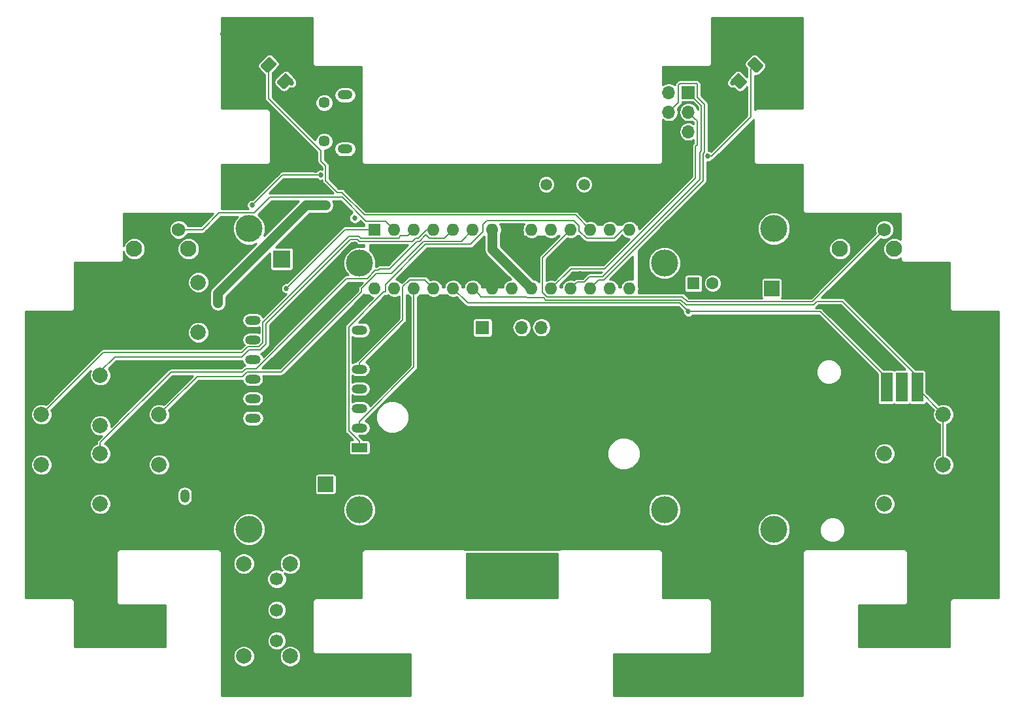
<source format=gbr>
G04 #@! TF.GenerationSoftware,KiCad,Pcbnew,5.0.2-bee76a0~70~ubuntu18.04.1*
G04 #@! TF.CreationDate,2019-06-22T03:36:54+02:00*
G04 #@! TF.ProjectId,invaders,696e7661-6465-4727-932e-6b696361645f,rev?*
G04 #@! TF.SameCoordinates,Original*
G04 #@! TF.FileFunction,Copper,L1,Top*
G04 #@! TF.FilePolarity,Positive*
%FSLAX46Y46*%
G04 Gerber Fmt 4.6, Leading zero omitted, Abs format (unit mm)*
G04 Created by KiCad (PCBNEW 5.0.2-bee76a0~70~ubuntu18.04.1) date lø. 22. juni 2019 kl. 03.36 +0200*
%MOMM*%
%LPD*%
G01*
G04 APERTURE LIST*
G04 #@! TA.AperFunction,ComponentPad*
%ADD10C,2.000000*%
G04 #@! TD*
G04 #@! TA.AperFunction,ComponentPad*
%ADD11C,1.700000*%
G04 #@! TD*
G04 #@! TA.AperFunction,ComponentPad*
%ADD12R,2.000000X1.200000*%
G04 #@! TD*
G04 #@! TA.AperFunction,ComponentPad*
%ADD13O,2.000000X1.200000*%
G04 #@! TD*
G04 #@! TA.AperFunction,WasherPad*
%ADD14C,3.500000*%
G04 #@! TD*
G04 #@! TA.AperFunction,ComponentPad*
%ADD15C,0.700000*%
G04 #@! TD*
G04 #@! TA.AperFunction,ComponentPad*
%ADD16C,4.400000*%
G04 #@! TD*
G04 #@! TA.AperFunction,Conductor*
%ADD17C,0.100000*%
G04 #@! TD*
G04 #@! TA.AperFunction,SMDPad,CuDef*
%ADD18C,1.425000*%
G04 #@! TD*
G04 #@! TA.AperFunction,ComponentPad*
%ADD19O,1.700000X1.700000*%
G04 #@! TD*
G04 #@! TA.AperFunction,ComponentPad*
%ADD20R,1.700000X1.700000*%
G04 #@! TD*
G04 #@! TA.AperFunction,ComponentPad*
%ADD21O,2.200000X2.200000*%
G04 #@! TD*
G04 #@! TA.AperFunction,ComponentPad*
%ADD22R,2.200000X2.200000*%
G04 #@! TD*
G04 #@! TA.AperFunction,ComponentPad*
%ADD23R,2.000000X2.000000*%
G04 #@! TD*
G04 #@! TA.AperFunction,ComponentPad*
%ADD24C,1.600000*%
G04 #@! TD*
G04 #@! TA.AperFunction,ComponentPad*
%ADD25R,1.600000X1.600000*%
G04 #@! TD*
G04 #@! TA.AperFunction,ComponentPad*
%ADD26O,1.900000X1.200000*%
G04 #@! TD*
G04 #@! TA.AperFunction,ComponentPad*
%ADD27C,1.450000*%
G04 #@! TD*
G04 #@! TA.AperFunction,ComponentPad*
%ADD28O,1.200000X1.750000*%
G04 #@! TD*
G04 #@! TA.AperFunction,ComponentPad*
%ADD29C,1.200000*%
G04 #@! TD*
G04 #@! TA.AperFunction,ComponentPad*
%ADD30R,1.524000X3.800000*%
G04 #@! TD*
G04 #@! TA.AperFunction,ComponentPad*
%ADD31C,1.500000*%
G04 #@! TD*
G04 #@! TA.AperFunction,ComponentPad*
%ADD32O,1.600000X1.600000*%
G04 #@! TD*
G04 #@! TA.AperFunction,ComponentPad*
%ADD33C,2.100000*%
G04 #@! TD*
G04 #@! TA.AperFunction,ComponentPad*
%ADD34C,1.750000*%
G04 #@! TD*
G04 #@! TA.AperFunction,ViaPad*
%ADD35C,0.685800*%
G04 #@! TD*
G04 #@! TA.AperFunction,Conductor*
%ADD36C,0.203200*%
G04 #@! TD*
G04 #@! TA.AperFunction,Conductor*
%ADD37C,1.270000*%
G04 #@! TD*
G04 #@! TA.AperFunction,Conductor*
%ADD38C,0.254000*%
G04 #@! TD*
G04 #@! TA.AperFunction,NonConductor*
%ADD39C,0.254000*%
G04 #@! TD*
G04 APERTURE END LIST*
D10*
G04 #@! TO.P,SW10,*
G04 #@! TO.N,*
X53820000Y-159480000D03*
X53820000Y-147480000D03*
X47820000Y-147480000D03*
X47820000Y-159480000D03*
D11*
G04 #@! TO.P,SW10,1*
G04 #@! TO.N,Net-(SW10-Pad1)*
X52070000Y-157480000D03*
G04 #@! TO.P,SW10,2*
G04 #@! TO.N,/BATT_IN*
X52070000Y-153480000D03*
G04 #@! TO.P,SW10,3*
G04 #@! TO.N,+BATT*
X52070000Y-149480000D03*
G04 #@! TD*
D12*
G04 #@! TO.P,D2,1*
G04 #@! TO.N,Earth*
X48982000Y-131138000D03*
D13*
G04 #@! TO.P,D2,2*
G04 #@! TO.N,+5V*
X48982000Y-128598000D03*
G04 #@! TO.P,D2,3*
G04 #@! TO.N,/Panel_RST*
X48982000Y-126058000D03*
G04 #@! TO.P,D2,4*
G04 #@! TO.N,/MOSI*
X48982000Y-123518000D03*
G04 #@! TO.P,D2,5*
G04 #@! TO.N,/SCK*
X48982000Y-120978000D03*
G04 #@! TO.P,D2,6*
G04 #@! TO.N,/Panel_DataCmd*
X48982000Y-118438000D03*
G04 #@! TO.P,D2,7*
G04 #@! TO.N,/Panel_CS*
X48982000Y-115898000D03*
D14*
G04 #@! TO.P,D2,*
G04 #@! TO.N,*
X48482000Y-143018000D03*
X48482000Y-104018000D03*
X116482000Y-143018000D03*
X116482000Y-104018000D03*
G04 #@! TD*
G04 #@! TO.P,D8,*
G04 #@! TO.N,*
X102300000Y-108460000D03*
X102300000Y-140460000D03*
X62800000Y-108460000D03*
X62800000Y-140460000D03*
D13*
G04 #@! TO.P,D8,7*
G04 #@! TO.N,+5V*
X62800000Y-117168000D03*
G04 #@! TO.P,D8,6*
G04 #@! TO.N,Earth*
X62800000Y-119708000D03*
G04 #@! TO.P,D8,5*
G04 #@! TO.N,/Panel_CS*
X62800000Y-122248000D03*
G04 #@! TO.P,D8,4*
G04 #@! TO.N,/SCK*
X62800000Y-124788000D03*
G04 #@! TO.P,D8,3*
G04 #@! TO.N,/MOSI*
X62800000Y-127328000D03*
G04 #@! TO.P,D8,2*
G04 #@! TO.N,/Panel_DataCmd*
X62800000Y-129868000D03*
D12*
G04 #@! TO.P,D8,1*
G04 #@! TO.N,/Panel_RST*
X62800000Y-132408000D03*
G04 #@! TD*
D15*
G04 #@! TO.P,H3,1*
G04 #@! TO.N,Earth*
X30376726Y-153773274D03*
X29210000Y-153290000D03*
X28043274Y-153773274D03*
X27560000Y-154940000D03*
X28043274Y-156106726D03*
X29210000Y-156590000D03*
X30376726Y-156106726D03*
X30860000Y-154940000D03*
D16*
X29210000Y-154940000D03*
G04 #@! TD*
D15*
G04 #@! TO.P,H2,1*
G04 #@! TO.N,Earth*
X119276726Y-77573274D03*
X118110000Y-77090000D03*
X116943274Y-77573274D03*
X116460000Y-78740000D03*
X116943274Y-79906726D03*
X118110000Y-80390000D03*
X119276726Y-79906726D03*
X119760000Y-78740000D03*
D16*
X118110000Y-78740000D03*
G04 #@! TD*
D15*
G04 #@! TO.P,H4,1*
G04 #@! TO.N,Earth*
X137056726Y-153773274D03*
X135890000Y-153290000D03*
X134723274Y-153773274D03*
X134240000Y-154940000D03*
X134723274Y-156106726D03*
X135890000Y-156590000D03*
X137056726Y-156106726D03*
X137540000Y-154940000D03*
D16*
X135890000Y-154940000D03*
G04 #@! TD*
D15*
G04 #@! TO.P,H1,1*
G04 #@! TO.N,Earth*
X48156726Y-77573274D03*
X46990000Y-77090000D03*
X45823274Y-77573274D03*
X45340000Y-78740000D03*
X45823274Y-79906726D03*
X46990000Y-80390000D03*
X48156726Y-79906726D03*
X48640000Y-78740000D03*
D16*
X46990000Y-78740000D03*
G04 #@! TD*
D17*
G04 #@! TO.N,/LED_R*
G04 #@! TO.C,D6*
G36*
X113991420Y-81750404D02*
X114015689Y-81754004D01*
X114039487Y-81759965D01*
X114062587Y-81768230D01*
X114084765Y-81778720D01*
X114105809Y-81791333D01*
X114125514Y-81805947D01*
X114143693Y-81822423D01*
X115027577Y-82706307D01*
X115044053Y-82724486D01*
X115058667Y-82744191D01*
X115071280Y-82765235D01*
X115081770Y-82787413D01*
X115090035Y-82810513D01*
X115095996Y-82834311D01*
X115099596Y-82858580D01*
X115100800Y-82883084D01*
X115099596Y-82907588D01*
X115095996Y-82931857D01*
X115090035Y-82955655D01*
X115081770Y-82978755D01*
X115071280Y-83000933D01*
X115058667Y-83021977D01*
X115044053Y-83041682D01*
X115027577Y-83059861D01*
X114373503Y-83713935D01*
X114355324Y-83730411D01*
X114335619Y-83745025D01*
X114314575Y-83757638D01*
X114292397Y-83768128D01*
X114269297Y-83776393D01*
X114245499Y-83782354D01*
X114221230Y-83785954D01*
X114196726Y-83787158D01*
X114172222Y-83785954D01*
X114147953Y-83782354D01*
X114124155Y-83776393D01*
X114101055Y-83768128D01*
X114078877Y-83757638D01*
X114057833Y-83745025D01*
X114038128Y-83730411D01*
X114019949Y-83713935D01*
X113136065Y-82830051D01*
X113119589Y-82811872D01*
X113104975Y-82792167D01*
X113092362Y-82771123D01*
X113081872Y-82748945D01*
X113073607Y-82725845D01*
X113067646Y-82702047D01*
X113064046Y-82677778D01*
X113062842Y-82653274D01*
X113064046Y-82628770D01*
X113067646Y-82604501D01*
X113073607Y-82580703D01*
X113081872Y-82557603D01*
X113092362Y-82535425D01*
X113104975Y-82514381D01*
X113119589Y-82494676D01*
X113136065Y-82476497D01*
X113790139Y-81822423D01*
X113808318Y-81805947D01*
X113828023Y-81791333D01*
X113849067Y-81778720D01*
X113871245Y-81768230D01*
X113894345Y-81759965D01*
X113918143Y-81754004D01*
X113942412Y-81750404D01*
X113966916Y-81749200D01*
X113991420Y-81750404D01*
X113991420Y-81750404D01*
G37*
D18*
G04 #@! TD*
G04 #@! TO.P,D6,2*
G04 #@! TO.N,/LED_R*
X114081821Y-82768179D03*
D17*
G04 #@! TO.N,Net-(D6-Pad1)*
G04 #@! TO.C,D6*
G36*
X111887778Y-83854046D02*
X111912047Y-83857646D01*
X111935845Y-83863607D01*
X111958945Y-83871872D01*
X111981123Y-83882362D01*
X112002167Y-83894975D01*
X112021872Y-83909589D01*
X112040051Y-83926065D01*
X112923935Y-84809949D01*
X112940411Y-84828128D01*
X112955025Y-84847833D01*
X112967638Y-84868877D01*
X112978128Y-84891055D01*
X112986393Y-84914155D01*
X112992354Y-84937953D01*
X112995954Y-84962222D01*
X112997158Y-84986726D01*
X112995954Y-85011230D01*
X112992354Y-85035499D01*
X112986393Y-85059297D01*
X112978128Y-85082397D01*
X112967638Y-85104575D01*
X112955025Y-85125619D01*
X112940411Y-85145324D01*
X112923935Y-85163503D01*
X112269861Y-85817577D01*
X112251682Y-85834053D01*
X112231977Y-85848667D01*
X112210933Y-85861280D01*
X112188755Y-85871770D01*
X112165655Y-85880035D01*
X112141857Y-85885996D01*
X112117588Y-85889596D01*
X112093084Y-85890800D01*
X112068580Y-85889596D01*
X112044311Y-85885996D01*
X112020513Y-85880035D01*
X111997413Y-85871770D01*
X111975235Y-85861280D01*
X111954191Y-85848667D01*
X111934486Y-85834053D01*
X111916307Y-85817577D01*
X111032423Y-84933693D01*
X111015947Y-84915514D01*
X111001333Y-84895809D01*
X110988720Y-84874765D01*
X110978230Y-84852587D01*
X110969965Y-84829487D01*
X110964004Y-84805689D01*
X110960404Y-84781420D01*
X110959200Y-84756916D01*
X110960404Y-84732412D01*
X110964004Y-84708143D01*
X110969965Y-84684345D01*
X110978230Y-84661245D01*
X110988720Y-84639067D01*
X111001333Y-84618023D01*
X111015947Y-84598318D01*
X111032423Y-84580139D01*
X111686497Y-83926065D01*
X111704676Y-83909589D01*
X111724381Y-83894975D01*
X111745425Y-83882362D01*
X111767603Y-83871872D01*
X111790703Y-83863607D01*
X111814501Y-83857646D01*
X111838770Y-83854046D01*
X111863274Y-83852842D01*
X111887778Y-83854046D01*
X111887778Y-83854046D01*
G37*
D18*
G04 #@! TD*
G04 #@! TO.P,D6,1*
G04 #@! TO.N,Net-(D6-Pad1)*
X111978179Y-84871821D03*
D17*
G04 #@! TO.N,/LED_L*
G04 #@! TO.C,D7*
G36*
X51157588Y-81750404D02*
X51181857Y-81754004D01*
X51205655Y-81759965D01*
X51228755Y-81768230D01*
X51250933Y-81778720D01*
X51271977Y-81791333D01*
X51291682Y-81805947D01*
X51309861Y-81822423D01*
X51963935Y-82476497D01*
X51980411Y-82494676D01*
X51995025Y-82514381D01*
X52007638Y-82535425D01*
X52018128Y-82557603D01*
X52026393Y-82580703D01*
X52032354Y-82604501D01*
X52035954Y-82628770D01*
X52037158Y-82653274D01*
X52035954Y-82677778D01*
X52032354Y-82702047D01*
X52026393Y-82725845D01*
X52018128Y-82748945D01*
X52007638Y-82771123D01*
X51995025Y-82792167D01*
X51980411Y-82811872D01*
X51963935Y-82830051D01*
X51080051Y-83713935D01*
X51061872Y-83730411D01*
X51042167Y-83745025D01*
X51021123Y-83757638D01*
X50998945Y-83768128D01*
X50975845Y-83776393D01*
X50952047Y-83782354D01*
X50927778Y-83785954D01*
X50903274Y-83787158D01*
X50878770Y-83785954D01*
X50854501Y-83782354D01*
X50830703Y-83776393D01*
X50807603Y-83768128D01*
X50785425Y-83757638D01*
X50764381Y-83745025D01*
X50744676Y-83730411D01*
X50726497Y-83713935D01*
X50072423Y-83059861D01*
X50055947Y-83041682D01*
X50041333Y-83021977D01*
X50028720Y-83000933D01*
X50018230Y-82978755D01*
X50009965Y-82955655D01*
X50004004Y-82931857D01*
X50000404Y-82907588D01*
X49999200Y-82883084D01*
X50000404Y-82858580D01*
X50004004Y-82834311D01*
X50009965Y-82810513D01*
X50018230Y-82787413D01*
X50028720Y-82765235D01*
X50041333Y-82744191D01*
X50055947Y-82724486D01*
X50072423Y-82706307D01*
X50956307Y-81822423D01*
X50974486Y-81805947D01*
X50994191Y-81791333D01*
X51015235Y-81778720D01*
X51037413Y-81768230D01*
X51060513Y-81759965D01*
X51084311Y-81754004D01*
X51108580Y-81750404D01*
X51133084Y-81749200D01*
X51157588Y-81750404D01*
X51157588Y-81750404D01*
G37*
D18*
G04 #@! TD*
G04 #@! TO.P,D7,2*
G04 #@! TO.N,/LED_L*
X51018179Y-82768179D03*
D17*
G04 #@! TO.N,Net-(D7-Pad1)*
G04 #@! TO.C,D7*
G36*
X53261230Y-83854046D02*
X53285499Y-83857646D01*
X53309297Y-83863607D01*
X53332397Y-83871872D01*
X53354575Y-83882362D01*
X53375619Y-83894975D01*
X53395324Y-83909589D01*
X53413503Y-83926065D01*
X54067577Y-84580139D01*
X54084053Y-84598318D01*
X54098667Y-84618023D01*
X54111280Y-84639067D01*
X54121770Y-84661245D01*
X54130035Y-84684345D01*
X54135996Y-84708143D01*
X54139596Y-84732412D01*
X54140800Y-84756916D01*
X54139596Y-84781420D01*
X54135996Y-84805689D01*
X54130035Y-84829487D01*
X54121770Y-84852587D01*
X54111280Y-84874765D01*
X54098667Y-84895809D01*
X54084053Y-84915514D01*
X54067577Y-84933693D01*
X53183693Y-85817577D01*
X53165514Y-85834053D01*
X53145809Y-85848667D01*
X53124765Y-85861280D01*
X53102587Y-85871770D01*
X53079487Y-85880035D01*
X53055689Y-85885996D01*
X53031420Y-85889596D01*
X53006916Y-85890800D01*
X52982412Y-85889596D01*
X52958143Y-85885996D01*
X52934345Y-85880035D01*
X52911245Y-85871770D01*
X52889067Y-85861280D01*
X52868023Y-85848667D01*
X52848318Y-85834053D01*
X52830139Y-85817577D01*
X52176065Y-85163503D01*
X52159589Y-85145324D01*
X52144975Y-85125619D01*
X52132362Y-85104575D01*
X52121872Y-85082397D01*
X52113607Y-85059297D01*
X52107646Y-85035499D01*
X52104046Y-85011230D01*
X52102842Y-84986726D01*
X52104046Y-84962222D01*
X52107646Y-84937953D01*
X52113607Y-84914155D01*
X52121872Y-84891055D01*
X52132362Y-84868877D01*
X52144975Y-84847833D01*
X52159589Y-84828128D01*
X52176065Y-84809949D01*
X53059949Y-83926065D01*
X53078128Y-83909589D01*
X53097833Y-83894975D01*
X53118877Y-83882362D01*
X53141055Y-83871872D01*
X53164155Y-83863607D01*
X53187953Y-83857646D01*
X53212222Y-83854046D01*
X53236726Y-83852842D01*
X53261230Y-83854046D01*
X53261230Y-83854046D01*
G37*
D18*
G04 #@! TD*
G04 #@! TO.P,D7,1*
G04 #@! TO.N,Net-(D7-Pad1)*
X53121821Y-84871821D03*
D19*
G04 #@! TO.P,J2,6*
G04 #@! TO.N,Earth*
X102870000Y-91440000D03*
G04 #@! TO.P,J2,5*
G04 #@! TO.N,/~RST*
X105410000Y-91440000D03*
G04 #@! TO.P,J2,4*
G04 #@! TO.N,/MOSI*
X102870000Y-88900000D03*
G04 #@! TO.P,J2,3*
G04 #@! TO.N,/SCK*
X105410000Y-88900000D03*
G04 #@! TO.P,J2,2*
G04 #@! TO.N,+5V*
X102870000Y-86360000D03*
D20*
G04 #@! TO.P,J2,1*
G04 #@! TO.N,/MISO*
X105410000Y-86360000D03*
G04 #@! TD*
D21*
G04 #@! TO.P,D4,2*
G04 #@! TO.N,Earth*
X45085000Y-107950000D03*
D22*
G04 #@! TO.P,D4,1*
G04 #@! TO.N,+5V*
X52705000Y-107950000D03*
G04 #@! TD*
D10*
G04 #@! TO.P,BT1,2*
G04 #@! TO.N,Earth*
X58420000Y-124460000D03*
D23*
G04 #@! TO.P,BT1,1*
G04 #@! TO.N,/BATT_IN*
X58420000Y-137160000D03*
G04 #@! TD*
D24*
G04 #@! TO.P,C9,2*
G04 #@! TO.N,/Audio_Out*
X108545000Y-111125000D03*
D25*
G04 #@! TO.P,C9,1*
G04 #@! TO.N,/PWM0*
X106045000Y-111125000D03*
G04 #@! TD*
D26*
G04 #@! TO.P,J1,6*
G04 #@! TO.N,/USB_Shield*
X60927500Y-93670000D03*
X60927500Y-86670000D03*
D27*
X58227500Y-92670000D03*
X58227500Y-87670000D03*
G04 #@! TD*
D28*
G04 #@! TO.P,J3,2*
G04 #@! TO.N,/BATT_IN*
X40164000Y-138684000D03*
D17*
G04 #@! TD*
G04 #@! TO.N,Earth*
G04 #@! TO.C,J3*
G36*
X42538505Y-137810204D02*
X42562773Y-137813804D01*
X42586572Y-137819765D01*
X42609671Y-137828030D01*
X42631850Y-137838520D01*
X42652893Y-137851132D01*
X42672599Y-137865747D01*
X42690777Y-137882223D01*
X42707253Y-137900401D01*
X42721868Y-137920107D01*
X42734480Y-137941150D01*
X42744970Y-137963329D01*
X42753235Y-137986428D01*
X42759196Y-138010227D01*
X42762796Y-138034495D01*
X42764000Y-138058999D01*
X42764000Y-139309001D01*
X42762796Y-139333505D01*
X42759196Y-139357773D01*
X42753235Y-139381572D01*
X42744970Y-139404671D01*
X42734480Y-139426850D01*
X42721868Y-139447893D01*
X42707253Y-139467599D01*
X42690777Y-139485777D01*
X42672599Y-139502253D01*
X42652893Y-139516868D01*
X42631850Y-139529480D01*
X42609671Y-139539970D01*
X42586572Y-139548235D01*
X42562773Y-139554196D01*
X42538505Y-139557796D01*
X42514001Y-139559000D01*
X41813999Y-139559000D01*
X41789495Y-139557796D01*
X41765227Y-139554196D01*
X41741428Y-139548235D01*
X41718329Y-139539970D01*
X41696150Y-139529480D01*
X41675107Y-139516868D01*
X41655401Y-139502253D01*
X41637223Y-139485777D01*
X41620747Y-139467599D01*
X41606132Y-139447893D01*
X41593520Y-139426850D01*
X41583030Y-139404671D01*
X41574765Y-139381572D01*
X41568804Y-139357773D01*
X41565204Y-139333505D01*
X41564000Y-139309001D01*
X41564000Y-138058999D01*
X41565204Y-138034495D01*
X41568804Y-138010227D01*
X41574765Y-137986428D01*
X41583030Y-137963329D01*
X41593520Y-137941150D01*
X41606132Y-137920107D01*
X41620747Y-137900401D01*
X41637223Y-137882223D01*
X41655401Y-137865747D01*
X41675107Y-137851132D01*
X41696150Y-137838520D01*
X41718329Y-137828030D01*
X41741428Y-137819765D01*
X41765227Y-137813804D01*
X41789495Y-137810204D01*
X41813999Y-137809000D01*
X42514001Y-137809000D01*
X42538505Y-137810204D01*
X42538505Y-137810204D01*
G37*
D29*
G04 #@! TO.P,J3,1*
G04 #@! TO.N,Earth*
X42164000Y-138684000D03*
G04 #@! TD*
D30*
G04 #@! TO.P,JS1,4*
G04 #@! TO.N,Earth*
X129080000Y-124580000D03*
G04 #@! TO.P,JS1,3*
G04 #@! TO.N,/ADC1*
X131080000Y-124580000D03*
G04 #@! TO.P,JS1,1*
G04 #@! TO.N,/ADC0*
X135080000Y-124580000D03*
G04 #@! TO.P,JS1,2*
G04 #@! TO.N,Net-(JS1-Pad2)*
X133080000Y-124580000D03*
G04 #@! TD*
D10*
G04 #@! TO.P,SW4,1*
G04 #@! TO.N,/BTN2*
X29210000Y-123040000D03*
G04 #@! TO.P,SW4,2*
G04 #@! TO.N,Earth*
X33710000Y-123040000D03*
G04 #@! TO.P,SW4,1*
G04 #@! TO.N,/BTN2*
X29210000Y-129540000D03*
G04 #@! TO.P,SW4,2*
G04 #@! TO.N,Earth*
X33710000Y-129540000D03*
G04 #@! TD*
G04 #@! TO.P,SW5,1*
G04 #@! TO.N,/BTN3*
X29210000Y-133200000D03*
G04 #@! TO.P,SW5,2*
G04 #@! TO.N,Earth*
X33710000Y-133200000D03*
G04 #@! TO.P,SW5,1*
G04 #@! TO.N,/BTN3*
X29210000Y-139700000D03*
G04 #@! TO.P,SW5,2*
G04 #@! TO.N,Earth*
X33710000Y-139700000D03*
G04 #@! TD*
D31*
G04 #@! TO.P,Y1,2*
G04 #@! TO.N,/XTAL2*
X91875000Y-98298000D03*
G04 #@! TO.P,Y1,1*
G04 #@! TO.N,/XTAL1*
X86995000Y-98298000D03*
G04 #@! TD*
D20*
G04 #@! TO.P,D1,1*
G04 #@! TO.N,+5V*
X78726020Y-116840000D03*
D19*
G04 #@! TO.P,D1,2*
G04 #@! TO.N,Earth*
X81266020Y-116840000D03*
G04 #@! TO.P,D1,3*
G04 #@! TO.N,/SCL*
X83806020Y-116840000D03*
G04 #@! TO.P,D1,4*
G04 #@! TO.N,/SDA*
X86346020Y-116840000D03*
G04 #@! TD*
D10*
G04 #@! TO.P,SW8,1*
G04 #@! TO.N,/ADC0*
X138430000Y-128120000D03*
G04 #@! TO.P,SW8,2*
G04 #@! TO.N,Earth*
X142930000Y-128120000D03*
G04 #@! TO.P,SW8,1*
G04 #@! TO.N,/ADC0*
X138430000Y-134620000D03*
G04 #@! TO.P,SW8,2*
G04 #@! TO.N,Earth*
X142930000Y-134620000D03*
G04 #@! TD*
G04 #@! TO.P,SW2,1*
G04 #@! TO.N,/BTN4*
X36830000Y-128120000D03*
G04 #@! TO.P,SW2,2*
G04 #@! TO.N,Earth*
X41330000Y-128120000D03*
G04 #@! TO.P,SW2,1*
G04 #@! TO.N,/BTN4*
X36830000Y-134620000D03*
G04 #@! TO.P,SW2,2*
G04 #@! TO.N,Earth*
X41330000Y-134620000D03*
G04 #@! TD*
G04 #@! TO.P,SW6,1*
G04 #@! TO.N,/BTN5*
X21590000Y-128120000D03*
G04 #@! TO.P,SW6,2*
G04 #@! TO.N,Earth*
X26090000Y-128120000D03*
G04 #@! TO.P,SW6,1*
G04 #@! TO.N,/BTN5*
X21590000Y-134620000D03*
G04 #@! TO.P,SW6,2*
G04 #@! TO.N,Earth*
X26090000Y-134620000D03*
G04 #@! TD*
G04 #@! TO.P,LS1,2*
G04 #@! TO.N,Earth*
X116205000Y-119360000D03*
D23*
G04 #@! TO.P,LS1,1*
G04 #@! TO.N,/Audio_Out*
X116205000Y-111760000D03*
G04 #@! TD*
D10*
G04 #@! TO.P,SW9,1*
G04 #@! TO.N,/ADC1*
X130810000Y-133200000D03*
G04 #@! TO.P,SW9,2*
G04 #@! TO.N,Earth*
X135310000Y-133200000D03*
G04 #@! TO.P,SW9,1*
G04 #@! TO.N,/ADC1*
X130810000Y-139700000D03*
G04 #@! TO.P,SW9,2*
G04 #@! TO.N,Earth*
X135310000Y-139700000D03*
G04 #@! TD*
G04 #@! TO.P,SW1,1*
G04 #@! TO.N,Net-(C2-Pad2)*
X41910000Y-110975000D03*
G04 #@! TO.P,SW1,2*
G04 #@! TO.N,Earth*
X37410000Y-110975000D03*
G04 #@! TO.P,SW1,1*
G04 #@! TO.N,Net-(C2-Pad2)*
X41910000Y-117475000D03*
G04 #@! TO.P,SW1,2*
G04 #@! TO.N,Earth*
X37410000Y-117475000D03*
G04 #@! TD*
D32*
G04 #@! TO.P,U1,28*
G04 #@! TO.N,/SCL*
X64770000Y-111760000D03*
G04 #@! TO.P,U1,14*
G04 #@! TO.N,/Panel_RST*
X97790000Y-104140000D03*
G04 #@! TO.P,U1,27*
G04 #@! TO.N,/SDA*
X67310000Y-111760000D03*
G04 #@! TO.P,U1,13*
G04 #@! TO.N,/LED_R*
X95250000Y-104140000D03*
G04 #@! TO.P,U1,26*
G04 #@! TO.N,/Panel_DataCmd*
X69850000Y-111760000D03*
G04 #@! TO.P,U1,12*
G04 #@! TO.N,/LED_L*
X92710000Y-104140000D03*
G04 #@! TO.P,U1,25*
G04 #@! TO.N,/Panel_CS*
X72390000Y-111760000D03*
G04 #@! TO.P,U1,11*
G04 #@! TO.N,/BTN1*
X90170000Y-104140000D03*
G04 #@! TO.P,U1,24*
G04 #@! TO.N,/ADC1*
X74930000Y-111760000D03*
G04 #@! TO.P,U1,10*
G04 #@! TO.N,/XTAL2*
X87630000Y-104140000D03*
G04 #@! TO.P,U1,23*
G04 #@! TO.N,/ADC0*
X77470000Y-111760000D03*
G04 #@! TO.P,U1,9*
G04 #@! TO.N,/XTAL1*
X85090000Y-104140000D03*
G04 #@! TO.P,U1,22*
G04 #@! TO.N,Earth*
X80010000Y-111760000D03*
G04 #@! TO.P,U1,8*
X82550000Y-104140000D03*
G04 #@! TO.P,U1,21*
G04 #@! TO.N,Net-(U1-Pad21)*
X82550000Y-111760000D03*
G04 #@! TO.P,U1,7*
G04 #@! TO.N,+5V*
X80010000Y-104140000D03*
G04 #@! TO.P,U1,20*
X85090000Y-111760000D03*
G04 #@! TO.P,U1,6*
G04 #@! TO.N,/BTN4*
X77470000Y-104140000D03*
G04 #@! TO.P,U1,19*
G04 #@! TO.N,/SCK*
X87630000Y-111760000D03*
G04 #@! TO.P,U1,5*
G04 #@! TO.N,/BTN3*
X74930000Y-104140000D03*
G04 #@! TO.P,U1,18*
G04 #@! TO.N,/MISO*
X90170000Y-111760000D03*
G04 #@! TO.P,U1,4*
G04 #@! TO.N,/BTN2*
X72390000Y-104140000D03*
G04 #@! TO.P,U1,17*
G04 #@! TO.N,/MOSI*
X92710000Y-111760000D03*
G04 #@! TO.P,U1,3*
G04 #@! TO.N,/BTN5*
X69850000Y-104140000D03*
G04 #@! TO.P,U1,16*
G04 #@! TO.N,/PWM0*
X95250000Y-111760000D03*
G04 #@! TO.P,U1,2*
G04 #@! TO.N,/BTN0*
X67310000Y-104140000D03*
G04 #@! TO.P,U1,15*
G04 #@! TO.N,/PWM1*
X97790000Y-111760000D03*
D25*
G04 #@! TO.P,U1,1*
G04 #@! TO.N,/~RST*
X64770000Y-104140000D03*
G04 #@! TD*
D33*
G04 #@! TO.P,SW7,*
G04 #@! TO.N,*
X40620000Y-106630000D03*
D34*
G04 #@! TO.P,SW7,1*
G04 #@! TO.N,/BTN0*
X39370000Y-104140000D03*
G04 #@! TO.P,SW7,2*
G04 #@! TO.N,Earth*
X34870000Y-104140000D03*
D33*
G04 #@! TO.P,SW7,*
G04 #@! TO.N,*
X33610000Y-106630000D03*
G04 #@! TD*
G04 #@! TO.P,SW3,*
G04 #@! TO.N,*
X132060000Y-106630000D03*
D34*
G04 #@! TO.P,SW3,1*
G04 #@! TO.N,/BTN1*
X130810000Y-104140000D03*
G04 #@! TO.P,SW3,2*
G04 #@! TO.N,Earth*
X126310000Y-104140000D03*
D33*
G04 #@! TO.P,SW3,*
G04 #@! TO.N,*
X125050000Y-106630000D03*
G04 #@! TD*
D35*
G04 #@! TO.N,Earth*
X57150000Y-97790000D03*
X55565603Y-97790001D03*
X53340000Y-95250000D03*
X55118000Y-86614000D03*
X56642000Y-91694000D03*
X53848000Y-98552000D03*
X77978000Y-107696000D03*
X74422000Y-96520000D03*
X76962000Y-96520000D03*
X79502000Y-96520000D03*
X71628000Y-101346000D03*
X112268000Y-80772000D03*
X116332000Y-84582000D03*
X130556000Y-120396000D03*
X125476000Y-115824000D03*
X121158000Y-116840000D03*
X126746000Y-123190000D03*
X129540000Y-112014000D03*
X136652000Y-117856000D03*
X115316000Y-116840000D03*
X96012000Y-116840000D03*
X45212000Y-116840000D03*
X32512000Y-116840000D03*
X119634000Y-139700000D03*
X83058000Y-139700000D03*
X52070000Y-160020000D03*
X113030000Y-160020000D03*
X26670000Y-149860000D03*
X138430000Y-149860000D03*
X46990000Y-99060000D03*
X46990000Y-96520000D03*
X100330000Y-96520000D03*
X107286982Y-86746229D03*
X104888499Y-96760499D03*
X91440000Y-109867710D03*
X108585000Y-102870000D03*
X111125000Y-100965000D03*
X112395000Y-118745000D03*
X117475000Y-118745000D03*
X114935000Y-121285000D03*
X107315000Y-116840000D03*
X105410000Y-119380000D03*
X82550000Y-98425000D03*
X81280000Y-97790000D03*
X62992000Y-96266000D03*
X59944000Y-97028000D03*
X60706000Y-97028000D03*
X61468000Y-97028000D03*
X46305001Y-138606999D03*
X57138093Y-96408095D03*
X56719001Y-94156999D03*
X57430554Y-91552324D03*
X66802000Y-100977710D03*
X66040000Y-97536000D03*
X59181992Y-97536008D03*
X73935448Y-116564552D03*
X67963001Y-118001001D03*
X74299630Y-109232710D03*
X55531712Y-118450710D03*
X93345000Y-107327710D03*
X88624937Y-109495072D03*
X73060255Y-107327710D03*
X90170000Y-107327710D03*
X86614000Y-101587290D03*
X82550000Y-101587290D03*
X75692000Y-101587290D03*
X57550627Y-95931629D03*
X54048210Y-100901122D03*
X64862463Y-106941535D03*
X55245000Y-114935000D03*
X56515000Y-113665000D03*
X60325000Y-109220000D03*
X73025000Y-126365000D03*
X75565000Y-126365000D03*
X75565000Y-122555000D03*
X73025000Y-122555000D03*
X52705000Y-124460000D03*
X52705000Y-120650000D03*
X48218556Y-117351053D03*
X62230000Y-106045000D03*
X60279296Y-110444296D03*
X67310000Y-106680000D03*
X83820000Y-106692710D03*
X90805000Y-105410000D03*
X96520000Y-110490000D03*
X60325000Y-102235000D03*
X111772710Y-90170010D03*
X88900000Y-115582710D03*
X86995000Y-114935000D03*
X76835000Y-114935000D03*
X53340000Y-101600000D03*
G04 #@! TO.N,+BATT*
X44450000Y-113665000D03*
X58420000Y-100965000D03*
G04 #@! TO.N,/~RST*
X53339982Y-111760000D03*
G04 #@! TO.N,+5V*
X62176006Y-102605692D03*
G04 #@! TO.N,/ADC1*
X105410000Y-114770777D03*
G04 #@! TO.N,Net-(R3-Pad1)*
X48895000Y-100965000D03*
X57772290Y-97043898D03*
G04 #@! TO.N,Net-(D7-Pad1)*
X53975000Y-85090000D03*
G04 #@! TO.N,Net-(D6-Pad1)*
X111125000Y-85090000D03*
G04 #@! TO.N,/LED_R*
X107937290Y-94615000D03*
G04 #@! TD*
D36*
G04 #@! TO.N,Earth*
X90805000Y-110490000D02*
X90817710Y-110490000D01*
X91097101Y-110210609D02*
X91440000Y-109867710D01*
X90817710Y-110490000D02*
X91097101Y-110210609D01*
X90170000Y-107950009D02*
X88967836Y-109152173D01*
X88967836Y-109152173D02*
X88624937Y-109495072D01*
X90170000Y-107327710D02*
X90170000Y-107950009D01*
X104888499Y-96760499D02*
X104888499Y-93458499D01*
X103719999Y-92289999D02*
X102870000Y-91440000D01*
X104888499Y-93458499D02*
X103719999Y-92289999D01*
X60325000Y-109220000D02*
X60325000Y-107950000D01*
X60325000Y-107950000D02*
X62230000Y-106045000D01*
X82550000Y-104140000D02*
X82550000Y-105422710D01*
X83477101Y-106349811D02*
X83820000Y-106692710D01*
X82550000Y-105422710D02*
X83477101Y-106349811D01*
X91427290Y-105410000D02*
X93345000Y-107327710D01*
X90805000Y-105410000D02*
X91427290Y-105410000D01*
D37*
G04 #@! TO.N,+BATT*
X44450000Y-113665000D02*
X44450000Y-112395000D01*
X44450000Y-112395000D02*
X55880000Y-100965000D01*
X55880000Y-100965000D02*
X58420000Y-100965000D01*
D36*
G04 #@! TO.N,/BTN0*
X51206410Y-99923590D02*
X49166801Y-101963199D01*
X60553590Y-99923590D02*
X51206410Y-99923590D01*
X42447132Y-104140000D02*
X40607436Y-104140000D01*
X44623933Y-101963199D02*
X42447132Y-104140000D01*
X40607436Y-104140000D02*
X39370000Y-104140000D01*
X49166801Y-101963199D02*
X44623933Y-101963199D01*
X63665199Y-103035199D02*
X60553590Y-99923590D01*
X67310000Y-104140000D02*
X66205199Y-103035199D01*
X66205199Y-103035199D02*
X63665199Y-103035199D01*
G04 #@! TO.N,/BTN1*
X87099695Y-112864801D02*
X88160305Y-112864801D01*
X92179695Y-112864801D02*
X93240305Y-112864801D01*
X94707072Y-112852178D02*
X94719695Y-112864801D01*
X105275902Y-113487178D02*
X121462821Y-113487178D01*
X90712928Y-112852178D02*
X92167072Y-112852178D01*
X121462821Y-113487178D02*
X129935001Y-105014999D01*
X92167072Y-112852178D02*
X92179695Y-112864801D01*
X98332928Y-112852178D02*
X104640903Y-112852178D01*
X104640903Y-112852178D02*
X105275902Y-113487178D01*
X90700305Y-112864801D02*
X90712928Y-112852178D01*
X95780305Y-112864801D02*
X95792928Y-112852178D01*
X89639695Y-112864801D02*
X90700305Y-112864801D01*
X97247072Y-112852178D02*
X97259695Y-112864801D01*
X129935001Y-105014999D02*
X130810000Y-104140000D01*
X86525199Y-107784801D02*
X86525199Y-112290305D01*
X89627072Y-112852178D02*
X89639695Y-112864801D01*
X90170000Y-104140000D02*
X86525199Y-107784801D01*
X97259695Y-112864801D02*
X98320305Y-112864801D01*
X88172928Y-112852178D02*
X89627072Y-112852178D01*
X95792928Y-112852178D02*
X97247072Y-112852178D01*
X94719695Y-112864801D02*
X95780305Y-112864801D01*
X88160305Y-112864801D02*
X88172928Y-112852178D01*
X93252928Y-112852178D02*
X94707072Y-112852178D01*
X98320305Y-112864801D02*
X98332928Y-112852178D01*
X93240305Y-112864801D02*
X93252928Y-112852178D01*
X86525199Y-112290305D02*
X87099695Y-112864801D01*
G04 #@! TO.N,/MOSI*
X94437178Y-110667822D02*
X107315000Y-97790000D01*
X107492822Y-87868072D02*
X106564801Y-86940051D01*
X107289588Y-94304102D02*
X107492822Y-94100868D01*
X107315000Y-97790000D02*
X107315000Y-94951310D01*
X107289588Y-94925898D02*
X107289588Y-94304102D01*
X107315000Y-94951310D02*
X107289588Y-94925898D01*
X104126401Y-87643599D02*
X103719999Y-88050001D01*
X103719999Y-88050001D02*
X102870000Y-88900000D01*
X104126401Y-85394957D02*
X104126401Y-87643599D01*
X92710000Y-111760000D02*
X93802178Y-110667822D01*
X106564801Y-85266159D02*
X106503841Y-85205199D01*
X93802178Y-110667822D02*
X94437178Y-110667822D01*
X106503841Y-85205199D02*
X104316159Y-85205199D01*
X106564801Y-86940051D02*
X106564801Y-85266159D01*
X104316159Y-85205199D02*
X104126401Y-85394957D01*
X107492822Y-94100868D02*
X107492822Y-87868072D01*
G04 #@! TO.N,/BTN2*
X29210000Y-122555000D02*
X29210000Y-123040000D01*
X68021268Y-105638589D02*
X68008645Y-105651212D01*
X69681660Y-105638589D02*
X68021268Y-105638589D01*
X70380305Y-105244800D02*
X70075449Y-105244800D01*
X49925124Y-119749221D02*
X48469674Y-119749221D01*
X72390000Y-104140000D02*
X71485105Y-104140000D01*
X70075449Y-105244800D02*
X69681660Y-105638589D01*
X71485105Y-104140000D02*
X70380305Y-105244800D01*
X62794812Y-105651212D02*
X62540898Y-105397298D01*
X62540898Y-105397298D02*
X61607702Y-105397298D01*
X68008645Y-105651212D02*
X62794812Y-105651212D01*
X61607702Y-105397298D02*
X50693221Y-116311779D01*
X47568894Y-120650000D02*
X31115000Y-120650000D01*
X50693221Y-116311779D02*
X50693221Y-118981124D01*
X50693221Y-118981124D02*
X49925124Y-119749221D01*
X48469674Y-119749221D02*
X47568894Y-120650000D01*
X31115000Y-120650000D02*
X29210000Y-122555000D01*
G04 #@! TO.N,/MISO*
X106883177Y-94135762D02*
X107086411Y-93932528D01*
X107086411Y-88036411D02*
X106158390Y-87108390D01*
X106908589Y-95119650D02*
X106883177Y-95094238D01*
X106158390Y-87108390D02*
X105410000Y-86360000D01*
X90969999Y-110960001D02*
X91928601Y-110960001D01*
X90170000Y-111760000D02*
X90969999Y-110960001D01*
X94268839Y-110261411D02*
X106908589Y-97621661D01*
X106908589Y-97621661D02*
X106908589Y-95119650D01*
X92627191Y-110261411D02*
X94268839Y-110261411D01*
X91928601Y-110960001D02*
X92627191Y-110261411D01*
X106883177Y-95094238D02*
X106883177Y-94135762D01*
X107086411Y-93932528D02*
X107086411Y-88036411D01*
G04 #@! TO.N,/BTN3*
X29210000Y-131785787D02*
X29210000Y-133200000D01*
X47632466Y-122613190D02*
X38382597Y-122613190D01*
X63786305Y-110514801D02*
X61124793Y-110514801D01*
X65178695Y-109446305D02*
X64854801Y-109446305D01*
X65405000Y-109220000D02*
X65178695Y-109446305D01*
X70548645Y-105651211D02*
X70243789Y-105651211D01*
X64854801Y-109446305D02*
X63786305Y-110514801D01*
X71453540Y-104838646D02*
X71361210Y-104838646D01*
X38382597Y-122613190D02*
X29210000Y-131785787D01*
X70243789Y-105651211D02*
X66675000Y-109220000D01*
X66675000Y-109220000D02*
X65405000Y-109220000D01*
X49432815Y-122206779D02*
X48038876Y-122206779D01*
X71859695Y-105244801D02*
X71453540Y-104838646D01*
X48038876Y-122206779D02*
X47632466Y-122613190D01*
X74930000Y-104140000D02*
X73825199Y-105244801D01*
X73825199Y-105244801D02*
X71859695Y-105244801D01*
X61124793Y-110514801D02*
X49432815Y-122206779D01*
X71361210Y-104838646D02*
X70548645Y-105651211D01*
G04 #@! TO.N,/SCK*
X87630000Y-111760000D02*
X90182702Y-109207298D01*
X94567452Y-109207298D02*
X106342621Y-97432129D01*
X106342621Y-97432129D02*
X106342621Y-93352724D01*
X106564801Y-93130544D02*
X106564801Y-90054801D01*
X106259999Y-89749999D02*
X105410000Y-88900000D01*
X106342621Y-93352724D02*
X106564801Y-93130544D01*
X106564801Y-90054801D02*
X106259999Y-89749999D01*
X90182702Y-109207298D02*
X94567452Y-109207298D01*
G04 #@! TO.N,/BTN4*
X47630406Y-123190000D02*
X41760000Y-123190000D01*
X65023141Y-109852716D02*
X63068788Y-111807069D01*
X71123395Y-105651211D02*
X66921890Y-109852716D01*
X75958789Y-105651211D02*
X71123395Y-105651211D01*
X52646810Y-122613190D02*
X48207217Y-122613190D01*
X41760000Y-123190000D02*
X37829999Y-127120001D01*
X48207217Y-122613190D02*
X47630406Y-123190000D01*
X37829999Y-127120001D02*
X36830000Y-128120000D01*
X63068788Y-111807069D02*
X63068788Y-112191212D01*
X63068788Y-112191212D02*
X52646810Y-122613190D01*
X77470000Y-104140000D02*
X75958789Y-105651211D01*
X66921890Y-109852716D02*
X65023141Y-109852716D01*
G04 #@! TO.N,/ADC0*
X138430000Y-133205787D02*
X138430000Y-128120000D01*
X138430000Y-134620000D02*
X138430000Y-133205787D01*
X135080000Y-124770000D02*
X135080000Y-123580000D01*
X138430000Y-128120000D02*
X135080000Y-124770000D01*
X95948645Y-113271212D02*
X94551355Y-113271212D01*
X125329933Y-113436411D02*
X122088339Y-113436411D01*
X86626544Y-112966401D02*
X84510927Y-112966401D01*
X89471355Y-113271212D02*
X89458732Y-113258589D01*
X84510927Y-112966401D02*
X84409327Y-112864801D01*
X94551355Y-113271212D02*
X94538732Y-113258589D01*
X89458732Y-113258589D02*
X88341268Y-113258589D01*
X84409327Y-112864801D02*
X78574801Y-112864801D01*
X88328645Y-113271212D02*
X86931355Y-113271212D01*
X86931355Y-113271212D02*
X86626544Y-112966401D01*
X135080000Y-123186478D02*
X125329933Y-113436411D01*
X78574801Y-112864801D02*
X78269999Y-112559999D01*
X78269999Y-112559999D02*
X77470000Y-111760000D01*
X90868645Y-113271212D02*
X89471355Y-113271212D01*
X135080000Y-123580000D02*
X135080000Y-123186478D01*
X90881268Y-113258589D02*
X90868645Y-113271212D01*
X93408645Y-113271212D02*
X92011355Y-113271212D01*
X97078732Y-113258589D02*
X95961268Y-113258589D01*
X97091355Y-113271212D02*
X97078732Y-113258589D01*
X122088339Y-113436411D02*
X121631161Y-113893589D01*
X94538732Y-113258589D02*
X93421268Y-113258589D01*
X104472563Y-113258589D02*
X98501268Y-113258589D01*
X105107562Y-113893589D02*
X104472563Y-113258589D01*
X98488645Y-113271212D02*
X97091355Y-113271212D01*
X92011355Y-113271212D02*
X91998732Y-113258589D01*
X93421268Y-113258589D02*
X93408645Y-113271212D01*
X95961268Y-113258589D02*
X95948645Y-113271212D01*
X91998732Y-113258589D02*
X90881268Y-113258589D01*
X98501268Y-113258589D02*
X98488645Y-113271212D01*
X88341268Y-113258589D02*
X88328645Y-113271212D01*
X121631161Y-113893589D02*
X105107562Y-113893589D01*
G04 #@! TO.N,/BTN5*
X62709238Y-104990887D02*
X61439362Y-104990887D01*
X62947309Y-105228958D02*
X62709238Y-104990887D01*
X62963151Y-105244801D02*
X62947309Y-105228958D01*
X50286810Y-118812784D02*
X49756784Y-119342810D01*
X69050001Y-104939999D02*
X68145107Y-104939999D01*
X47570953Y-120073190D02*
X29636810Y-120073190D01*
X29636810Y-120073190D02*
X22589999Y-127120001D01*
X22589999Y-127120001D02*
X21590000Y-128120000D01*
X48301333Y-119342810D02*
X47570953Y-120073190D01*
X50286810Y-116143439D02*
X50286810Y-118812784D01*
X61439362Y-104990887D02*
X50286810Y-116143439D01*
X49756784Y-119342810D02*
X48301333Y-119342810D01*
X69850000Y-104140000D02*
X69050001Y-104939999D01*
X67840305Y-105244801D02*
X62963151Y-105244801D01*
X68145107Y-104939999D02*
X67840305Y-105244801D01*
G04 #@! TO.N,/~RST*
X64770000Y-104140000D02*
X60959982Y-104140000D01*
X60959982Y-104140000D02*
X53682881Y-111417101D01*
X53682881Y-111417101D02*
X53339982Y-111760000D01*
G04 #@! TO.N,/Panel_RST*
X61393590Y-130198390D02*
X62800000Y-131604800D01*
X91274801Y-104286203D02*
X91274801Y-103609695D01*
X96885106Y-104140000D02*
X95780305Y-105244801D01*
X66205199Y-111229695D02*
X66205199Y-112229801D01*
X77187484Y-106057622D02*
X71377272Y-106057622D01*
X62800000Y-131604800D02*
X62800000Y-132408000D01*
X66205199Y-112229801D02*
X65914921Y-112229801D01*
X78803599Y-104441507D02*
X77187484Y-106057622D01*
X65914921Y-112229801D02*
X61393590Y-116751132D01*
X91274801Y-103609695D02*
X90598705Y-102933599D01*
X61393590Y-116751132D02*
X61393590Y-130198390D01*
X92233399Y-105244801D02*
X91274801Y-104286203D01*
X97790000Y-104140000D02*
X96885106Y-104140000D01*
X71377272Y-106057622D02*
X66205199Y-111229695D01*
X79311401Y-102933599D02*
X78803599Y-103441401D01*
X78803599Y-103441401D02*
X78803599Y-104441507D01*
X95780305Y-105244801D02*
X92233399Y-105244801D01*
X90598705Y-102933599D02*
X79311401Y-102933599D01*
G04 #@! TO.N,/Panel_CS*
X62800000Y-121444800D02*
X62800000Y-122248000D01*
X68414801Y-115829999D02*
X62800000Y-121444800D01*
X68414801Y-111560093D02*
X68414801Y-115829999D01*
X69319695Y-110655199D02*
X68414801Y-111560093D01*
X71285199Y-110655199D02*
X69319695Y-110655199D01*
X72390000Y-111760000D02*
X71285199Y-110655199D01*
G04 #@! TO.N,/Panel_DataCmd*
X62800000Y-129007594D02*
X62800000Y-129064800D01*
X69850000Y-121957594D02*
X62800000Y-129007594D01*
X62800000Y-129064800D02*
X62800000Y-129868000D01*
X69850000Y-111760000D02*
X69850000Y-121957594D01*
D37*
G04 #@! TO.N,+5V*
X80010000Y-106680000D02*
X85090000Y-111760000D01*
X80010000Y-104140000D02*
X80010000Y-106680000D01*
D36*
G04 #@! TO.N,/ADC1*
X131080000Y-123369358D02*
X131080000Y-123580000D01*
X122481419Y-114770777D02*
X131080000Y-123369358D01*
X105410000Y-114770777D02*
X122481419Y-114770777D01*
X104304223Y-113665000D02*
X104939223Y-114300000D01*
X96116985Y-113677623D02*
X96129608Y-113665000D01*
X88496985Y-113677623D02*
X88509608Y-113665000D01*
X76835000Y-113665000D02*
X86750392Y-113665000D01*
X96910392Y-113665000D02*
X96923015Y-113677623D01*
X86750392Y-113665000D02*
X86763015Y-113677623D01*
X89303015Y-113677623D02*
X91036985Y-113677623D01*
X98656985Y-113677623D02*
X98669608Y-113665000D01*
X93589608Y-113665000D02*
X94370392Y-113665000D01*
X74930000Y-111760000D02*
X76835000Y-113665000D01*
X96923015Y-113677623D02*
X98656985Y-113677623D01*
X89290392Y-113665000D02*
X89303015Y-113677623D01*
X93576985Y-113677623D02*
X93589608Y-113665000D01*
X86763015Y-113677623D02*
X88496985Y-113677623D01*
X98669608Y-113665000D02*
X104304223Y-113665000D01*
X88509608Y-113665000D02*
X89290392Y-113665000D01*
X91843015Y-113677623D02*
X93576985Y-113677623D01*
X91036985Y-113677623D02*
X91049608Y-113665000D01*
X96129608Y-113665000D02*
X96910392Y-113665000D01*
X91049608Y-113665000D02*
X91830392Y-113665000D01*
X104939223Y-114300000D02*
X105410000Y-114770777D01*
X91830392Y-113665000D02*
X91843015Y-113677623D01*
X94370392Y-113665000D02*
X94383015Y-113677623D01*
X94383015Y-113677623D02*
X96116985Y-113677623D01*
G04 #@! TO.N,Net-(R3-Pad1)*
X48895000Y-100965000D02*
X52804204Y-97055796D01*
X57275459Y-97055796D02*
X57287357Y-97043898D01*
X52804204Y-97055796D02*
X57275459Y-97055796D01*
X57287357Y-97043898D02*
X57772290Y-97043898D01*
G04 #@! TO.N,Net-(D7-Pad1)*
X53121821Y-84871821D02*
X53756821Y-84871821D01*
X53756821Y-84871821D02*
X53975000Y-85090000D01*
G04 #@! TO.N,Net-(D6-Pad1)*
X111978179Y-84871821D02*
X111343179Y-84871821D01*
X111343179Y-84871821D02*
X111125000Y-85090000D01*
G04 #@! TO.N,/LED_L*
X58420000Y-97790000D02*
X58420000Y-95885000D01*
X58420000Y-95885000D02*
X57785000Y-95250000D01*
X92710000Y-104140000D02*
X90805000Y-102235000D01*
X90805000Y-102235000D02*
X63439750Y-102235000D01*
X63439750Y-102235000D02*
X60493340Y-99288589D01*
X51018179Y-87135153D02*
X51018179Y-83857847D01*
X51018179Y-83857847D02*
X51018179Y-82768179D01*
X57785000Y-95250000D02*
X57785000Y-93901974D01*
X57785000Y-93901974D02*
X51018179Y-87135153D01*
X59918589Y-99288589D02*
X58420000Y-97790000D01*
X60493340Y-99288589D02*
X59918589Y-99288589D01*
G04 #@! TO.N,/LED_R*
X108422223Y-94615000D02*
X107937290Y-94615000D01*
X113507297Y-89529926D02*
X108422223Y-94615000D01*
X114081821Y-82768179D02*
X113507297Y-83342703D01*
X113507297Y-83342703D02*
X113507297Y-89529926D01*
G04 #@! TD*
D38*
G04 #@! TO.N,Earth*
G36*
X113844000Y-95205091D02*
X113835067Y-95250000D01*
X113870458Y-95427922D01*
X113914949Y-95494507D01*
X113971243Y-95578757D01*
X114122078Y-95679542D01*
X114300000Y-95714933D01*
X114344909Y-95706000D01*
X120194001Y-95706000D01*
X120194000Y-101555091D01*
X120185067Y-101600000D01*
X120220458Y-101777922D01*
X120293342Y-101887000D01*
X120321243Y-101928757D01*
X120472078Y-102029542D01*
X120650000Y-102064933D01*
X120694909Y-102056000D01*
X132894001Y-102056000D01*
X132894000Y-105440261D01*
X132870596Y-105416857D01*
X132344644Y-105199000D01*
X131775356Y-105199000D01*
X131249404Y-105416857D01*
X130846857Y-105819404D01*
X130629000Y-106345356D01*
X130629000Y-106914644D01*
X130846857Y-107440596D01*
X131249404Y-107843143D01*
X131775356Y-108061000D01*
X132344644Y-108061000D01*
X132870596Y-107843143D01*
X132894000Y-107819739D01*
X132894000Y-107905091D01*
X132885067Y-107950000D01*
X132920458Y-108127922D01*
X132994945Y-108239399D01*
X133021243Y-108278757D01*
X133172078Y-108379542D01*
X133350000Y-108414933D01*
X133394909Y-108406000D01*
X139244001Y-108406000D01*
X139244000Y-114255091D01*
X139235067Y-114300000D01*
X139270458Y-114477922D01*
X139340318Y-114582475D01*
X139371243Y-114628757D01*
X139522078Y-114729542D01*
X139700000Y-114764933D01*
X139744909Y-114756000D01*
X145594001Y-114756000D01*
X145594000Y-139744908D01*
X145594001Y-139744913D01*
X145594000Y-146005091D01*
X145594000Y-146005092D01*
X145594001Y-151944000D01*
X139744909Y-151944000D01*
X139700000Y-151935067D01*
X139655091Y-151944000D01*
X139522078Y-151970458D01*
X139371243Y-152071243D01*
X139270458Y-152222078D01*
X139235067Y-152400000D01*
X139244000Y-152444908D01*
X139244001Y-158294000D01*
X127456000Y-158294000D01*
X127456000Y-152856000D01*
X133305091Y-152856000D01*
X133350000Y-152864933D01*
X133394909Y-152856000D01*
X133527922Y-152829542D01*
X133678757Y-152728757D01*
X133779542Y-152577922D01*
X133814933Y-152400000D01*
X133806000Y-152355091D01*
X133806000Y-146094908D01*
X133814933Y-146050000D01*
X133779542Y-145872078D01*
X133678757Y-145721243D01*
X133527922Y-145620458D01*
X133394909Y-145594000D01*
X133350000Y-145585067D01*
X133305091Y-145594000D01*
X120694909Y-145594000D01*
X120650000Y-145585067D01*
X120605091Y-145594000D01*
X120472078Y-145620458D01*
X120321243Y-145721243D01*
X120220458Y-145872078D01*
X120185067Y-146050000D01*
X120194001Y-146094914D01*
X120194000Y-152444908D01*
X120194001Y-152444913D01*
X120194000Y-158705091D01*
X120185067Y-158750000D01*
X120194000Y-158794908D01*
X120194001Y-164644000D01*
X95706000Y-164644000D01*
X95706000Y-159206000D01*
X107905091Y-159206000D01*
X107950000Y-159214933D01*
X107994909Y-159206000D01*
X108127922Y-159179542D01*
X108278757Y-159078757D01*
X108379542Y-158927922D01*
X108414933Y-158750000D01*
X108406000Y-158705091D01*
X108406000Y-152444908D01*
X108414933Y-152400000D01*
X108379542Y-152222078D01*
X108278757Y-152071243D01*
X108127922Y-151970458D01*
X107994909Y-151944000D01*
X107950000Y-151935067D01*
X107905091Y-151944000D01*
X102056000Y-151944000D01*
X102056000Y-146094908D01*
X102064933Y-146050000D01*
X102029542Y-145872078D01*
X101928757Y-145721243D01*
X101777922Y-145620458D01*
X101644909Y-145594000D01*
X101600000Y-145585067D01*
X101555091Y-145594000D01*
X88944909Y-145594000D01*
X88900000Y-145585067D01*
X88855091Y-145594000D01*
X88722078Y-145620458D01*
X88649430Y-145669000D01*
X76450570Y-145669000D01*
X76377922Y-145620458D01*
X76244909Y-145594000D01*
X76200000Y-145585067D01*
X76155091Y-145594000D01*
X63544909Y-145594000D01*
X63500000Y-145585067D01*
X63455091Y-145594000D01*
X63322078Y-145620458D01*
X63171243Y-145721243D01*
X63070458Y-145872078D01*
X63035067Y-146050000D01*
X63044001Y-146094914D01*
X63044000Y-151944000D01*
X57194909Y-151944000D01*
X57150000Y-151935067D01*
X57105091Y-151944000D01*
X56972078Y-151970458D01*
X56821243Y-152071243D01*
X56720458Y-152222078D01*
X56685067Y-152400000D01*
X56694000Y-152444908D01*
X56694001Y-158705086D01*
X56685067Y-158750000D01*
X56720458Y-158927922D01*
X56821243Y-159078757D01*
X56972078Y-159179542D01*
X57105091Y-159206000D01*
X57150000Y-159214933D01*
X57194909Y-159206000D01*
X69394001Y-159206000D01*
X69394000Y-164644000D01*
X44906000Y-164644000D01*
X44906000Y-159205302D01*
X46439000Y-159205302D01*
X46439000Y-159754698D01*
X46649245Y-160262273D01*
X47037727Y-160650755D01*
X47545302Y-160861000D01*
X48094698Y-160861000D01*
X48602273Y-160650755D01*
X48990755Y-160262273D01*
X49201000Y-159754698D01*
X49201000Y-159205302D01*
X52439000Y-159205302D01*
X52439000Y-159754698D01*
X52649245Y-160262273D01*
X53037727Y-160650755D01*
X53545302Y-160861000D01*
X54094698Y-160861000D01*
X54602273Y-160650755D01*
X54990755Y-160262273D01*
X55201000Y-159754698D01*
X55201000Y-159205302D01*
X54990755Y-158697727D01*
X54602273Y-158309245D01*
X54094698Y-158099000D01*
X53545302Y-158099000D01*
X53037727Y-158309245D01*
X52649245Y-158697727D01*
X52439000Y-159205302D01*
X49201000Y-159205302D01*
X48990755Y-158697727D01*
X48602273Y-158309245D01*
X48094698Y-158099000D01*
X47545302Y-158099000D01*
X47037727Y-158309245D01*
X46649245Y-158697727D01*
X46439000Y-159205302D01*
X44906000Y-159205302D01*
X44906000Y-157235139D01*
X50839000Y-157235139D01*
X50839000Y-157724861D01*
X51026408Y-158177306D01*
X51372694Y-158523592D01*
X51825139Y-158711000D01*
X52314861Y-158711000D01*
X52767306Y-158523592D01*
X53113592Y-158177306D01*
X53301000Y-157724861D01*
X53301000Y-157235139D01*
X53113592Y-156782694D01*
X52767306Y-156436408D01*
X52314861Y-156249000D01*
X51825139Y-156249000D01*
X51372694Y-156436408D01*
X51026408Y-156782694D01*
X50839000Y-157235139D01*
X44906000Y-157235139D01*
X44906000Y-153235139D01*
X50839000Y-153235139D01*
X50839000Y-153724861D01*
X51026408Y-154177306D01*
X51372694Y-154523592D01*
X51825139Y-154711000D01*
X52314861Y-154711000D01*
X52767306Y-154523592D01*
X53113592Y-154177306D01*
X53301000Y-153724861D01*
X53301000Y-153235139D01*
X53113592Y-152782694D01*
X52767306Y-152436408D01*
X52314861Y-152249000D01*
X51825139Y-152249000D01*
X51372694Y-152436408D01*
X51026408Y-152782694D01*
X50839000Y-153235139D01*
X44906000Y-153235139D01*
X44906000Y-149225034D01*
X50788200Y-149225034D01*
X50788200Y-149734966D01*
X50983342Y-150206081D01*
X51343919Y-150566658D01*
X51815034Y-150761800D01*
X52324966Y-150761800D01*
X52796081Y-150566658D01*
X53156658Y-150206081D01*
X53351800Y-149734966D01*
X53351800Y-149225034D01*
X53156658Y-148753919D01*
X53064643Y-148661904D01*
X53545302Y-148861000D01*
X54094698Y-148861000D01*
X54602273Y-148650755D01*
X54990755Y-148262273D01*
X55201000Y-147754698D01*
X55201000Y-147205302D01*
X54990755Y-146697727D01*
X54602273Y-146309245D01*
X54094698Y-146099000D01*
X53545302Y-146099000D01*
X53037727Y-146309245D01*
X52649245Y-146697727D01*
X52439000Y-147205302D01*
X52439000Y-147754698D01*
X52649245Y-148262273D01*
X52769165Y-148382193D01*
X52324966Y-148198200D01*
X51815034Y-148198200D01*
X51343919Y-148393342D01*
X50983342Y-148753919D01*
X50788200Y-149225034D01*
X44906000Y-149225034D01*
X44906000Y-147205302D01*
X46439000Y-147205302D01*
X46439000Y-147754698D01*
X46649245Y-148262273D01*
X47037727Y-148650755D01*
X47545302Y-148861000D01*
X48094698Y-148861000D01*
X48602273Y-148650755D01*
X48990755Y-148262273D01*
X49201000Y-147754698D01*
X49201000Y-147205302D01*
X48990755Y-146697727D01*
X48602273Y-146309245D01*
X48094698Y-146099000D01*
X47545302Y-146099000D01*
X47037727Y-146309245D01*
X46649245Y-146697727D01*
X46439000Y-147205302D01*
X44906000Y-147205302D01*
X44906000Y-146094908D01*
X44914933Y-146050000D01*
X44879542Y-145872078D01*
X44778757Y-145721243D01*
X44627922Y-145620458D01*
X44494909Y-145594000D01*
X44450000Y-145585067D01*
X44405091Y-145594000D01*
X31794909Y-145594000D01*
X31750000Y-145585067D01*
X31705091Y-145594000D01*
X31572078Y-145620458D01*
X31421243Y-145721243D01*
X31320458Y-145872078D01*
X31285067Y-146050000D01*
X31294001Y-146094914D01*
X31294000Y-152355091D01*
X31285067Y-152400000D01*
X31320458Y-152577922D01*
X31381587Y-152669408D01*
X31421243Y-152728757D01*
X31572078Y-152829542D01*
X31750000Y-152864933D01*
X31794909Y-152856000D01*
X37644001Y-152856000D01*
X37644000Y-158294000D01*
X25856000Y-158294000D01*
X25856000Y-152444908D01*
X25864933Y-152400000D01*
X25829542Y-152222078D01*
X25728757Y-152071243D01*
X25577922Y-151970458D01*
X25444909Y-151944000D01*
X25400000Y-151935067D01*
X25355091Y-151944000D01*
X19506000Y-151944000D01*
X19506000Y-142594118D01*
X46351000Y-142594118D01*
X46351000Y-143441882D01*
X46675425Y-144225115D01*
X47274885Y-144824575D01*
X48058118Y-145149000D01*
X48905882Y-145149000D01*
X49689115Y-144824575D01*
X50288575Y-144225115D01*
X50613000Y-143441882D01*
X50613000Y-142594118D01*
X114351000Y-142594118D01*
X114351000Y-143441882D01*
X114675425Y-144225115D01*
X115274885Y-144824575D01*
X116058118Y-145149000D01*
X116905882Y-145149000D01*
X117689115Y-144824575D01*
X118288575Y-144225115D01*
X118613000Y-143441882D01*
X118613000Y-142751596D01*
X122429000Y-142751596D01*
X122429000Y-143408404D01*
X122680350Y-144015216D01*
X123144784Y-144479650D01*
X123751596Y-144731000D01*
X124408404Y-144731000D01*
X125015216Y-144479650D01*
X125479650Y-144015216D01*
X125731000Y-143408404D01*
X125731000Y-142751596D01*
X125479650Y-142144784D01*
X125015216Y-141680350D01*
X124408404Y-141429000D01*
X123751596Y-141429000D01*
X123144784Y-141680350D01*
X122680350Y-142144784D01*
X122429000Y-142751596D01*
X118613000Y-142751596D01*
X118613000Y-142594118D01*
X118288575Y-141810885D01*
X117689115Y-141211425D01*
X116905882Y-140887000D01*
X116058118Y-140887000D01*
X115274885Y-141211425D01*
X114675425Y-141810885D01*
X114351000Y-142594118D01*
X50613000Y-142594118D01*
X50288575Y-141810885D01*
X49689115Y-141211425D01*
X48905882Y-140887000D01*
X48058118Y-140887000D01*
X47274885Y-141211425D01*
X46675425Y-141810885D01*
X46351000Y-142594118D01*
X19506000Y-142594118D01*
X19506000Y-139425302D01*
X27829000Y-139425302D01*
X27829000Y-139974698D01*
X28039245Y-140482273D01*
X28427727Y-140870755D01*
X28935302Y-141081000D01*
X29484698Y-141081000D01*
X29992273Y-140870755D01*
X30380755Y-140482273D01*
X30565558Y-140036118D01*
X60669000Y-140036118D01*
X60669000Y-140883882D01*
X60993425Y-141667115D01*
X61592885Y-142266575D01*
X62376118Y-142591000D01*
X63223882Y-142591000D01*
X64007115Y-142266575D01*
X64606575Y-141667115D01*
X64931000Y-140883882D01*
X64931000Y-140036118D01*
X100169000Y-140036118D01*
X100169000Y-140883882D01*
X100493425Y-141667115D01*
X101092885Y-142266575D01*
X101876118Y-142591000D01*
X102723882Y-142591000D01*
X103507115Y-142266575D01*
X104106575Y-141667115D01*
X104431000Y-140883882D01*
X104431000Y-140036118D01*
X104177993Y-139425302D01*
X129429000Y-139425302D01*
X129429000Y-139974698D01*
X129639245Y-140482273D01*
X130027727Y-140870755D01*
X130535302Y-141081000D01*
X131084698Y-141081000D01*
X131592273Y-140870755D01*
X131980755Y-140482273D01*
X132191000Y-139974698D01*
X132191000Y-139425302D01*
X131980755Y-138917727D01*
X131592273Y-138529245D01*
X131084698Y-138319000D01*
X130535302Y-138319000D01*
X130027727Y-138529245D01*
X129639245Y-138917727D01*
X129429000Y-139425302D01*
X104177993Y-139425302D01*
X104106575Y-139252885D01*
X103507115Y-138653425D01*
X102723882Y-138329000D01*
X101876118Y-138329000D01*
X101092885Y-138653425D01*
X100493425Y-139252885D01*
X100169000Y-140036118D01*
X64931000Y-140036118D01*
X64606575Y-139252885D01*
X64007115Y-138653425D01*
X63223882Y-138329000D01*
X62376118Y-138329000D01*
X61592885Y-138653425D01*
X60993425Y-139252885D01*
X60669000Y-140036118D01*
X30565558Y-140036118D01*
X30591000Y-139974698D01*
X30591000Y-139425302D01*
X30380755Y-138917727D01*
X29992273Y-138529245D01*
X29484698Y-138319000D01*
X28935302Y-138319000D01*
X28427727Y-138529245D01*
X28039245Y-138917727D01*
X27829000Y-139425302D01*
X19506000Y-139425302D01*
X19506000Y-138312384D01*
X39183000Y-138312384D01*
X39183000Y-139055615D01*
X39239919Y-139341766D01*
X39456739Y-139666261D01*
X39781233Y-139883081D01*
X40164000Y-139959218D01*
X40546766Y-139883081D01*
X40871261Y-139666261D01*
X41088081Y-139341767D01*
X41145000Y-139055616D01*
X41145000Y-138312385D01*
X41088081Y-138026233D01*
X40871261Y-137701739D01*
X40546767Y-137484919D01*
X40164000Y-137408782D01*
X39781234Y-137484919D01*
X39456740Y-137701739D01*
X39239919Y-138026233D01*
X39183000Y-138312384D01*
X19506000Y-138312384D01*
X19506000Y-136160000D01*
X57031536Y-136160000D01*
X57031536Y-138160000D01*
X57061106Y-138308659D01*
X57145314Y-138434686D01*
X57271341Y-138518894D01*
X57420000Y-138548464D01*
X59420000Y-138548464D01*
X59568659Y-138518894D01*
X59694686Y-138434686D01*
X59778894Y-138308659D01*
X59808464Y-138160000D01*
X59808464Y-136160000D01*
X59778894Y-136011341D01*
X59694686Y-135885314D01*
X59568659Y-135801106D01*
X59420000Y-135771536D01*
X57420000Y-135771536D01*
X57271341Y-135801106D01*
X57145314Y-135885314D01*
X57061106Y-136011341D01*
X57031536Y-136160000D01*
X19506000Y-136160000D01*
X19506000Y-134345302D01*
X20209000Y-134345302D01*
X20209000Y-134894698D01*
X20419245Y-135402273D01*
X20807727Y-135790755D01*
X21315302Y-136001000D01*
X21864698Y-136001000D01*
X22372273Y-135790755D01*
X22760755Y-135402273D01*
X22971000Y-134894698D01*
X22971000Y-134345302D01*
X22760755Y-133837727D01*
X22372273Y-133449245D01*
X21864698Y-133239000D01*
X21315302Y-133239000D01*
X20807727Y-133449245D01*
X20419245Y-133837727D01*
X20209000Y-134345302D01*
X19506000Y-134345302D01*
X19506000Y-117200302D01*
X40529000Y-117200302D01*
X40529000Y-117749698D01*
X40739245Y-118257273D01*
X41127727Y-118645755D01*
X41635302Y-118856000D01*
X42184698Y-118856000D01*
X42692273Y-118645755D01*
X43080755Y-118257273D01*
X43291000Y-117749698D01*
X43291000Y-117200302D01*
X43080755Y-116692727D01*
X42692273Y-116304245D01*
X42184698Y-116094000D01*
X41635302Y-116094000D01*
X41127727Y-116304245D01*
X40739245Y-116692727D01*
X40529000Y-117200302D01*
X19506000Y-117200302D01*
X19506000Y-114756000D01*
X25355091Y-114756000D01*
X25400000Y-114764933D01*
X25444909Y-114756000D01*
X25577922Y-114729542D01*
X25728757Y-114628757D01*
X25829542Y-114477922D01*
X25864933Y-114300000D01*
X25856000Y-114255091D01*
X25856000Y-110700302D01*
X40529000Y-110700302D01*
X40529000Y-111249698D01*
X40739245Y-111757273D01*
X41127727Y-112145755D01*
X41635302Y-112356000D01*
X42184698Y-112356000D01*
X42692273Y-112145755D01*
X43080755Y-111757273D01*
X43291000Y-111249698D01*
X43291000Y-110700302D01*
X43080755Y-110192727D01*
X42692273Y-109804245D01*
X42184698Y-109594000D01*
X41635302Y-109594000D01*
X41127727Y-109804245D01*
X40739245Y-110192727D01*
X40529000Y-110700302D01*
X25856000Y-110700302D01*
X25856000Y-108406000D01*
X31705091Y-108406000D01*
X31750000Y-108414933D01*
X31794909Y-108406000D01*
X31927922Y-108379542D01*
X32078757Y-108278757D01*
X32179542Y-108127922D01*
X32214933Y-107950000D01*
X32206000Y-107905091D01*
X32206000Y-106979828D01*
X32396857Y-107440596D01*
X32799404Y-107843143D01*
X33325356Y-108061000D01*
X33894644Y-108061000D01*
X34420596Y-107843143D01*
X34823143Y-107440596D01*
X35041000Y-106914644D01*
X35041000Y-106345356D01*
X39189000Y-106345356D01*
X39189000Y-106914644D01*
X39406857Y-107440596D01*
X39809404Y-107843143D01*
X40335356Y-108061000D01*
X40904644Y-108061000D01*
X41430596Y-107843143D01*
X41833143Y-107440596D01*
X42051000Y-106914644D01*
X42051000Y-106345356D01*
X41833143Y-105819404D01*
X41430596Y-105416857D01*
X40904644Y-105199000D01*
X40335356Y-105199000D01*
X39809404Y-105416857D01*
X39406857Y-105819404D01*
X39189000Y-106345356D01*
X35041000Y-106345356D01*
X34823143Y-105819404D01*
X34420596Y-105416857D01*
X33894644Y-105199000D01*
X33325356Y-105199000D01*
X32799404Y-105416857D01*
X32396857Y-105819404D01*
X32206000Y-106280172D01*
X32206000Y-102056000D01*
X43848632Y-102056000D01*
X42247234Y-103657400D01*
X40529585Y-103657400D01*
X40434785Y-103428533D01*
X40081467Y-103075215D01*
X39619834Y-102884000D01*
X39120166Y-102884000D01*
X38658533Y-103075215D01*
X38305215Y-103428533D01*
X38114000Y-103890166D01*
X38114000Y-104389834D01*
X38305215Y-104851467D01*
X38658533Y-105204785D01*
X39120166Y-105396000D01*
X39619834Y-105396000D01*
X40081467Y-105204785D01*
X40434785Y-104851467D01*
X40529585Y-104622600D01*
X42399604Y-104622600D01*
X42447132Y-104632054D01*
X42494660Y-104622600D01*
X42494661Y-104622600D01*
X42635433Y-104594599D01*
X42795067Y-104487935D01*
X42821994Y-104447636D01*
X44823833Y-102445799D01*
X47040511Y-102445799D01*
X46675425Y-102810885D01*
X46351000Y-103594118D01*
X46351000Y-104441882D01*
X46675425Y-105225115D01*
X47274885Y-105824575D01*
X48058118Y-106149000D01*
X48905882Y-106149000D01*
X49386322Y-105949996D01*
X43769951Y-111566367D01*
X43680882Y-111625881D01*
X43621368Y-111714950D01*
X43621366Y-111714952D01*
X43527827Y-111854943D01*
X43445098Y-111978756D01*
X43383200Y-112289934D01*
X43383200Y-112289939D01*
X43362302Y-112395000D01*
X43383200Y-112500061D01*
X43383200Y-113770065D01*
X43445097Y-114081243D01*
X43680881Y-114434119D01*
X44033756Y-114669903D01*
X44450000Y-114752699D01*
X44866243Y-114669903D01*
X45219119Y-114434119D01*
X45454903Y-114081244D01*
X45516800Y-113770066D01*
X45516800Y-112836882D01*
X51164741Y-107188942D01*
X51164741Y-109050000D01*
X51198254Y-109218480D01*
X51293690Y-109361310D01*
X51436520Y-109456746D01*
X51605000Y-109490259D01*
X53805000Y-109490259D01*
X53973480Y-109456746D01*
X54116310Y-109361310D01*
X54211746Y-109218480D01*
X54245259Y-109050000D01*
X54245259Y-106850000D01*
X54211746Y-106681520D01*
X54116310Y-106538690D01*
X53973480Y-106443254D01*
X53805000Y-106409741D01*
X51943942Y-106409741D01*
X56321883Y-102031800D01*
X58525066Y-102031800D01*
X58836244Y-101969903D01*
X59189119Y-101734119D01*
X59424903Y-101381244D01*
X59507699Y-100965000D01*
X59424903Y-100548756D01*
X59329643Y-100406190D01*
X60353692Y-100406190D01*
X61849788Y-101902287D01*
X61737174Y-101948933D01*
X61519247Y-102166860D01*
X61401306Y-102451595D01*
X61401306Y-102759789D01*
X61519247Y-103044524D01*
X61737174Y-103262451D01*
X62021909Y-103380392D01*
X62330103Y-103380392D01*
X62614838Y-103262451D01*
X62832765Y-103044524D01*
X62879411Y-102931911D01*
X63290340Y-103342840D01*
X63317264Y-103383134D01*
X63357557Y-103410057D01*
X63373000Y-103420376D01*
X63373000Y-103657400D01*
X61007510Y-103657400D01*
X60959982Y-103647946D01*
X60912454Y-103657400D01*
X60912453Y-103657400D01*
X60771681Y-103685401D01*
X60612047Y-103792065D01*
X60585122Y-103832361D01*
X53381384Y-111036100D01*
X53195989Y-111036100D01*
X52929926Y-111146307D01*
X52726289Y-111349944D01*
X52616082Y-111616007D01*
X52616082Y-111903993D01*
X52726289Y-112170056D01*
X52929926Y-112373693D01*
X53195989Y-112483900D01*
X53263851Y-112483900D01*
X50276616Y-115471135D01*
X50089261Y-115190739D01*
X49764767Y-114973919D01*
X49478616Y-114917000D01*
X48485384Y-114917000D01*
X48199233Y-114973919D01*
X47874739Y-115190739D01*
X47657919Y-115515233D01*
X47581782Y-115898000D01*
X47657919Y-116280767D01*
X47874739Y-116605261D01*
X48199233Y-116822081D01*
X48485384Y-116879000D01*
X49478616Y-116879000D01*
X49764767Y-116822081D01*
X49804210Y-116795726D01*
X49804211Y-117540274D01*
X49764767Y-117513919D01*
X49478616Y-117457000D01*
X48485384Y-117457000D01*
X48199233Y-117513919D01*
X47874739Y-117730739D01*
X47657919Y-118055233D01*
X47581782Y-118438000D01*
X47657919Y-118820767D01*
X47851365Y-119110279D01*
X47371055Y-119590590D01*
X29684339Y-119590590D01*
X29636810Y-119581136D01*
X29589281Y-119590590D01*
X29448509Y-119618591D01*
X29288875Y-119725255D01*
X29261952Y-119765548D01*
X22282360Y-126745142D01*
X22282357Y-126745144D01*
X22164372Y-126863129D01*
X21864698Y-126739000D01*
X21315302Y-126739000D01*
X20807727Y-126949245D01*
X20419245Y-127337727D01*
X20209000Y-127845302D01*
X20209000Y-128394698D01*
X20419245Y-128902273D01*
X20807727Y-129290755D01*
X21315302Y-129501000D01*
X21864698Y-129501000D01*
X22372273Y-129290755D01*
X22760755Y-128902273D01*
X22971000Y-128394698D01*
X22971000Y-127845302D01*
X22846871Y-127545628D01*
X22964856Y-127427643D01*
X22964858Y-127427640D01*
X27971697Y-122420803D01*
X27829000Y-122765302D01*
X27829000Y-123314698D01*
X28039245Y-123822273D01*
X28427727Y-124210755D01*
X28935302Y-124421000D01*
X29484698Y-124421000D01*
X29992273Y-124210755D01*
X30380755Y-123822273D01*
X30591000Y-123314698D01*
X30591000Y-122765302D01*
X30380755Y-122257727D01*
X30285263Y-122162235D01*
X31314899Y-121132600D01*
X47521366Y-121132600D01*
X47568894Y-121142054D01*
X47612682Y-121133344D01*
X47657919Y-121360767D01*
X47874739Y-121685261D01*
X47946372Y-121733125D01*
X47850575Y-121752180D01*
X47690941Y-121858844D01*
X47664018Y-121899138D01*
X47432566Y-122130590D01*
X38430124Y-122130590D01*
X38382596Y-122121136D01*
X38335068Y-122130590D01*
X38194296Y-122158591D01*
X38034662Y-122265255D01*
X38007737Y-122305551D01*
X30591000Y-129722289D01*
X30591000Y-129265302D01*
X30380755Y-128757727D01*
X29992273Y-128369245D01*
X29484698Y-128159000D01*
X28935302Y-128159000D01*
X28427727Y-128369245D01*
X28039245Y-128757727D01*
X27829000Y-129265302D01*
X27829000Y-129814698D01*
X28039245Y-130322273D01*
X28427727Y-130710755D01*
X28935302Y-130921000D01*
X29392289Y-130921000D01*
X28902364Y-131410925D01*
X28862065Y-131437852D01*
X28755401Y-131597487D01*
X28753947Y-131604799D01*
X28717946Y-131785787D01*
X28727400Y-131833315D01*
X28727400Y-131905116D01*
X28427727Y-132029245D01*
X28039245Y-132417727D01*
X27829000Y-132925302D01*
X27829000Y-133474698D01*
X28039245Y-133982273D01*
X28427727Y-134370755D01*
X28935302Y-134581000D01*
X29484698Y-134581000D01*
X29992273Y-134370755D01*
X30017726Y-134345302D01*
X35449000Y-134345302D01*
X35449000Y-134894698D01*
X35659245Y-135402273D01*
X36047727Y-135790755D01*
X36555302Y-136001000D01*
X37104698Y-136001000D01*
X37612273Y-135790755D01*
X38000755Y-135402273D01*
X38211000Y-134894698D01*
X38211000Y-134345302D01*
X38000755Y-133837727D01*
X37612273Y-133449245D01*
X37104698Y-133239000D01*
X36555302Y-133239000D01*
X36047727Y-133449245D01*
X35659245Y-133837727D01*
X35449000Y-134345302D01*
X30017726Y-134345302D01*
X30380755Y-133982273D01*
X30591000Y-133474698D01*
X30591000Y-132925302D01*
X30380755Y-132417727D01*
X29992273Y-132029245D01*
X29749571Y-131928714D01*
X38582496Y-123095790D01*
X41171710Y-123095790D01*
X37522360Y-126745142D01*
X37522357Y-126745144D01*
X37404372Y-126863129D01*
X37104698Y-126739000D01*
X36555302Y-126739000D01*
X36047727Y-126949245D01*
X35659245Y-127337727D01*
X35449000Y-127845302D01*
X35449000Y-128394698D01*
X35659245Y-128902273D01*
X36047727Y-129290755D01*
X36555302Y-129501000D01*
X37104698Y-129501000D01*
X37612273Y-129290755D01*
X38000755Y-128902273D01*
X38126789Y-128598000D01*
X47529986Y-128598000D01*
X47610066Y-129000588D01*
X47838114Y-129341886D01*
X48179412Y-129569934D01*
X48480378Y-129629800D01*
X49483622Y-129629800D01*
X49784588Y-129569934D01*
X50125886Y-129341886D01*
X50353934Y-129000588D01*
X50434014Y-128598000D01*
X50353934Y-128195412D01*
X50125886Y-127854114D01*
X49784588Y-127626066D01*
X49483622Y-127566200D01*
X48480378Y-127566200D01*
X48179412Y-127626066D01*
X47838114Y-127854114D01*
X47610066Y-128195412D01*
X47529986Y-128598000D01*
X38126789Y-128598000D01*
X38211000Y-128394698D01*
X38211000Y-127845302D01*
X38086871Y-127545628D01*
X38204856Y-127427643D01*
X38204858Y-127427640D01*
X39574498Y-126058000D01*
X47581782Y-126058000D01*
X47657919Y-126440767D01*
X47874739Y-126765261D01*
X48199233Y-126982081D01*
X48485384Y-127039000D01*
X49478616Y-127039000D01*
X49764767Y-126982081D01*
X50089261Y-126765261D01*
X50306081Y-126440767D01*
X50382218Y-126058000D01*
X50306081Y-125675233D01*
X50089261Y-125350739D01*
X49764767Y-125133919D01*
X49478616Y-125077000D01*
X48485384Y-125077000D01*
X48199233Y-125133919D01*
X47874739Y-125350739D01*
X47657919Y-125675233D01*
X47581782Y-126058000D01*
X39574498Y-126058000D01*
X41959900Y-123672600D01*
X47582878Y-123672600D01*
X47613756Y-123678742D01*
X47657919Y-123900767D01*
X47874739Y-124225261D01*
X48199233Y-124442081D01*
X48485384Y-124499000D01*
X49478616Y-124499000D01*
X49764767Y-124442081D01*
X50089261Y-124225261D01*
X50306081Y-123900767D01*
X50382218Y-123518000D01*
X50306081Y-123135233D01*
X50279726Y-123095790D01*
X52599282Y-123095790D01*
X52646810Y-123105244D01*
X52694338Y-123095790D01*
X52694339Y-123095790D01*
X52835111Y-123067789D01*
X52994745Y-122961125D01*
X53021672Y-122920826D01*
X63376430Y-112566070D01*
X63381140Y-112562923D01*
X63382667Y-112570601D01*
X63410197Y-112611803D01*
X63451399Y-112639333D01*
X63500000Y-112649000D01*
X63974740Y-112649000D01*
X64309197Y-112872478D01*
X64543199Y-112919024D01*
X61085954Y-116376270D01*
X61045655Y-116403197D01*
X60938991Y-116562832D01*
X60914365Y-116686636D01*
X60901536Y-116751132D01*
X60910990Y-116798660D01*
X60910991Y-130150857D01*
X60901536Y-130198390D01*
X60938992Y-130386691D01*
X61045656Y-130546325D01*
X61085952Y-130573250D01*
X61932237Y-131419536D01*
X61800000Y-131419536D01*
X61651341Y-131449106D01*
X61525314Y-131533314D01*
X61441106Y-131659341D01*
X61411536Y-131808000D01*
X61411536Y-133008000D01*
X61441106Y-133156659D01*
X61525314Y-133282686D01*
X61651341Y-133366894D01*
X61800000Y-133396464D01*
X63800000Y-133396464D01*
X63948659Y-133366894D01*
X64074686Y-133282686D01*
X64158894Y-133156659D01*
X64188464Y-133008000D01*
X64188464Y-132773718D01*
X94897000Y-132773718D01*
X94897000Y-133621482D01*
X95221425Y-134404715D01*
X95820885Y-135004175D01*
X96604118Y-135328600D01*
X97451882Y-135328600D01*
X98235115Y-135004175D01*
X98834575Y-134404715D01*
X99159000Y-133621482D01*
X99159000Y-132925302D01*
X129429000Y-132925302D01*
X129429000Y-133474698D01*
X129639245Y-133982273D01*
X130027727Y-134370755D01*
X130535302Y-134581000D01*
X131084698Y-134581000D01*
X131592273Y-134370755D01*
X131980755Y-133982273D01*
X132191000Y-133474698D01*
X132191000Y-132925302D01*
X131980755Y-132417727D01*
X131592273Y-132029245D01*
X131084698Y-131819000D01*
X130535302Y-131819000D01*
X130027727Y-132029245D01*
X129639245Y-132417727D01*
X129429000Y-132925302D01*
X99159000Y-132925302D01*
X99159000Y-132773718D01*
X98834575Y-131990485D01*
X98235115Y-131391025D01*
X97451882Y-131066600D01*
X96604118Y-131066600D01*
X95820885Y-131391025D01*
X95221425Y-131990485D01*
X94897000Y-132773718D01*
X64188464Y-132773718D01*
X64188464Y-131808000D01*
X64158894Y-131659341D01*
X64074686Y-131533314D01*
X63948659Y-131449106D01*
X63800000Y-131419536D01*
X63255203Y-131419536D01*
X63254599Y-131416499D01*
X63147935Y-131256865D01*
X63107640Y-131229941D01*
X62726699Y-130849000D01*
X63296616Y-130849000D01*
X63582767Y-130792081D01*
X63907261Y-130575261D01*
X64124081Y-130250767D01*
X64200218Y-129868000D01*
X64124081Y-129485233D01*
X63907261Y-129160739D01*
X63582767Y-128943919D01*
X63552244Y-128937848D01*
X64453474Y-128036618D01*
X64925000Y-128036618D01*
X64925000Y-128884382D01*
X65249425Y-129667615D01*
X65848885Y-130267075D01*
X66632118Y-130591500D01*
X67479882Y-130591500D01*
X68263115Y-130267075D01*
X68862575Y-129667615D01*
X69187000Y-128884382D01*
X69187000Y-128036618D01*
X68862575Y-127253385D01*
X68263115Y-126653925D01*
X67479882Y-126329500D01*
X66632118Y-126329500D01*
X65848885Y-126653925D01*
X65249425Y-127253385D01*
X64925000Y-128036618D01*
X64453474Y-128036618D01*
X70157642Y-122332452D01*
X70197935Y-122305529D01*
X70233971Y-122251596D01*
X121929000Y-122251596D01*
X121929000Y-122908404D01*
X122180350Y-123515216D01*
X122644784Y-123979650D01*
X123251596Y-124231000D01*
X123908404Y-124231000D01*
X124515216Y-123979650D01*
X124979650Y-123515216D01*
X125231000Y-122908404D01*
X125231000Y-122251596D01*
X124979650Y-121644784D01*
X124515216Y-121180350D01*
X123908404Y-120929000D01*
X123251596Y-120929000D01*
X122644784Y-121180350D01*
X122180350Y-121644784D01*
X121929000Y-122251596D01*
X70233971Y-122251596D01*
X70304599Y-122145895D01*
X70332600Y-122005123D01*
X70342054Y-121957594D01*
X70332600Y-121910065D01*
X70332600Y-115990000D01*
X77435761Y-115990000D01*
X77435761Y-117690000D01*
X77469274Y-117858480D01*
X77564710Y-118001310D01*
X77707540Y-118096746D01*
X77876020Y-118130259D01*
X79576020Y-118130259D01*
X79744500Y-118096746D01*
X79887330Y-118001310D01*
X79982766Y-117858480D01*
X80016279Y-117690000D01*
X80016279Y-116840000D01*
X82550904Y-116840000D01*
X82646444Y-117320312D01*
X82918519Y-117727501D01*
X83325708Y-117999576D01*
X83684781Y-118071000D01*
X83927259Y-118071000D01*
X84286332Y-117999576D01*
X84693521Y-117727501D01*
X84965596Y-117320312D01*
X85061136Y-116840000D01*
X85090904Y-116840000D01*
X85186444Y-117320312D01*
X85458519Y-117727501D01*
X85865708Y-117999576D01*
X86224781Y-118071000D01*
X86467259Y-118071000D01*
X86826332Y-117999576D01*
X87233521Y-117727501D01*
X87505596Y-117320312D01*
X87601136Y-116840000D01*
X87505596Y-116359688D01*
X87233521Y-115952499D01*
X86826332Y-115680424D01*
X86467259Y-115609000D01*
X86224781Y-115609000D01*
X85865708Y-115680424D01*
X85458519Y-115952499D01*
X85186444Y-116359688D01*
X85090904Y-116840000D01*
X85061136Y-116840000D01*
X84965596Y-116359688D01*
X84693521Y-115952499D01*
X84286332Y-115680424D01*
X83927259Y-115609000D01*
X83684781Y-115609000D01*
X83325708Y-115680424D01*
X82918519Y-115952499D01*
X82646444Y-116359688D01*
X82550904Y-116840000D01*
X80016279Y-116840000D01*
X80016279Y-115990000D01*
X79982766Y-115821520D01*
X79887330Y-115678690D01*
X79744500Y-115583254D01*
X79576020Y-115549741D01*
X77876020Y-115549741D01*
X77707540Y-115583254D01*
X77564710Y-115678690D01*
X77469274Y-115821520D01*
X77435761Y-115990000D01*
X70332600Y-115990000D01*
X70332600Y-112857914D01*
X70645260Y-112649000D01*
X71594740Y-112649000D01*
X71929197Y-112872478D01*
X72273682Y-112941000D01*
X72506318Y-112941000D01*
X72850803Y-112872478D01*
X73185260Y-112649000D01*
X74134740Y-112649000D01*
X74469197Y-112872478D01*
X74813682Y-112941000D01*
X75046318Y-112941000D01*
X75365094Y-112877592D01*
X76460140Y-113972639D01*
X76487065Y-114012935D01*
X76596319Y-114085936D01*
X76646698Y-114119599D01*
X76835000Y-114157054D01*
X76882529Y-114147600D01*
X86652025Y-114147600D01*
X86715486Y-114160223D01*
X86763015Y-114169677D01*
X86810544Y-114160223D01*
X88449457Y-114160223D01*
X88496985Y-114169677D01*
X88544513Y-114160223D01*
X88544514Y-114160223D01*
X88607975Y-114147600D01*
X89192025Y-114147600D01*
X89255486Y-114160223D01*
X89303015Y-114169677D01*
X89350544Y-114160223D01*
X90989457Y-114160223D01*
X91036985Y-114169677D01*
X91084513Y-114160223D01*
X91084514Y-114160223D01*
X91147975Y-114147600D01*
X91732025Y-114147600D01*
X91795486Y-114160223D01*
X91843015Y-114169677D01*
X91890544Y-114160223D01*
X93529457Y-114160223D01*
X93576985Y-114169677D01*
X93624513Y-114160223D01*
X93624514Y-114160223D01*
X93687975Y-114147600D01*
X94272025Y-114147600D01*
X94335486Y-114160223D01*
X94383015Y-114169677D01*
X94430544Y-114160223D01*
X96069457Y-114160223D01*
X96116985Y-114169677D01*
X96164513Y-114160223D01*
X96164514Y-114160223D01*
X96227975Y-114147600D01*
X96812025Y-114147600D01*
X96875486Y-114160223D01*
X96923015Y-114169677D01*
X96970544Y-114160223D01*
X98609457Y-114160223D01*
X98656985Y-114169677D01*
X98704513Y-114160223D01*
X98704514Y-114160223D01*
X98767975Y-114147600D01*
X104104325Y-114147600D01*
X104631581Y-114674858D01*
X104631587Y-114674862D01*
X104686100Y-114729375D01*
X104686100Y-114914770D01*
X104796307Y-115180833D01*
X104999944Y-115384470D01*
X105266007Y-115494677D01*
X105553993Y-115494677D01*
X105820056Y-115384470D01*
X105951149Y-115253377D01*
X122281521Y-115253377D01*
X129929536Y-122901393D01*
X129929536Y-126480000D01*
X129959106Y-126628659D01*
X130043314Y-126754686D01*
X130169341Y-126838894D01*
X130318000Y-126868464D01*
X131842000Y-126868464D01*
X131990659Y-126838894D01*
X132080000Y-126779199D01*
X132169341Y-126838894D01*
X132318000Y-126868464D01*
X133842000Y-126868464D01*
X133990659Y-126838894D01*
X134080000Y-126779199D01*
X134169341Y-126838894D01*
X134318000Y-126868464D01*
X135842000Y-126868464D01*
X135990659Y-126838894D01*
X136116686Y-126754686D01*
X136200894Y-126628659D01*
X136210063Y-126582562D01*
X137173129Y-127545628D01*
X137049000Y-127845302D01*
X137049000Y-128394698D01*
X137259245Y-128902273D01*
X137647727Y-129290755D01*
X137947401Y-129414884D01*
X137947400Y-133253315D01*
X137947401Y-133253320D01*
X137947401Y-133325116D01*
X137647727Y-133449245D01*
X137259245Y-133837727D01*
X137049000Y-134345302D01*
X137049000Y-134894698D01*
X137259245Y-135402273D01*
X137647727Y-135790755D01*
X138155302Y-136001000D01*
X138704698Y-136001000D01*
X139212273Y-135790755D01*
X139600755Y-135402273D01*
X139811000Y-134894698D01*
X139811000Y-134345302D01*
X139600755Y-133837727D01*
X139212273Y-133449245D01*
X138912600Y-133325116D01*
X138912600Y-129414884D01*
X139212273Y-129290755D01*
X139600755Y-128902273D01*
X139811000Y-128394698D01*
X139811000Y-127845302D01*
X139600755Y-127337727D01*
X139212273Y-126949245D01*
X138704698Y-126739000D01*
X138155302Y-126739000D01*
X137855628Y-126863129D01*
X136230464Y-125237966D01*
X136230464Y-122680000D01*
X136200894Y-122531341D01*
X136116686Y-122405314D01*
X135990659Y-122321106D01*
X135842000Y-122291536D01*
X134867557Y-122291536D01*
X125704795Y-113128775D01*
X125677868Y-113088476D01*
X125518234Y-112981812D01*
X125377462Y-112953811D01*
X125377461Y-112953811D01*
X125329933Y-112944357D01*
X125282405Y-112953811D01*
X122678686Y-112953811D01*
X130309858Y-105322641D01*
X130309860Y-105322638D01*
X130331298Y-105301200D01*
X130560166Y-105396000D01*
X131059834Y-105396000D01*
X131521467Y-105204785D01*
X131874785Y-104851467D01*
X132066000Y-104389834D01*
X132066000Y-103890166D01*
X131874785Y-103428533D01*
X131521467Y-103075215D01*
X131059834Y-102884000D01*
X130560166Y-102884000D01*
X130098533Y-103075215D01*
X129745215Y-103428533D01*
X129554000Y-103890166D01*
X129554000Y-104389834D01*
X129648800Y-104618702D01*
X129627362Y-104640140D01*
X129627359Y-104640142D01*
X121262923Y-113004578D01*
X117499803Y-113004578D01*
X117563894Y-112908659D01*
X117593464Y-112760000D01*
X117593464Y-110760000D01*
X117563894Y-110611341D01*
X117479686Y-110485314D01*
X117353659Y-110401106D01*
X117205000Y-110371536D01*
X115205000Y-110371536D01*
X115056341Y-110401106D01*
X114930314Y-110485314D01*
X114846106Y-110611341D01*
X114816536Y-110760000D01*
X114816536Y-112760000D01*
X114846106Y-112908659D01*
X114910197Y-113004578D01*
X105475802Y-113004578D01*
X105015765Y-112544541D01*
X104988838Y-112504243D01*
X104829204Y-112397579D01*
X104688432Y-112369578D01*
X104688431Y-112369578D01*
X104640903Y-112360124D01*
X104593374Y-112369578D01*
X98933000Y-112369578D01*
X98933000Y-112067358D01*
X98994137Y-111760000D01*
X98933000Y-111452642D01*
X98933000Y-108036118D01*
X100169000Y-108036118D01*
X100169000Y-108883882D01*
X100493425Y-109667115D01*
X101092885Y-110266575D01*
X101876118Y-110591000D01*
X102723882Y-110591000D01*
X103366064Y-110325000D01*
X104856536Y-110325000D01*
X104856536Y-111925000D01*
X104886106Y-112073659D01*
X104970314Y-112199686D01*
X105096341Y-112283894D01*
X105245000Y-112313464D01*
X106845000Y-112313464D01*
X106993659Y-112283894D01*
X107119686Y-112199686D01*
X107203894Y-112073659D01*
X107233464Y-111925000D01*
X107233464Y-110890085D01*
X107364000Y-110890085D01*
X107364000Y-111359915D01*
X107543797Y-111793983D01*
X107876017Y-112126203D01*
X108310085Y-112306000D01*
X108779915Y-112306000D01*
X109213983Y-112126203D01*
X109546203Y-111793983D01*
X109726000Y-111359915D01*
X109726000Y-110890085D01*
X109546203Y-110456017D01*
X109213983Y-110123797D01*
X108779915Y-109944000D01*
X108310085Y-109944000D01*
X107876017Y-110123797D01*
X107543797Y-110456017D01*
X107364000Y-110890085D01*
X107233464Y-110890085D01*
X107233464Y-110325000D01*
X107203894Y-110176341D01*
X107119686Y-110050314D01*
X106993659Y-109966106D01*
X106845000Y-109936536D01*
X105245000Y-109936536D01*
X105096341Y-109966106D01*
X104970314Y-110050314D01*
X104886106Y-110176341D01*
X104856536Y-110325000D01*
X103366064Y-110325000D01*
X103507115Y-110266575D01*
X104106575Y-109667115D01*
X104431000Y-108883882D01*
X104431000Y-108036118D01*
X104106575Y-107252885D01*
X103507115Y-106653425D01*
X102763369Y-106345356D01*
X123619000Y-106345356D01*
X123619000Y-106914644D01*
X123836857Y-107440596D01*
X124239404Y-107843143D01*
X124765356Y-108061000D01*
X125334644Y-108061000D01*
X125860596Y-107843143D01*
X126263143Y-107440596D01*
X126481000Y-106914644D01*
X126481000Y-106345356D01*
X126263143Y-105819404D01*
X125860596Y-105416857D01*
X125334644Y-105199000D01*
X124765356Y-105199000D01*
X124239404Y-105416857D01*
X123836857Y-105819404D01*
X123619000Y-106345356D01*
X102763369Y-106345356D01*
X102723882Y-106329000D01*
X101876118Y-106329000D01*
X101092885Y-106653425D01*
X100493425Y-107252885D01*
X100169000Y-108036118D01*
X98933000Y-108036118D01*
X98933000Y-106854499D01*
X102193381Y-103594118D01*
X114351000Y-103594118D01*
X114351000Y-104441882D01*
X114675425Y-105225115D01*
X115274885Y-105824575D01*
X116058118Y-106149000D01*
X116905882Y-106149000D01*
X117689115Y-105824575D01*
X118288575Y-105225115D01*
X118613000Y-104441882D01*
X118613000Y-103594118D01*
X118288575Y-102810885D01*
X117689115Y-102211425D01*
X116905882Y-101887000D01*
X116058118Y-101887000D01*
X115274885Y-102211425D01*
X114675425Y-102810885D01*
X114351000Y-103594118D01*
X102193381Y-103594118D01*
X107622643Y-98164857D01*
X107662935Y-98137935D01*
X107769599Y-97978301D01*
X107797600Y-97837529D01*
X107797600Y-97837528D01*
X107807054Y-97790000D01*
X107797600Y-97742471D01*
X107797600Y-95338900D01*
X108081283Y-95338900D01*
X108347346Y-95228693D01*
X108480596Y-95095443D01*
X108610524Y-95069599D01*
X108770158Y-94962935D01*
X108797085Y-94922636D01*
X113814939Y-89904784D01*
X113844001Y-89885365D01*
X113844000Y-95205091D01*
X113844000Y-95205091D01*
G37*
X113844000Y-95205091D02*
X113835067Y-95250000D01*
X113870458Y-95427922D01*
X113914949Y-95494507D01*
X113971243Y-95578757D01*
X114122078Y-95679542D01*
X114300000Y-95714933D01*
X114344909Y-95706000D01*
X120194001Y-95706000D01*
X120194000Y-101555091D01*
X120185067Y-101600000D01*
X120220458Y-101777922D01*
X120293342Y-101887000D01*
X120321243Y-101928757D01*
X120472078Y-102029542D01*
X120650000Y-102064933D01*
X120694909Y-102056000D01*
X132894001Y-102056000D01*
X132894000Y-105440261D01*
X132870596Y-105416857D01*
X132344644Y-105199000D01*
X131775356Y-105199000D01*
X131249404Y-105416857D01*
X130846857Y-105819404D01*
X130629000Y-106345356D01*
X130629000Y-106914644D01*
X130846857Y-107440596D01*
X131249404Y-107843143D01*
X131775356Y-108061000D01*
X132344644Y-108061000D01*
X132870596Y-107843143D01*
X132894000Y-107819739D01*
X132894000Y-107905091D01*
X132885067Y-107950000D01*
X132920458Y-108127922D01*
X132994945Y-108239399D01*
X133021243Y-108278757D01*
X133172078Y-108379542D01*
X133350000Y-108414933D01*
X133394909Y-108406000D01*
X139244001Y-108406000D01*
X139244000Y-114255091D01*
X139235067Y-114300000D01*
X139270458Y-114477922D01*
X139340318Y-114582475D01*
X139371243Y-114628757D01*
X139522078Y-114729542D01*
X139700000Y-114764933D01*
X139744909Y-114756000D01*
X145594001Y-114756000D01*
X145594000Y-139744908D01*
X145594001Y-139744913D01*
X145594000Y-146005091D01*
X145594000Y-146005092D01*
X145594001Y-151944000D01*
X139744909Y-151944000D01*
X139700000Y-151935067D01*
X139655091Y-151944000D01*
X139522078Y-151970458D01*
X139371243Y-152071243D01*
X139270458Y-152222078D01*
X139235067Y-152400000D01*
X139244000Y-152444908D01*
X139244001Y-158294000D01*
X127456000Y-158294000D01*
X127456000Y-152856000D01*
X133305091Y-152856000D01*
X133350000Y-152864933D01*
X133394909Y-152856000D01*
X133527922Y-152829542D01*
X133678757Y-152728757D01*
X133779542Y-152577922D01*
X133814933Y-152400000D01*
X133806000Y-152355091D01*
X133806000Y-146094908D01*
X133814933Y-146050000D01*
X133779542Y-145872078D01*
X133678757Y-145721243D01*
X133527922Y-145620458D01*
X133394909Y-145594000D01*
X133350000Y-145585067D01*
X133305091Y-145594000D01*
X120694909Y-145594000D01*
X120650000Y-145585067D01*
X120605091Y-145594000D01*
X120472078Y-145620458D01*
X120321243Y-145721243D01*
X120220458Y-145872078D01*
X120185067Y-146050000D01*
X120194001Y-146094914D01*
X120194000Y-152444908D01*
X120194001Y-152444913D01*
X120194000Y-158705091D01*
X120185067Y-158750000D01*
X120194000Y-158794908D01*
X120194001Y-164644000D01*
X95706000Y-164644000D01*
X95706000Y-159206000D01*
X107905091Y-159206000D01*
X107950000Y-159214933D01*
X107994909Y-159206000D01*
X108127922Y-159179542D01*
X108278757Y-159078757D01*
X108379542Y-158927922D01*
X108414933Y-158750000D01*
X108406000Y-158705091D01*
X108406000Y-152444908D01*
X108414933Y-152400000D01*
X108379542Y-152222078D01*
X108278757Y-152071243D01*
X108127922Y-151970458D01*
X107994909Y-151944000D01*
X107950000Y-151935067D01*
X107905091Y-151944000D01*
X102056000Y-151944000D01*
X102056000Y-146094908D01*
X102064933Y-146050000D01*
X102029542Y-145872078D01*
X101928757Y-145721243D01*
X101777922Y-145620458D01*
X101644909Y-145594000D01*
X101600000Y-145585067D01*
X101555091Y-145594000D01*
X88944909Y-145594000D01*
X88900000Y-145585067D01*
X88855091Y-145594000D01*
X88722078Y-145620458D01*
X88649430Y-145669000D01*
X76450570Y-145669000D01*
X76377922Y-145620458D01*
X76244909Y-145594000D01*
X76200000Y-145585067D01*
X76155091Y-145594000D01*
X63544909Y-145594000D01*
X63500000Y-145585067D01*
X63455091Y-145594000D01*
X63322078Y-145620458D01*
X63171243Y-145721243D01*
X63070458Y-145872078D01*
X63035067Y-146050000D01*
X63044001Y-146094914D01*
X63044000Y-151944000D01*
X57194909Y-151944000D01*
X57150000Y-151935067D01*
X57105091Y-151944000D01*
X56972078Y-151970458D01*
X56821243Y-152071243D01*
X56720458Y-152222078D01*
X56685067Y-152400000D01*
X56694000Y-152444908D01*
X56694001Y-158705086D01*
X56685067Y-158750000D01*
X56720458Y-158927922D01*
X56821243Y-159078757D01*
X56972078Y-159179542D01*
X57105091Y-159206000D01*
X57150000Y-159214933D01*
X57194909Y-159206000D01*
X69394001Y-159206000D01*
X69394000Y-164644000D01*
X44906000Y-164644000D01*
X44906000Y-159205302D01*
X46439000Y-159205302D01*
X46439000Y-159754698D01*
X46649245Y-160262273D01*
X47037727Y-160650755D01*
X47545302Y-160861000D01*
X48094698Y-160861000D01*
X48602273Y-160650755D01*
X48990755Y-160262273D01*
X49201000Y-159754698D01*
X49201000Y-159205302D01*
X52439000Y-159205302D01*
X52439000Y-159754698D01*
X52649245Y-160262273D01*
X53037727Y-160650755D01*
X53545302Y-160861000D01*
X54094698Y-160861000D01*
X54602273Y-160650755D01*
X54990755Y-160262273D01*
X55201000Y-159754698D01*
X55201000Y-159205302D01*
X54990755Y-158697727D01*
X54602273Y-158309245D01*
X54094698Y-158099000D01*
X53545302Y-158099000D01*
X53037727Y-158309245D01*
X52649245Y-158697727D01*
X52439000Y-159205302D01*
X49201000Y-159205302D01*
X48990755Y-158697727D01*
X48602273Y-158309245D01*
X48094698Y-158099000D01*
X47545302Y-158099000D01*
X47037727Y-158309245D01*
X46649245Y-158697727D01*
X46439000Y-159205302D01*
X44906000Y-159205302D01*
X44906000Y-157235139D01*
X50839000Y-157235139D01*
X50839000Y-157724861D01*
X51026408Y-158177306D01*
X51372694Y-158523592D01*
X51825139Y-158711000D01*
X52314861Y-158711000D01*
X52767306Y-158523592D01*
X53113592Y-158177306D01*
X53301000Y-157724861D01*
X53301000Y-157235139D01*
X53113592Y-156782694D01*
X52767306Y-156436408D01*
X52314861Y-156249000D01*
X51825139Y-156249000D01*
X51372694Y-156436408D01*
X51026408Y-156782694D01*
X50839000Y-157235139D01*
X44906000Y-157235139D01*
X44906000Y-153235139D01*
X50839000Y-153235139D01*
X50839000Y-153724861D01*
X51026408Y-154177306D01*
X51372694Y-154523592D01*
X51825139Y-154711000D01*
X52314861Y-154711000D01*
X52767306Y-154523592D01*
X53113592Y-154177306D01*
X53301000Y-153724861D01*
X53301000Y-153235139D01*
X53113592Y-152782694D01*
X52767306Y-152436408D01*
X52314861Y-152249000D01*
X51825139Y-152249000D01*
X51372694Y-152436408D01*
X51026408Y-152782694D01*
X50839000Y-153235139D01*
X44906000Y-153235139D01*
X44906000Y-149225034D01*
X50788200Y-149225034D01*
X50788200Y-149734966D01*
X50983342Y-150206081D01*
X51343919Y-150566658D01*
X51815034Y-150761800D01*
X52324966Y-150761800D01*
X52796081Y-150566658D01*
X53156658Y-150206081D01*
X53351800Y-149734966D01*
X53351800Y-149225034D01*
X53156658Y-148753919D01*
X53064643Y-148661904D01*
X53545302Y-148861000D01*
X54094698Y-148861000D01*
X54602273Y-148650755D01*
X54990755Y-148262273D01*
X55201000Y-147754698D01*
X55201000Y-147205302D01*
X54990755Y-146697727D01*
X54602273Y-146309245D01*
X54094698Y-146099000D01*
X53545302Y-146099000D01*
X53037727Y-146309245D01*
X52649245Y-146697727D01*
X52439000Y-147205302D01*
X52439000Y-147754698D01*
X52649245Y-148262273D01*
X52769165Y-148382193D01*
X52324966Y-148198200D01*
X51815034Y-148198200D01*
X51343919Y-148393342D01*
X50983342Y-148753919D01*
X50788200Y-149225034D01*
X44906000Y-149225034D01*
X44906000Y-147205302D01*
X46439000Y-147205302D01*
X46439000Y-147754698D01*
X46649245Y-148262273D01*
X47037727Y-148650755D01*
X47545302Y-148861000D01*
X48094698Y-148861000D01*
X48602273Y-148650755D01*
X48990755Y-148262273D01*
X49201000Y-147754698D01*
X49201000Y-147205302D01*
X48990755Y-146697727D01*
X48602273Y-146309245D01*
X48094698Y-146099000D01*
X47545302Y-146099000D01*
X47037727Y-146309245D01*
X46649245Y-146697727D01*
X46439000Y-147205302D01*
X44906000Y-147205302D01*
X44906000Y-146094908D01*
X44914933Y-146050000D01*
X44879542Y-145872078D01*
X44778757Y-145721243D01*
X44627922Y-145620458D01*
X44494909Y-145594000D01*
X44450000Y-145585067D01*
X44405091Y-145594000D01*
X31794909Y-145594000D01*
X31750000Y-145585067D01*
X31705091Y-145594000D01*
X31572078Y-145620458D01*
X31421243Y-145721243D01*
X31320458Y-145872078D01*
X31285067Y-146050000D01*
X31294001Y-146094914D01*
X31294000Y-152355091D01*
X31285067Y-152400000D01*
X31320458Y-152577922D01*
X31381587Y-152669408D01*
X31421243Y-152728757D01*
X31572078Y-152829542D01*
X31750000Y-152864933D01*
X31794909Y-152856000D01*
X37644001Y-152856000D01*
X37644000Y-158294000D01*
X25856000Y-158294000D01*
X25856000Y-152444908D01*
X25864933Y-152400000D01*
X25829542Y-152222078D01*
X25728757Y-152071243D01*
X25577922Y-151970458D01*
X25444909Y-151944000D01*
X25400000Y-151935067D01*
X25355091Y-151944000D01*
X19506000Y-151944000D01*
X19506000Y-142594118D01*
X46351000Y-142594118D01*
X46351000Y-143441882D01*
X46675425Y-144225115D01*
X47274885Y-144824575D01*
X48058118Y-145149000D01*
X48905882Y-145149000D01*
X49689115Y-144824575D01*
X50288575Y-144225115D01*
X50613000Y-143441882D01*
X50613000Y-142594118D01*
X114351000Y-142594118D01*
X114351000Y-143441882D01*
X114675425Y-144225115D01*
X115274885Y-144824575D01*
X116058118Y-145149000D01*
X116905882Y-145149000D01*
X117689115Y-144824575D01*
X118288575Y-144225115D01*
X118613000Y-143441882D01*
X118613000Y-142751596D01*
X122429000Y-142751596D01*
X122429000Y-143408404D01*
X122680350Y-144015216D01*
X123144784Y-144479650D01*
X123751596Y-144731000D01*
X124408404Y-144731000D01*
X125015216Y-144479650D01*
X125479650Y-144015216D01*
X125731000Y-143408404D01*
X125731000Y-142751596D01*
X125479650Y-142144784D01*
X125015216Y-141680350D01*
X124408404Y-141429000D01*
X123751596Y-141429000D01*
X123144784Y-141680350D01*
X122680350Y-142144784D01*
X122429000Y-142751596D01*
X118613000Y-142751596D01*
X118613000Y-142594118D01*
X118288575Y-141810885D01*
X117689115Y-141211425D01*
X116905882Y-140887000D01*
X116058118Y-140887000D01*
X115274885Y-141211425D01*
X114675425Y-141810885D01*
X114351000Y-142594118D01*
X50613000Y-142594118D01*
X50288575Y-141810885D01*
X49689115Y-141211425D01*
X48905882Y-140887000D01*
X48058118Y-140887000D01*
X47274885Y-141211425D01*
X46675425Y-141810885D01*
X46351000Y-142594118D01*
X19506000Y-142594118D01*
X19506000Y-139425302D01*
X27829000Y-139425302D01*
X27829000Y-139974698D01*
X28039245Y-140482273D01*
X28427727Y-140870755D01*
X28935302Y-141081000D01*
X29484698Y-141081000D01*
X29992273Y-140870755D01*
X30380755Y-140482273D01*
X30565558Y-140036118D01*
X60669000Y-140036118D01*
X60669000Y-140883882D01*
X60993425Y-141667115D01*
X61592885Y-142266575D01*
X62376118Y-142591000D01*
X63223882Y-142591000D01*
X64007115Y-142266575D01*
X64606575Y-141667115D01*
X64931000Y-140883882D01*
X64931000Y-140036118D01*
X100169000Y-140036118D01*
X100169000Y-140883882D01*
X100493425Y-141667115D01*
X101092885Y-142266575D01*
X101876118Y-142591000D01*
X102723882Y-142591000D01*
X103507115Y-142266575D01*
X104106575Y-141667115D01*
X104431000Y-140883882D01*
X104431000Y-140036118D01*
X104177993Y-139425302D01*
X129429000Y-139425302D01*
X129429000Y-139974698D01*
X129639245Y-140482273D01*
X130027727Y-140870755D01*
X130535302Y-141081000D01*
X131084698Y-141081000D01*
X131592273Y-140870755D01*
X131980755Y-140482273D01*
X132191000Y-139974698D01*
X132191000Y-139425302D01*
X131980755Y-138917727D01*
X131592273Y-138529245D01*
X131084698Y-138319000D01*
X130535302Y-138319000D01*
X130027727Y-138529245D01*
X129639245Y-138917727D01*
X129429000Y-139425302D01*
X104177993Y-139425302D01*
X104106575Y-139252885D01*
X103507115Y-138653425D01*
X102723882Y-138329000D01*
X101876118Y-138329000D01*
X101092885Y-138653425D01*
X100493425Y-139252885D01*
X100169000Y-140036118D01*
X64931000Y-140036118D01*
X64606575Y-139252885D01*
X64007115Y-138653425D01*
X63223882Y-138329000D01*
X62376118Y-138329000D01*
X61592885Y-138653425D01*
X60993425Y-139252885D01*
X60669000Y-140036118D01*
X30565558Y-140036118D01*
X30591000Y-139974698D01*
X30591000Y-139425302D01*
X30380755Y-138917727D01*
X29992273Y-138529245D01*
X29484698Y-138319000D01*
X28935302Y-138319000D01*
X28427727Y-138529245D01*
X28039245Y-138917727D01*
X27829000Y-139425302D01*
X19506000Y-139425302D01*
X19506000Y-138312384D01*
X39183000Y-138312384D01*
X39183000Y-139055615D01*
X39239919Y-139341766D01*
X39456739Y-139666261D01*
X39781233Y-139883081D01*
X40164000Y-139959218D01*
X40546766Y-139883081D01*
X40871261Y-139666261D01*
X41088081Y-139341767D01*
X41145000Y-139055616D01*
X41145000Y-138312385D01*
X41088081Y-138026233D01*
X40871261Y-137701739D01*
X40546767Y-137484919D01*
X40164000Y-137408782D01*
X39781234Y-137484919D01*
X39456740Y-137701739D01*
X39239919Y-138026233D01*
X39183000Y-138312384D01*
X19506000Y-138312384D01*
X19506000Y-136160000D01*
X57031536Y-136160000D01*
X57031536Y-138160000D01*
X57061106Y-138308659D01*
X57145314Y-138434686D01*
X57271341Y-138518894D01*
X57420000Y-138548464D01*
X59420000Y-138548464D01*
X59568659Y-138518894D01*
X59694686Y-138434686D01*
X59778894Y-138308659D01*
X59808464Y-138160000D01*
X59808464Y-136160000D01*
X59778894Y-136011341D01*
X59694686Y-135885314D01*
X59568659Y-135801106D01*
X59420000Y-135771536D01*
X57420000Y-135771536D01*
X57271341Y-135801106D01*
X57145314Y-135885314D01*
X57061106Y-136011341D01*
X57031536Y-136160000D01*
X19506000Y-136160000D01*
X19506000Y-134345302D01*
X20209000Y-134345302D01*
X20209000Y-134894698D01*
X20419245Y-135402273D01*
X20807727Y-135790755D01*
X21315302Y-136001000D01*
X21864698Y-136001000D01*
X22372273Y-135790755D01*
X22760755Y-135402273D01*
X22971000Y-134894698D01*
X22971000Y-134345302D01*
X22760755Y-133837727D01*
X22372273Y-133449245D01*
X21864698Y-133239000D01*
X21315302Y-133239000D01*
X20807727Y-133449245D01*
X20419245Y-133837727D01*
X20209000Y-134345302D01*
X19506000Y-134345302D01*
X19506000Y-117200302D01*
X40529000Y-117200302D01*
X40529000Y-117749698D01*
X40739245Y-118257273D01*
X41127727Y-118645755D01*
X41635302Y-118856000D01*
X42184698Y-118856000D01*
X42692273Y-118645755D01*
X43080755Y-118257273D01*
X43291000Y-117749698D01*
X43291000Y-117200302D01*
X43080755Y-116692727D01*
X42692273Y-116304245D01*
X42184698Y-116094000D01*
X41635302Y-116094000D01*
X41127727Y-116304245D01*
X40739245Y-116692727D01*
X40529000Y-117200302D01*
X19506000Y-117200302D01*
X19506000Y-114756000D01*
X25355091Y-114756000D01*
X25400000Y-114764933D01*
X25444909Y-114756000D01*
X25577922Y-114729542D01*
X25728757Y-114628757D01*
X25829542Y-114477922D01*
X25864933Y-114300000D01*
X25856000Y-114255091D01*
X25856000Y-110700302D01*
X40529000Y-110700302D01*
X40529000Y-111249698D01*
X40739245Y-111757273D01*
X41127727Y-112145755D01*
X41635302Y-112356000D01*
X42184698Y-112356000D01*
X42692273Y-112145755D01*
X43080755Y-111757273D01*
X43291000Y-111249698D01*
X43291000Y-110700302D01*
X43080755Y-110192727D01*
X42692273Y-109804245D01*
X42184698Y-109594000D01*
X41635302Y-109594000D01*
X41127727Y-109804245D01*
X40739245Y-110192727D01*
X40529000Y-110700302D01*
X25856000Y-110700302D01*
X25856000Y-108406000D01*
X31705091Y-108406000D01*
X31750000Y-108414933D01*
X31794909Y-108406000D01*
X31927922Y-108379542D01*
X32078757Y-108278757D01*
X32179542Y-108127922D01*
X32214933Y-107950000D01*
X32206000Y-107905091D01*
X32206000Y-106979828D01*
X32396857Y-107440596D01*
X32799404Y-107843143D01*
X33325356Y-108061000D01*
X33894644Y-108061000D01*
X34420596Y-107843143D01*
X34823143Y-107440596D01*
X35041000Y-106914644D01*
X35041000Y-106345356D01*
X39189000Y-106345356D01*
X39189000Y-106914644D01*
X39406857Y-107440596D01*
X39809404Y-107843143D01*
X40335356Y-108061000D01*
X40904644Y-108061000D01*
X41430596Y-107843143D01*
X41833143Y-107440596D01*
X42051000Y-106914644D01*
X42051000Y-106345356D01*
X41833143Y-105819404D01*
X41430596Y-105416857D01*
X40904644Y-105199000D01*
X40335356Y-105199000D01*
X39809404Y-105416857D01*
X39406857Y-105819404D01*
X39189000Y-106345356D01*
X35041000Y-106345356D01*
X34823143Y-105819404D01*
X34420596Y-105416857D01*
X33894644Y-105199000D01*
X33325356Y-105199000D01*
X32799404Y-105416857D01*
X32396857Y-105819404D01*
X32206000Y-106280172D01*
X32206000Y-102056000D01*
X43848632Y-102056000D01*
X42247234Y-103657400D01*
X40529585Y-103657400D01*
X40434785Y-103428533D01*
X40081467Y-103075215D01*
X39619834Y-102884000D01*
X39120166Y-102884000D01*
X38658533Y-103075215D01*
X38305215Y-103428533D01*
X38114000Y-103890166D01*
X38114000Y-104389834D01*
X38305215Y-104851467D01*
X38658533Y-105204785D01*
X39120166Y-105396000D01*
X39619834Y-105396000D01*
X40081467Y-105204785D01*
X40434785Y-104851467D01*
X40529585Y-104622600D01*
X42399604Y-104622600D01*
X42447132Y-104632054D01*
X42494660Y-104622600D01*
X42494661Y-104622600D01*
X42635433Y-104594599D01*
X42795067Y-104487935D01*
X42821994Y-104447636D01*
X44823833Y-102445799D01*
X47040511Y-102445799D01*
X46675425Y-102810885D01*
X46351000Y-103594118D01*
X46351000Y-104441882D01*
X46675425Y-105225115D01*
X47274885Y-105824575D01*
X48058118Y-106149000D01*
X48905882Y-106149000D01*
X49386322Y-105949996D01*
X43769951Y-111566367D01*
X43680882Y-111625881D01*
X43621368Y-111714950D01*
X43621366Y-111714952D01*
X43527827Y-111854943D01*
X43445098Y-111978756D01*
X43383200Y-112289934D01*
X43383200Y-112289939D01*
X43362302Y-112395000D01*
X43383200Y-112500061D01*
X43383200Y-113770065D01*
X43445097Y-114081243D01*
X43680881Y-114434119D01*
X44033756Y-114669903D01*
X44450000Y-114752699D01*
X44866243Y-114669903D01*
X45219119Y-114434119D01*
X45454903Y-114081244D01*
X45516800Y-113770066D01*
X45516800Y-112836882D01*
X51164741Y-107188942D01*
X51164741Y-109050000D01*
X51198254Y-109218480D01*
X51293690Y-109361310D01*
X51436520Y-109456746D01*
X51605000Y-109490259D01*
X53805000Y-109490259D01*
X53973480Y-109456746D01*
X54116310Y-109361310D01*
X54211746Y-109218480D01*
X54245259Y-109050000D01*
X54245259Y-106850000D01*
X54211746Y-106681520D01*
X54116310Y-106538690D01*
X53973480Y-106443254D01*
X53805000Y-106409741D01*
X51943942Y-106409741D01*
X56321883Y-102031800D01*
X58525066Y-102031800D01*
X58836244Y-101969903D01*
X59189119Y-101734119D01*
X59424903Y-101381244D01*
X59507699Y-100965000D01*
X59424903Y-100548756D01*
X59329643Y-100406190D01*
X60353692Y-100406190D01*
X61849788Y-101902287D01*
X61737174Y-101948933D01*
X61519247Y-102166860D01*
X61401306Y-102451595D01*
X61401306Y-102759789D01*
X61519247Y-103044524D01*
X61737174Y-103262451D01*
X62021909Y-103380392D01*
X62330103Y-103380392D01*
X62614838Y-103262451D01*
X62832765Y-103044524D01*
X62879411Y-102931911D01*
X63290340Y-103342840D01*
X63317264Y-103383134D01*
X63357557Y-103410057D01*
X63373000Y-103420376D01*
X63373000Y-103657400D01*
X61007510Y-103657400D01*
X60959982Y-103647946D01*
X60912454Y-103657400D01*
X60912453Y-103657400D01*
X60771681Y-103685401D01*
X60612047Y-103792065D01*
X60585122Y-103832361D01*
X53381384Y-111036100D01*
X53195989Y-111036100D01*
X52929926Y-111146307D01*
X52726289Y-111349944D01*
X52616082Y-111616007D01*
X52616082Y-111903993D01*
X52726289Y-112170056D01*
X52929926Y-112373693D01*
X53195989Y-112483900D01*
X53263851Y-112483900D01*
X50276616Y-115471135D01*
X50089261Y-115190739D01*
X49764767Y-114973919D01*
X49478616Y-114917000D01*
X48485384Y-114917000D01*
X48199233Y-114973919D01*
X47874739Y-115190739D01*
X47657919Y-115515233D01*
X47581782Y-115898000D01*
X47657919Y-116280767D01*
X47874739Y-116605261D01*
X48199233Y-116822081D01*
X48485384Y-116879000D01*
X49478616Y-116879000D01*
X49764767Y-116822081D01*
X49804210Y-116795726D01*
X49804211Y-117540274D01*
X49764767Y-117513919D01*
X49478616Y-117457000D01*
X48485384Y-117457000D01*
X48199233Y-117513919D01*
X47874739Y-117730739D01*
X47657919Y-118055233D01*
X47581782Y-118438000D01*
X47657919Y-118820767D01*
X47851365Y-119110279D01*
X47371055Y-119590590D01*
X29684339Y-119590590D01*
X29636810Y-119581136D01*
X29589281Y-119590590D01*
X29448509Y-119618591D01*
X29288875Y-119725255D01*
X29261952Y-119765548D01*
X22282360Y-126745142D01*
X22282357Y-126745144D01*
X22164372Y-126863129D01*
X21864698Y-126739000D01*
X21315302Y-126739000D01*
X20807727Y-126949245D01*
X20419245Y-127337727D01*
X20209000Y-127845302D01*
X20209000Y-128394698D01*
X20419245Y-128902273D01*
X20807727Y-129290755D01*
X21315302Y-129501000D01*
X21864698Y-129501000D01*
X22372273Y-129290755D01*
X22760755Y-128902273D01*
X22971000Y-128394698D01*
X22971000Y-127845302D01*
X22846871Y-127545628D01*
X22964856Y-127427643D01*
X22964858Y-127427640D01*
X27971697Y-122420803D01*
X27829000Y-122765302D01*
X27829000Y-123314698D01*
X28039245Y-123822273D01*
X28427727Y-124210755D01*
X28935302Y-124421000D01*
X29484698Y-124421000D01*
X29992273Y-124210755D01*
X30380755Y-123822273D01*
X30591000Y-123314698D01*
X30591000Y-122765302D01*
X30380755Y-122257727D01*
X30285263Y-122162235D01*
X31314899Y-121132600D01*
X47521366Y-121132600D01*
X47568894Y-121142054D01*
X47612682Y-121133344D01*
X47657919Y-121360767D01*
X47874739Y-121685261D01*
X47946372Y-121733125D01*
X47850575Y-121752180D01*
X47690941Y-121858844D01*
X47664018Y-121899138D01*
X47432566Y-122130590D01*
X38430124Y-122130590D01*
X38382596Y-122121136D01*
X38335068Y-122130590D01*
X38194296Y-122158591D01*
X38034662Y-122265255D01*
X38007737Y-122305551D01*
X30591000Y-129722289D01*
X30591000Y-129265302D01*
X30380755Y-128757727D01*
X29992273Y-128369245D01*
X29484698Y-128159000D01*
X28935302Y-128159000D01*
X28427727Y-128369245D01*
X28039245Y-128757727D01*
X27829000Y-129265302D01*
X27829000Y-129814698D01*
X28039245Y-130322273D01*
X28427727Y-130710755D01*
X28935302Y-130921000D01*
X29392289Y-130921000D01*
X28902364Y-131410925D01*
X28862065Y-131437852D01*
X28755401Y-131597487D01*
X28753947Y-131604799D01*
X28717946Y-131785787D01*
X28727400Y-131833315D01*
X28727400Y-131905116D01*
X28427727Y-132029245D01*
X28039245Y-132417727D01*
X27829000Y-132925302D01*
X27829000Y-133474698D01*
X28039245Y-133982273D01*
X28427727Y-134370755D01*
X28935302Y-134581000D01*
X29484698Y-134581000D01*
X29992273Y-134370755D01*
X30017726Y-134345302D01*
X35449000Y-134345302D01*
X35449000Y-134894698D01*
X35659245Y-135402273D01*
X36047727Y-135790755D01*
X36555302Y-136001000D01*
X37104698Y-136001000D01*
X37612273Y-135790755D01*
X38000755Y-135402273D01*
X38211000Y-134894698D01*
X38211000Y-134345302D01*
X38000755Y-133837727D01*
X37612273Y-133449245D01*
X37104698Y-133239000D01*
X36555302Y-133239000D01*
X36047727Y-133449245D01*
X35659245Y-133837727D01*
X35449000Y-134345302D01*
X30017726Y-134345302D01*
X30380755Y-133982273D01*
X30591000Y-133474698D01*
X30591000Y-132925302D01*
X30380755Y-132417727D01*
X29992273Y-132029245D01*
X29749571Y-131928714D01*
X38582496Y-123095790D01*
X41171710Y-123095790D01*
X37522360Y-126745142D01*
X37522357Y-126745144D01*
X37404372Y-126863129D01*
X37104698Y-126739000D01*
X36555302Y-126739000D01*
X36047727Y-126949245D01*
X35659245Y-127337727D01*
X35449000Y-127845302D01*
X35449000Y-128394698D01*
X35659245Y-128902273D01*
X36047727Y-129290755D01*
X36555302Y-129501000D01*
X37104698Y-129501000D01*
X37612273Y-129290755D01*
X38000755Y-128902273D01*
X38126789Y-128598000D01*
X47529986Y-128598000D01*
X47610066Y-129000588D01*
X47838114Y-129341886D01*
X48179412Y-129569934D01*
X48480378Y-129629800D01*
X49483622Y-129629800D01*
X49784588Y-129569934D01*
X50125886Y-129341886D01*
X50353934Y-129000588D01*
X50434014Y-128598000D01*
X50353934Y-128195412D01*
X50125886Y-127854114D01*
X49784588Y-127626066D01*
X49483622Y-127566200D01*
X48480378Y-127566200D01*
X48179412Y-127626066D01*
X47838114Y-127854114D01*
X47610066Y-128195412D01*
X47529986Y-128598000D01*
X38126789Y-128598000D01*
X38211000Y-128394698D01*
X38211000Y-127845302D01*
X38086871Y-127545628D01*
X38204856Y-127427643D01*
X38204858Y-127427640D01*
X39574498Y-126058000D01*
X47581782Y-126058000D01*
X47657919Y-126440767D01*
X47874739Y-126765261D01*
X48199233Y-126982081D01*
X48485384Y-127039000D01*
X49478616Y-127039000D01*
X49764767Y-126982081D01*
X50089261Y-126765261D01*
X50306081Y-126440767D01*
X50382218Y-126058000D01*
X50306081Y-125675233D01*
X50089261Y-125350739D01*
X49764767Y-125133919D01*
X49478616Y-125077000D01*
X48485384Y-125077000D01*
X48199233Y-125133919D01*
X47874739Y-125350739D01*
X47657919Y-125675233D01*
X47581782Y-126058000D01*
X39574498Y-126058000D01*
X41959900Y-123672600D01*
X47582878Y-123672600D01*
X47613756Y-123678742D01*
X47657919Y-123900767D01*
X47874739Y-124225261D01*
X48199233Y-124442081D01*
X48485384Y-124499000D01*
X49478616Y-124499000D01*
X49764767Y-124442081D01*
X50089261Y-124225261D01*
X50306081Y-123900767D01*
X50382218Y-123518000D01*
X50306081Y-123135233D01*
X50279726Y-123095790D01*
X52599282Y-123095790D01*
X52646810Y-123105244D01*
X52694338Y-123095790D01*
X52694339Y-123095790D01*
X52835111Y-123067789D01*
X52994745Y-122961125D01*
X53021672Y-122920826D01*
X63376430Y-112566070D01*
X63381140Y-112562923D01*
X63382667Y-112570601D01*
X63410197Y-112611803D01*
X63451399Y-112639333D01*
X63500000Y-112649000D01*
X63974740Y-112649000D01*
X64309197Y-112872478D01*
X64543199Y-112919024D01*
X61085954Y-116376270D01*
X61045655Y-116403197D01*
X60938991Y-116562832D01*
X60914365Y-116686636D01*
X60901536Y-116751132D01*
X60910990Y-116798660D01*
X60910991Y-130150857D01*
X60901536Y-130198390D01*
X60938992Y-130386691D01*
X61045656Y-130546325D01*
X61085952Y-130573250D01*
X61932237Y-131419536D01*
X61800000Y-131419536D01*
X61651341Y-131449106D01*
X61525314Y-131533314D01*
X61441106Y-131659341D01*
X61411536Y-131808000D01*
X61411536Y-133008000D01*
X61441106Y-133156659D01*
X61525314Y-133282686D01*
X61651341Y-133366894D01*
X61800000Y-133396464D01*
X63800000Y-133396464D01*
X63948659Y-133366894D01*
X64074686Y-133282686D01*
X64158894Y-133156659D01*
X64188464Y-133008000D01*
X64188464Y-132773718D01*
X94897000Y-132773718D01*
X94897000Y-133621482D01*
X95221425Y-134404715D01*
X95820885Y-135004175D01*
X96604118Y-135328600D01*
X97451882Y-135328600D01*
X98235115Y-135004175D01*
X98834575Y-134404715D01*
X99159000Y-133621482D01*
X99159000Y-132925302D01*
X129429000Y-132925302D01*
X129429000Y-133474698D01*
X129639245Y-133982273D01*
X130027727Y-134370755D01*
X130535302Y-134581000D01*
X131084698Y-134581000D01*
X131592273Y-134370755D01*
X131980755Y-133982273D01*
X132191000Y-133474698D01*
X132191000Y-132925302D01*
X131980755Y-132417727D01*
X131592273Y-132029245D01*
X131084698Y-131819000D01*
X130535302Y-131819000D01*
X130027727Y-132029245D01*
X129639245Y-132417727D01*
X129429000Y-132925302D01*
X99159000Y-132925302D01*
X99159000Y-132773718D01*
X98834575Y-131990485D01*
X98235115Y-131391025D01*
X97451882Y-131066600D01*
X96604118Y-131066600D01*
X95820885Y-131391025D01*
X95221425Y-131990485D01*
X94897000Y-132773718D01*
X64188464Y-132773718D01*
X64188464Y-131808000D01*
X64158894Y-131659341D01*
X64074686Y-131533314D01*
X63948659Y-131449106D01*
X63800000Y-131419536D01*
X63255203Y-131419536D01*
X63254599Y-131416499D01*
X63147935Y-131256865D01*
X63107640Y-131229941D01*
X62726699Y-130849000D01*
X63296616Y-130849000D01*
X63582767Y-130792081D01*
X63907261Y-130575261D01*
X64124081Y-130250767D01*
X64200218Y-129868000D01*
X64124081Y-129485233D01*
X63907261Y-129160739D01*
X63582767Y-128943919D01*
X63552244Y-128937848D01*
X64453474Y-128036618D01*
X64925000Y-128036618D01*
X64925000Y-128884382D01*
X65249425Y-129667615D01*
X65848885Y-130267075D01*
X66632118Y-130591500D01*
X67479882Y-130591500D01*
X68263115Y-130267075D01*
X68862575Y-129667615D01*
X69187000Y-128884382D01*
X69187000Y-128036618D01*
X68862575Y-127253385D01*
X68263115Y-126653925D01*
X67479882Y-126329500D01*
X66632118Y-126329500D01*
X65848885Y-126653925D01*
X65249425Y-127253385D01*
X64925000Y-128036618D01*
X64453474Y-128036618D01*
X70157642Y-122332452D01*
X70197935Y-122305529D01*
X70233971Y-122251596D01*
X121929000Y-122251596D01*
X121929000Y-122908404D01*
X122180350Y-123515216D01*
X122644784Y-123979650D01*
X123251596Y-124231000D01*
X123908404Y-124231000D01*
X124515216Y-123979650D01*
X124979650Y-123515216D01*
X125231000Y-122908404D01*
X125231000Y-122251596D01*
X124979650Y-121644784D01*
X124515216Y-121180350D01*
X123908404Y-120929000D01*
X123251596Y-120929000D01*
X122644784Y-121180350D01*
X122180350Y-121644784D01*
X121929000Y-122251596D01*
X70233971Y-122251596D01*
X70304599Y-122145895D01*
X70332600Y-122005123D01*
X70342054Y-121957594D01*
X70332600Y-121910065D01*
X70332600Y-115990000D01*
X77435761Y-115990000D01*
X77435761Y-117690000D01*
X77469274Y-117858480D01*
X77564710Y-118001310D01*
X77707540Y-118096746D01*
X77876020Y-118130259D01*
X79576020Y-118130259D01*
X79744500Y-118096746D01*
X79887330Y-118001310D01*
X79982766Y-117858480D01*
X80016279Y-117690000D01*
X80016279Y-116840000D01*
X82550904Y-116840000D01*
X82646444Y-117320312D01*
X82918519Y-117727501D01*
X83325708Y-117999576D01*
X83684781Y-118071000D01*
X83927259Y-118071000D01*
X84286332Y-117999576D01*
X84693521Y-117727501D01*
X84965596Y-117320312D01*
X85061136Y-116840000D01*
X85090904Y-116840000D01*
X85186444Y-117320312D01*
X85458519Y-117727501D01*
X85865708Y-117999576D01*
X86224781Y-118071000D01*
X86467259Y-118071000D01*
X86826332Y-117999576D01*
X87233521Y-117727501D01*
X87505596Y-117320312D01*
X87601136Y-116840000D01*
X87505596Y-116359688D01*
X87233521Y-115952499D01*
X86826332Y-115680424D01*
X86467259Y-115609000D01*
X86224781Y-115609000D01*
X85865708Y-115680424D01*
X85458519Y-115952499D01*
X85186444Y-116359688D01*
X85090904Y-116840000D01*
X85061136Y-116840000D01*
X84965596Y-116359688D01*
X84693521Y-115952499D01*
X84286332Y-115680424D01*
X83927259Y-115609000D01*
X83684781Y-115609000D01*
X83325708Y-115680424D01*
X82918519Y-115952499D01*
X82646444Y-116359688D01*
X82550904Y-116840000D01*
X80016279Y-116840000D01*
X80016279Y-115990000D01*
X79982766Y-115821520D01*
X79887330Y-115678690D01*
X79744500Y-115583254D01*
X79576020Y-115549741D01*
X77876020Y-115549741D01*
X77707540Y-115583254D01*
X77564710Y-115678690D01*
X77469274Y-115821520D01*
X77435761Y-115990000D01*
X70332600Y-115990000D01*
X70332600Y-112857914D01*
X70645260Y-112649000D01*
X71594740Y-112649000D01*
X71929197Y-112872478D01*
X72273682Y-112941000D01*
X72506318Y-112941000D01*
X72850803Y-112872478D01*
X73185260Y-112649000D01*
X74134740Y-112649000D01*
X74469197Y-112872478D01*
X74813682Y-112941000D01*
X75046318Y-112941000D01*
X75365094Y-112877592D01*
X76460140Y-113972639D01*
X76487065Y-114012935D01*
X76596319Y-114085936D01*
X76646698Y-114119599D01*
X76835000Y-114157054D01*
X76882529Y-114147600D01*
X86652025Y-114147600D01*
X86715486Y-114160223D01*
X86763015Y-114169677D01*
X86810544Y-114160223D01*
X88449457Y-114160223D01*
X88496985Y-114169677D01*
X88544513Y-114160223D01*
X88544514Y-114160223D01*
X88607975Y-114147600D01*
X89192025Y-114147600D01*
X89255486Y-114160223D01*
X89303015Y-114169677D01*
X89350544Y-114160223D01*
X90989457Y-114160223D01*
X91036985Y-114169677D01*
X91084513Y-114160223D01*
X91084514Y-114160223D01*
X91147975Y-114147600D01*
X91732025Y-114147600D01*
X91795486Y-114160223D01*
X91843015Y-114169677D01*
X91890544Y-114160223D01*
X93529457Y-114160223D01*
X93576985Y-114169677D01*
X93624513Y-114160223D01*
X93624514Y-114160223D01*
X93687975Y-114147600D01*
X94272025Y-114147600D01*
X94335486Y-114160223D01*
X94383015Y-114169677D01*
X94430544Y-114160223D01*
X96069457Y-114160223D01*
X96116985Y-114169677D01*
X96164513Y-114160223D01*
X96164514Y-114160223D01*
X96227975Y-114147600D01*
X96812025Y-114147600D01*
X96875486Y-114160223D01*
X96923015Y-114169677D01*
X96970544Y-114160223D01*
X98609457Y-114160223D01*
X98656985Y-114169677D01*
X98704513Y-114160223D01*
X98704514Y-114160223D01*
X98767975Y-114147600D01*
X104104325Y-114147600D01*
X104631581Y-114674858D01*
X104631587Y-114674862D01*
X104686100Y-114729375D01*
X104686100Y-114914770D01*
X104796307Y-115180833D01*
X104999944Y-115384470D01*
X105266007Y-115494677D01*
X105553993Y-115494677D01*
X105820056Y-115384470D01*
X105951149Y-115253377D01*
X122281521Y-115253377D01*
X129929536Y-122901393D01*
X129929536Y-126480000D01*
X129959106Y-126628659D01*
X130043314Y-126754686D01*
X130169341Y-126838894D01*
X130318000Y-126868464D01*
X131842000Y-126868464D01*
X131990659Y-126838894D01*
X132080000Y-126779199D01*
X132169341Y-126838894D01*
X132318000Y-126868464D01*
X133842000Y-126868464D01*
X133990659Y-126838894D01*
X134080000Y-126779199D01*
X134169341Y-126838894D01*
X134318000Y-126868464D01*
X135842000Y-126868464D01*
X135990659Y-126838894D01*
X136116686Y-126754686D01*
X136200894Y-126628659D01*
X136210063Y-126582562D01*
X137173129Y-127545628D01*
X137049000Y-127845302D01*
X137049000Y-128394698D01*
X137259245Y-128902273D01*
X137647727Y-129290755D01*
X137947401Y-129414884D01*
X137947400Y-133253315D01*
X137947401Y-133253320D01*
X137947401Y-133325116D01*
X137647727Y-133449245D01*
X137259245Y-133837727D01*
X137049000Y-134345302D01*
X137049000Y-134894698D01*
X137259245Y-135402273D01*
X137647727Y-135790755D01*
X138155302Y-136001000D01*
X138704698Y-136001000D01*
X139212273Y-135790755D01*
X139600755Y-135402273D01*
X139811000Y-134894698D01*
X139811000Y-134345302D01*
X139600755Y-133837727D01*
X139212273Y-133449245D01*
X138912600Y-133325116D01*
X138912600Y-129414884D01*
X139212273Y-129290755D01*
X139600755Y-128902273D01*
X139811000Y-128394698D01*
X139811000Y-127845302D01*
X139600755Y-127337727D01*
X139212273Y-126949245D01*
X138704698Y-126739000D01*
X138155302Y-126739000D01*
X137855628Y-126863129D01*
X136230464Y-125237966D01*
X136230464Y-122680000D01*
X136200894Y-122531341D01*
X136116686Y-122405314D01*
X135990659Y-122321106D01*
X135842000Y-122291536D01*
X134867557Y-122291536D01*
X125704795Y-113128775D01*
X125677868Y-113088476D01*
X125518234Y-112981812D01*
X125377462Y-112953811D01*
X125377461Y-112953811D01*
X125329933Y-112944357D01*
X125282405Y-112953811D01*
X122678686Y-112953811D01*
X130309858Y-105322641D01*
X130309860Y-105322638D01*
X130331298Y-105301200D01*
X130560166Y-105396000D01*
X131059834Y-105396000D01*
X131521467Y-105204785D01*
X131874785Y-104851467D01*
X132066000Y-104389834D01*
X132066000Y-103890166D01*
X131874785Y-103428533D01*
X131521467Y-103075215D01*
X131059834Y-102884000D01*
X130560166Y-102884000D01*
X130098533Y-103075215D01*
X129745215Y-103428533D01*
X129554000Y-103890166D01*
X129554000Y-104389834D01*
X129648800Y-104618702D01*
X129627362Y-104640140D01*
X129627359Y-104640142D01*
X121262923Y-113004578D01*
X117499803Y-113004578D01*
X117563894Y-112908659D01*
X117593464Y-112760000D01*
X117593464Y-110760000D01*
X117563894Y-110611341D01*
X117479686Y-110485314D01*
X117353659Y-110401106D01*
X117205000Y-110371536D01*
X115205000Y-110371536D01*
X115056341Y-110401106D01*
X114930314Y-110485314D01*
X114846106Y-110611341D01*
X114816536Y-110760000D01*
X114816536Y-112760000D01*
X114846106Y-112908659D01*
X114910197Y-113004578D01*
X105475802Y-113004578D01*
X105015765Y-112544541D01*
X104988838Y-112504243D01*
X104829204Y-112397579D01*
X104688432Y-112369578D01*
X104688431Y-112369578D01*
X104640903Y-112360124D01*
X104593374Y-112369578D01*
X98933000Y-112369578D01*
X98933000Y-112067358D01*
X98994137Y-111760000D01*
X98933000Y-111452642D01*
X98933000Y-108036118D01*
X100169000Y-108036118D01*
X100169000Y-108883882D01*
X100493425Y-109667115D01*
X101092885Y-110266575D01*
X101876118Y-110591000D01*
X102723882Y-110591000D01*
X103366064Y-110325000D01*
X104856536Y-110325000D01*
X104856536Y-111925000D01*
X104886106Y-112073659D01*
X104970314Y-112199686D01*
X105096341Y-112283894D01*
X105245000Y-112313464D01*
X106845000Y-112313464D01*
X106993659Y-112283894D01*
X107119686Y-112199686D01*
X107203894Y-112073659D01*
X107233464Y-111925000D01*
X107233464Y-110890085D01*
X107364000Y-110890085D01*
X107364000Y-111359915D01*
X107543797Y-111793983D01*
X107876017Y-112126203D01*
X108310085Y-112306000D01*
X108779915Y-112306000D01*
X109213983Y-112126203D01*
X109546203Y-111793983D01*
X109726000Y-111359915D01*
X109726000Y-110890085D01*
X109546203Y-110456017D01*
X109213983Y-110123797D01*
X108779915Y-109944000D01*
X108310085Y-109944000D01*
X107876017Y-110123797D01*
X107543797Y-110456017D01*
X107364000Y-110890085D01*
X107233464Y-110890085D01*
X107233464Y-110325000D01*
X107203894Y-110176341D01*
X107119686Y-110050314D01*
X106993659Y-109966106D01*
X106845000Y-109936536D01*
X105245000Y-109936536D01*
X105096341Y-109966106D01*
X104970314Y-110050314D01*
X104886106Y-110176341D01*
X104856536Y-110325000D01*
X103366064Y-110325000D01*
X103507115Y-110266575D01*
X104106575Y-109667115D01*
X104431000Y-108883882D01*
X104431000Y-108036118D01*
X104106575Y-107252885D01*
X103507115Y-106653425D01*
X102763369Y-106345356D01*
X123619000Y-106345356D01*
X123619000Y-106914644D01*
X123836857Y-107440596D01*
X124239404Y-107843143D01*
X124765356Y-108061000D01*
X125334644Y-108061000D01*
X125860596Y-107843143D01*
X126263143Y-107440596D01*
X126481000Y-106914644D01*
X126481000Y-106345356D01*
X126263143Y-105819404D01*
X125860596Y-105416857D01*
X125334644Y-105199000D01*
X124765356Y-105199000D01*
X124239404Y-105416857D01*
X123836857Y-105819404D01*
X123619000Y-106345356D01*
X102763369Y-106345356D01*
X102723882Y-106329000D01*
X101876118Y-106329000D01*
X101092885Y-106653425D01*
X100493425Y-107252885D01*
X100169000Y-108036118D01*
X98933000Y-108036118D01*
X98933000Y-106854499D01*
X102193381Y-103594118D01*
X114351000Y-103594118D01*
X114351000Y-104441882D01*
X114675425Y-105225115D01*
X115274885Y-105824575D01*
X116058118Y-106149000D01*
X116905882Y-106149000D01*
X117689115Y-105824575D01*
X118288575Y-105225115D01*
X118613000Y-104441882D01*
X118613000Y-103594118D01*
X118288575Y-102810885D01*
X117689115Y-102211425D01*
X116905882Y-101887000D01*
X116058118Y-101887000D01*
X115274885Y-102211425D01*
X114675425Y-102810885D01*
X114351000Y-103594118D01*
X102193381Y-103594118D01*
X107622643Y-98164857D01*
X107662935Y-98137935D01*
X107769599Y-97978301D01*
X107797600Y-97837529D01*
X107797600Y-97837528D01*
X107807054Y-97790000D01*
X107797600Y-97742471D01*
X107797600Y-95338900D01*
X108081283Y-95338900D01*
X108347346Y-95228693D01*
X108480596Y-95095443D01*
X108610524Y-95069599D01*
X108770158Y-94962935D01*
X108797085Y-94922636D01*
X113814939Y-89904784D01*
X113844001Y-89885365D01*
X113844000Y-95205091D01*
G36*
X69367400Y-112857914D02*
X69367401Y-121757693D01*
X64133336Y-126991760D01*
X64124081Y-126945233D01*
X63907261Y-126620739D01*
X63582767Y-126403919D01*
X63296616Y-126347000D01*
X62303384Y-126347000D01*
X62017233Y-126403919D01*
X61876190Y-126498161D01*
X61876190Y-125617839D01*
X62017233Y-125712081D01*
X62303384Y-125769000D01*
X63296616Y-125769000D01*
X63582767Y-125712081D01*
X63907261Y-125495261D01*
X64124081Y-125170767D01*
X64200218Y-124788000D01*
X64124081Y-124405233D01*
X63907261Y-124080739D01*
X63582767Y-123863919D01*
X63296616Y-123807000D01*
X62303384Y-123807000D01*
X62017233Y-123863919D01*
X61876190Y-123958161D01*
X61876190Y-123077839D01*
X62017233Y-123172081D01*
X62303384Y-123229000D01*
X63296616Y-123229000D01*
X63582767Y-123172081D01*
X63907261Y-122955261D01*
X64124081Y-122630767D01*
X64200218Y-122248000D01*
X64124081Y-121865233D01*
X63907261Y-121540739D01*
X63595123Y-121332175D01*
X68722443Y-116204857D01*
X68762736Y-116177934D01*
X68869400Y-116018300D01*
X68897401Y-115877528D01*
X68906855Y-115829999D01*
X68897401Y-115782470D01*
X68897401Y-112649000D01*
X69054740Y-112649000D01*
X69367400Y-112857914D01*
X69367400Y-112857914D01*
G37*
X69367400Y-112857914D02*
X69367401Y-121757693D01*
X64133336Y-126991760D01*
X64124081Y-126945233D01*
X63907261Y-126620739D01*
X63582767Y-126403919D01*
X63296616Y-126347000D01*
X62303384Y-126347000D01*
X62017233Y-126403919D01*
X61876190Y-126498161D01*
X61876190Y-125617839D01*
X62017233Y-125712081D01*
X62303384Y-125769000D01*
X63296616Y-125769000D01*
X63582767Y-125712081D01*
X63907261Y-125495261D01*
X64124081Y-125170767D01*
X64200218Y-124788000D01*
X64124081Y-124405233D01*
X63907261Y-124080739D01*
X63582767Y-123863919D01*
X63296616Y-123807000D01*
X62303384Y-123807000D01*
X62017233Y-123863919D01*
X61876190Y-123958161D01*
X61876190Y-123077839D01*
X62017233Y-123172081D01*
X62303384Y-123229000D01*
X63296616Y-123229000D01*
X63582767Y-123172081D01*
X63907261Y-122955261D01*
X64124081Y-122630767D01*
X64200218Y-122248000D01*
X64124081Y-121865233D01*
X63907261Y-121540739D01*
X63595123Y-121332175D01*
X68722443Y-116204857D01*
X68762736Y-116177934D01*
X68869400Y-116018300D01*
X68897401Y-115877528D01*
X68906855Y-115829999D01*
X68897401Y-115782470D01*
X68897401Y-112649000D01*
X69054740Y-112649000D01*
X69367400Y-112857914D01*
G36*
X133502559Y-122291536D02*
X132318000Y-122291536D01*
X132169341Y-122321106D01*
X132080000Y-122380801D01*
X131990659Y-122321106D01*
X131842000Y-122291536D01*
X130684677Y-122291536D01*
X122856281Y-114463141D01*
X122829354Y-114422842D01*
X122669720Y-114316178D01*
X122528948Y-114288177D01*
X122528947Y-114288177D01*
X122481419Y-114278723D01*
X122433891Y-114288177D01*
X121909275Y-114288177D01*
X121979096Y-114241524D01*
X122006023Y-114201226D01*
X122288238Y-113919011D01*
X125130035Y-113919011D01*
X133502559Y-122291536D01*
X133502559Y-122291536D01*
G37*
X133502559Y-122291536D02*
X132318000Y-122291536D01*
X132169341Y-122321106D01*
X132080000Y-122380801D01*
X131990659Y-122321106D01*
X131842000Y-122291536D01*
X130684677Y-122291536D01*
X122856281Y-114463141D01*
X122829354Y-114422842D01*
X122669720Y-114316178D01*
X122528948Y-114288177D01*
X122528947Y-114288177D01*
X122481419Y-114278723D01*
X122433891Y-114288177D01*
X121909275Y-114288177D01*
X121979096Y-114241524D01*
X122006023Y-114201226D01*
X122288238Y-113919011D01*
X125130035Y-113919011D01*
X133502559Y-122291536D01*
G36*
X62761152Y-111432207D02*
X62720853Y-111459134D01*
X62614189Y-111618769D01*
X62593705Y-111721749D01*
X62576734Y-111807069D01*
X62586188Y-111854597D01*
X62586188Y-111991312D01*
X52446912Y-122130590D01*
X50191502Y-122130590D01*
X61324692Y-110997401D01*
X63195958Y-110997401D01*
X62761152Y-111432207D01*
X62761152Y-111432207D01*
G37*
X62761152Y-111432207D02*
X62720853Y-111459134D01*
X62614189Y-111618769D01*
X62593705Y-111721749D01*
X62576734Y-111807069D01*
X62586188Y-111854597D01*
X62586188Y-111991312D01*
X52446912Y-122130590D01*
X50191502Y-122130590D01*
X61324692Y-110997401D01*
X63195958Y-110997401D01*
X62761152Y-111432207D01*
G36*
X66849197Y-112872478D02*
X67193682Y-112941000D01*
X67426318Y-112941000D01*
X67770803Y-112872478D01*
X67932201Y-112764635D01*
X67932202Y-115630098D01*
X62492364Y-121069938D01*
X62452065Y-121096865D01*
X62345401Y-121256500D01*
X62343312Y-121267000D01*
X62303384Y-121267000D01*
X62017233Y-121323919D01*
X61876190Y-121418161D01*
X61876190Y-118058936D01*
X61997412Y-118139934D01*
X62298378Y-118199800D01*
X63301622Y-118199800D01*
X63602588Y-118139934D01*
X63943886Y-117911886D01*
X64171934Y-117570588D01*
X64252014Y-117168000D01*
X64171934Y-116765412D01*
X63943886Y-116424114D01*
X63602588Y-116196066D01*
X63301622Y-116136200D01*
X62691020Y-116136200D01*
X66114821Y-112712401D01*
X66157670Y-112712401D01*
X66205199Y-112721855D01*
X66393500Y-112684400D01*
X66446480Y-112649000D01*
X66514740Y-112649000D01*
X66849197Y-112872478D01*
X66849197Y-112872478D01*
G37*
X66849197Y-112872478D02*
X67193682Y-112941000D01*
X67426318Y-112941000D01*
X67770803Y-112872478D01*
X67932201Y-112764635D01*
X67932202Y-115630098D01*
X62492364Y-121069938D01*
X62452065Y-121096865D01*
X62345401Y-121256500D01*
X62343312Y-121267000D01*
X62303384Y-121267000D01*
X62017233Y-121323919D01*
X61876190Y-121418161D01*
X61876190Y-118058936D01*
X61997412Y-118139934D01*
X62298378Y-118199800D01*
X63301622Y-118199800D01*
X63602588Y-118139934D01*
X63943886Y-117911886D01*
X64171934Y-117570588D01*
X64252014Y-117168000D01*
X64171934Y-116765412D01*
X63943886Y-116424114D01*
X63602588Y-116196066D01*
X63301622Y-116136200D01*
X62691020Y-116136200D01*
X66114821Y-112712401D01*
X66157670Y-112712401D01*
X66205199Y-112721855D01*
X66393500Y-112684400D01*
X66446480Y-112649000D01*
X66514740Y-112649000D01*
X66849197Y-112872478D01*
G36*
X62419952Y-105958851D02*
X62446877Y-105999147D01*
X62587618Y-106093187D01*
X62606511Y-106105811D01*
X62794812Y-106143266D01*
X62842341Y-106133812D01*
X63373000Y-106133812D01*
X63373000Y-106390767D01*
X63223882Y-106329000D01*
X62376118Y-106329000D01*
X61592885Y-106653425D01*
X60993425Y-107252885D01*
X60669000Y-108036118D01*
X60669000Y-108883882D01*
X60993425Y-109667115D01*
X61358511Y-110032201D01*
X61172322Y-110032201D01*
X61124793Y-110022747D01*
X60936491Y-110060202D01*
X60917172Y-110073111D01*
X60776858Y-110166866D01*
X60749933Y-110207162D01*
X50315336Y-120641760D01*
X50306081Y-120595233D01*
X50089261Y-120270739D01*
X50017628Y-120222875D01*
X50113425Y-120203820D01*
X50273059Y-120097156D01*
X50299986Y-120056857D01*
X51000860Y-119355984D01*
X51041156Y-119329059D01*
X51147820Y-119169425D01*
X51175821Y-119028653D01*
X51185275Y-118981125D01*
X51175821Y-118933597D01*
X51175821Y-116511677D01*
X61807601Y-105879898D01*
X62340999Y-105879898D01*
X62419952Y-105958851D01*
X62419952Y-105958851D01*
G37*
X62419952Y-105958851D02*
X62446877Y-105999147D01*
X62587618Y-106093187D01*
X62606511Y-106105811D01*
X62794812Y-106143266D01*
X62842341Y-106133812D01*
X63373000Y-106133812D01*
X63373000Y-106390767D01*
X63223882Y-106329000D01*
X62376118Y-106329000D01*
X61592885Y-106653425D01*
X60993425Y-107252885D01*
X60669000Y-108036118D01*
X60669000Y-108883882D01*
X60993425Y-109667115D01*
X61358511Y-110032201D01*
X61172322Y-110032201D01*
X61124793Y-110022747D01*
X60936491Y-110060202D01*
X60917172Y-110073111D01*
X60776858Y-110166866D01*
X60749933Y-110207162D01*
X50315336Y-120641760D01*
X50306081Y-120595233D01*
X50089261Y-120270739D01*
X50017628Y-120222875D01*
X50113425Y-120203820D01*
X50273059Y-120097156D01*
X50299986Y-120056857D01*
X51000860Y-119355984D01*
X51041156Y-119329059D01*
X51147820Y-119169425D01*
X51175821Y-119028653D01*
X51185275Y-118981125D01*
X51175821Y-118933597D01*
X51175821Y-116511677D01*
X61807601Y-105879898D01*
X62340999Y-105879898D01*
X62419952Y-105958851D01*
G36*
X78943201Y-106574934D02*
X78922302Y-106680000D01*
X79005098Y-107096244D01*
X79181366Y-107360048D01*
X79181368Y-107360050D01*
X79240882Y-107449119D01*
X79329951Y-107508633D01*
X82405853Y-110584536D01*
X82089197Y-110647522D01*
X81698547Y-110908547D01*
X81437522Y-111299197D01*
X81371125Y-111633000D01*
X78648875Y-111633000D01*
X78582478Y-111299197D01*
X78321453Y-110908547D01*
X77930803Y-110647522D01*
X77586318Y-110579000D01*
X77353682Y-110579000D01*
X77009197Y-110647522D01*
X76618547Y-110908547D01*
X76357522Y-111299197D01*
X76291125Y-111633000D01*
X76108875Y-111633000D01*
X76042478Y-111299197D01*
X75781453Y-110908547D01*
X75390803Y-110647522D01*
X75046318Y-110579000D01*
X74813682Y-110579000D01*
X74469197Y-110647522D01*
X74078547Y-110908547D01*
X73817522Y-111299197D01*
X73751125Y-111633000D01*
X73568875Y-111633000D01*
X73502478Y-111299197D01*
X73241453Y-110908547D01*
X72850803Y-110647522D01*
X72506318Y-110579000D01*
X72273682Y-110579000D01*
X71954907Y-110642408D01*
X71660061Y-110347562D01*
X71633134Y-110307264D01*
X71473500Y-110200600D01*
X71332728Y-110172599D01*
X71332727Y-110172599D01*
X71285199Y-110163145D01*
X71237671Y-110172599D01*
X69367222Y-110172599D01*
X69319694Y-110163145D01*
X69272166Y-110172599D01*
X69131394Y-110200600D01*
X68971760Y-110307264D01*
X68944835Y-110347560D01*
X68250532Y-111041863D01*
X68161453Y-110908547D01*
X67770803Y-110647522D01*
X67519798Y-110597594D01*
X71577171Y-106540222D01*
X77139956Y-106540222D01*
X77187484Y-106549676D01*
X77235012Y-106540222D01*
X77235013Y-106540222D01*
X77375785Y-106512221D01*
X77535419Y-106405557D01*
X77562346Y-106365258D01*
X78943200Y-104984405D01*
X78943201Y-106574934D01*
X78943201Y-106574934D01*
G37*
X78943201Y-106574934D02*
X78922302Y-106680000D01*
X79005098Y-107096244D01*
X79181366Y-107360048D01*
X79181368Y-107360050D01*
X79240882Y-107449119D01*
X79329951Y-107508633D01*
X82405853Y-110584536D01*
X82089197Y-110647522D01*
X81698547Y-110908547D01*
X81437522Y-111299197D01*
X81371125Y-111633000D01*
X78648875Y-111633000D01*
X78582478Y-111299197D01*
X78321453Y-110908547D01*
X77930803Y-110647522D01*
X77586318Y-110579000D01*
X77353682Y-110579000D01*
X77009197Y-110647522D01*
X76618547Y-110908547D01*
X76357522Y-111299197D01*
X76291125Y-111633000D01*
X76108875Y-111633000D01*
X76042478Y-111299197D01*
X75781453Y-110908547D01*
X75390803Y-110647522D01*
X75046318Y-110579000D01*
X74813682Y-110579000D01*
X74469197Y-110647522D01*
X74078547Y-110908547D01*
X73817522Y-111299197D01*
X73751125Y-111633000D01*
X73568875Y-111633000D01*
X73502478Y-111299197D01*
X73241453Y-110908547D01*
X72850803Y-110647522D01*
X72506318Y-110579000D01*
X72273682Y-110579000D01*
X71954907Y-110642408D01*
X71660061Y-110347562D01*
X71633134Y-110307264D01*
X71473500Y-110200600D01*
X71332728Y-110172599D01*
X71332727Y-110172599D01*
X71285199Y-110163145D01*
X71237671Y-110172599D01*
X69367222Y-110172599D01*
X69319694Y-110163145D01*
X69272166Y-110172599D01*
X69131394Y-110200600D01*
X68971760Y-110307264D01*
X68944835Y-110347560D01*
X68250532Y-111041863D01*
X68161453Y-110908547D01*
X67770803Y-110647522D01*
X67519798Y-110597594D01*
X71577171Y-106540222D01*
X77139956Y-106540222D01*
X77187484Y-106549676D01*
X77235012Y-106540222D01*
X77235013Y-106540222D01*
X77375785Y-106512221D01*
X77535419Y-106405557D01*
X77562346Y-106365258D01*
X78943200Y-104984405D01*
X78943201Y-106574934D01*
G36*
X94068941Y-109778811D02*
X92674718Y-109778811D01*
X92627190Y-109769357D01*
X92579662Y-109778811D01*
X92438890Y-109806812D01*
X92279256Y-109913476D01*
X92252331Y-109953772D01*
X91728703Y-110477401D01*
X91017526Y-110477401D01*
X90969998Y-110467947D01*
X90922470Y-110477401D01*
X90781698Y-110505402D01*
X90622064Y-110612066D01*
X90602178Y-110641828D01*
X90286318Y-110579000D01*
X90053682Y-110579000D01*
X89709197Y-110647522D01*
X89318547Y-110908547D01*
X89057522Y-111299197D01*
X88991125Y-111633000D01*
X88808875Y-111633000D01*
X88747592Y-111324906D01*
X90382601Y-109689898D01*
X94157854Y-109689898D01*
X94068941Y-109778811D01*
X94068941Y-109778811D01*
G37*
X94068941Y-109778811D02*
X92674718Y-109778811D01*
X92627190Y-109769357D01*
X92579662Y-109778811D01*
X92438890Y-109806812D01*
X92279256Y-109913476D01*
X92252331Y-109953772D01*
X91728703Y-110477401D01*
X91017526Y-110477401D01*
X90969998Y-110467947D01*
X90922470Y-110477401D01*
X90781698Y-110505402D01*
X90622064Y-110612066D01*
X90602178Y-110641828D01*
X90286318Y-110579000D01*
X90053682Y-110579000D01*
X89709197Y-110647522D01*
X89318547Y-110908547D01*
X89057522Y-111299197D01*
X88991125Y-111633000D01*
X88808875Y-111633000D01*
X88747592Y-111324906D01*
X90382601Y-109689898D01*
X94157854Y-109689898D01*
X94068941Y-109778811D01*
G36*
X98171000Y-110631648D02*
X97906318Y-110579000D01*
X97673682Y-110579000D01*
X97329197Y-110647522D01*
X96938547Y-110908547D01*
X96677522Y-111299197D01*
X96611125Y-111633000D01*
X96428875Y-111633000D01*
X96362478Y-111299197D01*
X96101453Y-110908547D01*
X95710803Y-110647522D01*
X95366318Y-110579000D01*
X95208498Y-110579000D01*
X98171000Y-107616499D01*
X98171000Y-110631648D01*
X98171000Y-110631648D01*
G37*
X98171000Y-110631648D02*
X97906318Y-110579000D01*
X97673682Y-110579000D01*
X97329197Y-110647522D01*
X96938547Y-110908547D01*
X96677522Y-111299197D01*
X96611125Y-111633000D01*
X96428875Y-111633000D01*
X96362478Y-111299197D01*
X96101453Y-110908547D01*
X95710803Y-110647522D01*
X95366318Y-110579000D01*
X95208498Y-110579000D01*
X98171000Y-107616499D01*
X98171000Y-110631648D01*
G36*
X84093917Y-103505000D02*
X84074000Y-103505000D01*
X84025399Y-103514667D01*
X83984197Y-103542197D01*
X83956667Y-103583399D01*
X83947000Y-103632000D01*
X83947000Y-103832642D01*
X83885863Y-104140000D01*
X83947000Y-104447358D01*
X83947000Y-104902000D01*
X83957554Y-104952688D01*
X83985815Y-104993392D01*
X84027502Y-105020182D01*
X84076267Y-105028980D01*
X84289024Y-105025181D01*
X84629197Y-105252478D01*
X84973682Y-105321000D01*
X85206318Y-105321000D01*
X85550803Y-105252478D01*
X85934964Y-104995789D01*
X86771463Y-104980851D01*
X86778547Y-104991453D01*
X87169197Y-105252478D01*
X87513682Y-105321000D01*
X87746318Y-105321000D01*
X88090803Y-105252478D01*
X88481453Y-104991453D01*
X88509272Y-104949819D01*
X88680744Y-104946757D01*
X86217563Y-107409939D01*
X86177264Y-107436866D01*
X86070600Y-107596501D01*
X86065679Y-107621243D01*
X86033145Y-107784801D01*
X86042599Y-107832329D01*
X86042600Y-110968486D01*
X85978078Y-110871922D01*
X85570624Y-110599670D01*
X85405510Y-110566827D01*
X81076800Y-106238118D01*
X81076800Y-104760602D01*
X81170330Y-104620624D01*
X81265932Y-104140000D01*
X81170330Y-103659376D01*
X81007844Y-103416199D01*
X84153252Y-103416199D01*
X84093917Y-103505000D01*
X84093917Y-103505000D01*
G37*
X84093917Y-103505000D02*
X84074000Y-103505000D01*
X84025399Y-103514667D01*
X83984197Y-103542197D01*
X83956667Y-103583399D01*
X83947000Y-103632000D01*
X83947000Y-103832642D01*
X83885863Y-104140000D01*
X83947000Y-104447358D01*
X83947000Y-104902000D01*
X83957554Y-104952688D01*
X83985815Y-104993392D01*
X84027502Y-105020182D01*
X84076267Y-105028980D01*
X84289024Y-105025181D01*
X84629197Y-105252478D01*
X84973682Y-105321000D01*
X85206318Y-105321000D01*
X85550803Y-105252478D01*
X85934964Y-104995789D01*
X86771463Y-104980851D01*
X86778547Y-104991453D01*
X87169197Y-105252478D01*
X87513682Y-105321000D01*
X87746318Y-105321000D01*
X88090803Y-105252478D01*
X88481453Y-104991453D01*
X88509272Y-104949819D01*
X88680744Y-104946757D01*
X86217563Y-107409939D01*
X86177264Y-107436866D01*
X86070600Y-107596501D01*
X86065679Y-107621243D01*
X86033145Y-107784801D01*
X86042599Y-107832329D01*
X86042600Y-110968486D01*
X85978078Y-110871922D01*
X85570624Y-110599670D01*
X85405510Y-110566827D01*
X81076800Y-106238118D01*
X81076800Y-104760602D01*
X81170330Y-104620624D01*
X81265932Y-104140000D01*
X81170330Y-103659376D01*
X81007844Y-103416199D01*
X84153252Y-103416199D01*
X84093917Y-103505000D01*
G36*
X96938547Y-104991453D02*
X97329197Y-105252478D01*
X97673682Y-105321000D01*
X97771251Y-105321000D01*
X94367554Y-108724698D01*
X90230231Y-108724698D01*
X90182702Y-108715244D01*
X90135173Y-108724698D01*
X89994401Y-108752699D01*
X89834767Y-108859363D01*
X89807842Y-108899659D01*
X88065094Y-110642408D01*
X87746318Y-110579000D01*
X87513682Y-110579000D01*
X87169197Y-110647522D01*
X87007799Y-110755365D01*
X87007799Y-107984699D01*
X89734907Y-105257592D01*
X90053682Y-105321000D01*
X90286318Y-105321000D01*
X90630803Y-105252478D01*
X91021453Y-104991453D01*
X91079945Y-104903914D01*
X91207732Y-104901632D01*
X91858539Y-105552440D01*
X91885464Y-105592736D01*
X92045098Y-105699400D01*
X92185870Y-105727401D01*
X92233398Y-105736855D01*
X92280926Y-105727401D01*
X95732777Y-105727401D01*
X95780305Y-105736855D01*
X95827833Y-105727401D01*
X95827834Y-105727401D01*
X95968606Y-105699400D01*
X96128240Y-105592736D01*
X96155167Y-105552438D01*
X96849468Y-104858137D01*
X96938547Y-104991453D01*
X96938547Y-104991453D01*
G37*
X96938547Y-104991453D02*
X97329197Y-105252478D01*
X97673682Y-105321000D01*
X97771251Y-105321000D01*
X94367554Y-108724698D01*
X90230231Y-108724698D01*
X90182702Y-108715244D01*
X90135173Y-108724698D01*
X89994401Y-108752699D01*
X89834767Y-108859363D01*
X89807842Y-108899659D01*
X88065094Y-110642408D01*
X87746318Y-110579000D01*
X87513682Y-110579000D01*
X87169197Y-110647522D01*
X87007799Y-110755365D01*
X87007799Y-107984699D01*
X89734907Y-105257592D01*
X90053682Y-105321000D01*
X90286318Y-105321000D01*
X90630803Y-105252478D01*
X91021453Y-104991453D01*
X91079945Y-104903914D01*
X91207732Y-104901632D01*
X91858539Y-105552440D01*
X91885464Y-105592736D01*
X92045098Y-105699400D01*
X92185870Y-105727401D01*
X92233398Y-105736855D01*
X92280926Y-105727401D01*
X95732777Y-105727401D01*
X95780305Y-105736855D01*
X95827833Y-105727401D01*
X95827834Y-105727401D01*
X95968606Y-105699400D01*
X96128240Y-105592736D01*
X96155167Y-105552438D01*
X96849468Y-104858137D01*
X96938547Y-104991453D01*
G36*
X66475102Y-108737400D02*
X65452529Y-108737400D01*
X65405000Y-108727946D01*
X65357471Y-108737400D01*
X65216699Y-108765401D01*
X65057065Y-108872065D01*
X65030140Y-108912361D01*
X64978796Y-108963705D01*
X64902330Y-108963705D01*
X64898271Y-108962898D01*
X64931000Y-108883882D01*
X64931000Y-108036118D01*
X64606575Y-107252885D01*
X64135000Y-106781310D01*
X64135000Y-106133812D01*
X67961117Y-106133812D01*
X68008645Y-106143266D01*
X68056173Y-106133812D01*
X68056174Y-106133812D01*
X68119635Y-106121189D01*
X69091312Y-106121189D01*
X66475102Y-108737400D01*
X66475102Y-108737400D01*
G37*
X66475102Y-108737400D02*
X65452529Y-108737400D01*
X65405000Y-108727946D01*
X65357471Y-108737400D01*
X65216699Y-108765401D01*
X65057065Y-108872065D01*
X65030140Y-108912361D01*
X64978796Y-108963705D01*
X64902330Y-108963705D01*
X64898271Y-108962898D01*
X64931000Y-108883882D01*
X64931000Y-108036118D01*
X64606575Y-107252885D01*
X64135000Y-106781310D01*
X64135000Y-106133812D01*
X67961117Y-106133812D01*
X68008645Y-106143266D01*
X68056173Y-106133812D01*
X68056174Y-106133812D01*
X68119635Y-106121189D01*
X69091312Y-106121189D01*
X66475102Y-108737400D01*
G36*
X50413996Y-104922322D02*
X50613000Y-104441882D01*
X50613000Y-103594118D01*
X50288575Y-102810885D01*
X49689115Y-102211425D01*
X49626860Y-102185638D01*
X51406310Y-100406190D01*
X54930127Y-100406190D01*
X50413996Y-104922322D01*
X50413996Y-104922322D01*
G37*
X50413996Y-104922322D02*
X50613000Y-104441882D01*
X50613000Y-103594118D01*
X50288575Y-102810885D01*
X49689115Y-102211425D01*
X49626860Y-102185638D01*
X51406310Y-100406190D01*
X54930127Y-100406190D01*
X50413996Y-104922322D01*
G36*
X56694001Y-82505086D02*
X56685067Y-82550000D01*
X56720458Y-82727922D01*
X56821243Y-82878757D01*
X56972078Y-82979542D01*
X57105091Y-83006000D01*
X57150000Y-83014933D01*
X57194909Y-83006000D01*
X63044001Y-83006000D01*
X63044000Y-88855091D01*
X63044000Y-88855092D01*
X63044001Y-95205086D01*
X63035067Y-95250000D01*
X63070458Y-95427922D01*
X63171243Y-95578757D01*
X63322078Y-95679542D01*
X63455091Y-95706000D01*
X63500000Y-95714933D01*
X63544909Y-95706000D01*
X101555091Y-95706000D01*
X101600000Y-95714933D01*
X101644909Y-95706000D01*
X101777922Y-95679542D01*
X101928757Y-95578757D01*
X102029542Y-95427922D01*
X102064933Y-95250000D01*
X102056000Y-95205091D01*
X102056000Y-89836613D01*
X102389688Y-90059576D01*
X102748761Y-90131000D01*
X102991239Y-90131000D01*
X103350312Y-90059576D01*
X103757501Y-89787501D01*
X104029576Y-89380312D01*
X104125116Y-88900000D01*
X104030113Y-88422386D01*
X104094856Y-88357643D01*
X104094858Y-88357640D01*
X104434040Y-88018459D01*
X104474336Y-87991534D01*
X104581000Y-87831900D01*
X104609001Y-87691128D01*
X104618455Y-87643600D01*
X104609477Y-87598464D01*
X105965966Y-87598464D01*
X106603812Y-88236311D01*
X106603812Y-88591803D01*
X106569576Y-88419688D01*
X106297501Y-88012499D01*
X105890312Y-87740424D01*
X105531239Y-87669000D01*
X105288761Y-87669000D01*
X104929688Y-87740424D01*
X104522499Y-88012499D01*
X104250424Y-88419688D01*
X104154884Y-88900000D01*
X104250424Y-89380312D01*
X104522499Y-89787501D01*
X104929688Y-90059576D01*
X105288761Y-90131000D01*
X105531239Y-90131000D01*
X105887614Y-90060113D01*
X105952357Y-90124856D01*
X105952360Y-90124858D01*
X106082202Y-90254700D01*
X106082202Y-90408641D01*
X105890312Y-90280424D01*
X105531239Y-90209000D01*
X105288761Y-90209000D01*
X104929688Y-90280424D01*
X104522499Y-90552499D01*
X104250424Y-90959688D01*
X104154884Y-91440000D01*
X104250424Y-91920312D01*
X104522499Y-92327501D01*
X104929688Y-92599576D01*
X105288761Y-92671000D01*
X105531239Y-92671000D01*
X105890312Y-92599576D01*
X106082201Y-92471360D01*
X106082201Y-92930646D01*
X106034983Y-92977864D01*
X105994687Y-93004789D01*
X105910660Y-93130544D01*
X105888023Y-93164423D01*
X105850567Y-93352724D01*
X105860022Y-93400257D01*
X105860021Y-97232229D01*
X98987188Y-104105063D01*
X98933000Y-103832642D01*
X98933000Y-103632000D01*
X98923333Y-103583399D01*
X98895803Y-103542197D01*
X98854601Y-103514667D01*
X98806000Y-103505000D01*
X98786083Y-103505000D01*
X98641453Y-103288547D01*
X98250803Y-103027522D01*
X97906318Y-102959000D01*
X97673682Y-102959000D01*
X97329197Y-103027522D01*
X96938547Y-103288547D01*
X96793917Y-103505000D01*
X96246083Y-103505000D01*
X96101453Y-103288547D01*
X95710803Y-103027522D01*
X95366318Y-102959000D01*
X95133682Y-102959000D01*
X94789197Y-103027522D01*
X94398547Y-103288547D01*
X94253917Y-103505000D01*
X93706083Y-103505000D01*
X93561453Y-103288547D01*
X93170803Y-103027522D01*
X92826318Y-102959000D01*
X92593682Y-102959000D01*
X92274907Y-103022408D01*
X91179862Y-101927364D01*
X91152935Y-101887065D01*
X90993301Y-101780401D01*
X90852529Y-101752400D01*
X90852528Y-101752400D01*
X90805000Y-101742946D01*
X90757472Y-101752400D01*
X63639650Y-101752400D01*
X60868202Y-98980953D01*
X60841275Y-98940654D01*
X60681641Y-98833990D01*
X60540869Y-98805989D01*
X60540868Y-98805989D01*
X60493340Y-98796535D01*
X60445812Y-98805989D01*
X60118488Y-98805989D01*
X59385529Y-98073030D01*
X85864000Y-98073030D01*
X85864000Y-98522970D01*
X86036184Y-98938660D01*
X86354340Y-99256816D01*
X86770030Y-99429000D01*
X87219970Y-99429000D01*
X87635660Y-99256816D01*
X87953816Y-98938660D01*
X88126000Y-98522970D01*
X88126000Y-98073030D01*
X90744000Y-98073030D01*
X90744000Y-98522970D01*
X90916184Y-98938660D01*
X91234340Y-99256816D01*
X91650030Y-99429000D01*
X92099970Y-99429000D01*
X92515660Y-99256816D01*
X92833816Y-98938660D01*
X93006000Y-98522970D01*
X93006000Y-98073030D01*
X92833816Y-97657340D01*
X92515660Y-97339184D01*
X92099970Y-97167000D01*
X91650030Y-97167000D01*
X91234340Y-97339184D01*
X90916184Y-97657340D01*
X90744000Y-98073030D01*
X88126000Y-98073030D01*
X87953816Y-97657340D01*
X87635660Y-97339184D01*
X87219970Y-97167000D01*
X86770030Y-97167000D01*
X86354340Y-97339184D01*
X86036184Y-97657340D01*
X85864000Y-98073030D01*
X59385529Y-98073030D01*
X58902600Y-97590102D01*
X58902600Y-95932529D01*
X58912054Y-95885000D01*
X58874599Y-95696699D01*
X58794858Y-95577358D01*
X58767935Y-95537065D01*
X58727642Y-95510142D01*
X58267600Y-95050102D01*
X58267600Y-93949501D01*
X58277054Y-93901973D01*
X58262101Y-93826800D01*
X58457602Y-93826800D01*
X58836151Y-93670000D01*
X59525486Y-93670000D01*
X59605566Y-94072588D01*
X59833614Y-94413886D01*
X60174912Y-94641934D01*
X60475878Y-94701800D01*
X61379122Y-94701800D01*
X61680088Y-94641934D01*
X62021386Y-94413886D01*
X62249434Y-94072588D01*
X62329514Y-93670000D01*
X62249434Y-93267412D01*
X62021386Y-92926114D01*
X61680088Y-92698066D01*
X61379122Y-92638200D01*
X60475878Y-92638200D01*
X60174912Y-92698066D01*
X59833614Y-92926114D01*
X59605566Y-93267412D01*
X59525486Y-93670000D01*
X58836151Y-93670000D01*
X58882775Y-93650688D01*
X59208188Y-93325275D01*
X59384300Y-92900102D01*
X59384300Y-92439898D01*
X59208188Y-92014725D01*
X58882775Y-91689312D01*
X58457602Y-91513200D01*
X57997398Y-91513200D01*
X57572225Y-91689312D01*
X57246812Y-92014725D01*
X57070700Y-92439898D01*
X57070700Y-92505175D01*
X52005423Y-87439898D01*
X57070700Y-87439898D01*
X57070700Y-87900102D01*
X57246812Y-88325275D01*
X57572225Y-88650688D01*
X57997398Y-88826800D01*
X58457602Y-88826800D01*
X58882775Y-88650688D01*
X59208188Y-88325275D01*
X59384300Y-87900102D01*
X59384300Y-87439898D01*
X59208188Y-87014725D01*
X58882775Y-86689312D01*
X58836152Y-86670000D01*
X59525486Y-86670000D01*
X59605566Y-87072588D01*
X59833614Y-87413886D01*
X60174912Y-87641934D01*
X60475878Y-87701800D01*
X61379122Y-87701800D01*
X61680088Y-87641934D01*
X62021386Y-87413886D01*
X62249434Y-87072588D01*
X62329514Y-86670000D01*
X62249434Y-86267412D01*
X62021386Y-85926114D01*
X61680088Y-85698066D01*
X61379122Y-85638200D01*
X60475878Y-85638200D01*
X60174912Y-85698066D01*
X59833614Y-85926114D01*
X59605566Y-86267412D01*
X59525486Y-86670000D01*
X58836152Y-86670000D01*
X58457602Y-86513200D01*
X57997398Y-86513200D01*
X57572225Y-86689312D01*
X57246812Y-87014725D01*
X57070700Y-87439898D01*
X52005423Y-87439898D01*
X51500779Y-86935255D01*
X51500779Y-84986726D01*
X51714378Y-84986726D01*
X51762978Y-85231056D01*
X51901380Y-85438188D01*
X52555454Y-86092262D01*
X52762586Y-86230664D01*
X53006916Y-86279264D01*
X53251246Y-86230664D01*
X53458378Y-86092262D01*
X53764350Y-85786290D01*
X53831007Y-85813900D01*
X54118993Y-85813900D01*
X54385056Y-85703693D01*
X54588693Y-85500056D01*
X54698900Y-85233993D01*
X54698900Y-84946007D01*
X54588693Y-84679944D01*
X54495395Y-84586646D01*
X54480664Y-84512586D01*
X54342262Y-84305454D01*
X53688188Y-83651380D01*
X53481056Y-83512978D01*
X53236726Y-83464378D01*
X52992396Y-83512978D01*
X52785264Y-83651380D01*
X51901380Y-84535264D01*
X51762978Y-84742396D01*
X51714378Y-84986726D01*
X51500779Y-84986726D01*
X51500779Y-83842577D01*
X52238620Y-83104736D01*
X52377022Y-82897604D01*
X52425622Y-82653274D01*
X52377022Y-82408944D01*
X52238620Y-82201812D01*
X51584546Y-81547738D01*
X51377414Y-81409336D01*
X51133084Y-81360736D01*
X50888754Y-81409336D01*
X50681622Y-81547738D01*
X49797738Y-82431622D01*
X49659336Y-82638754D01*
X49610736Y-82883084D01*
X49659336Y-83127414D01*
X49797738Y-83334546D01*
X50451812Y-83988620D01*
X50535580Y-84044592D01*
X50535579Y-87087625D01*
X50526125Y-87135153D01*
X50535579Y-87182681D01*
X50563580Y-87323453D01*
X50670244Y-87483088D01*
X50710543Y-87510015D01*
X57302401Y-94101874D01*
X57302400Y-95202472D01*
X57292946Y-95250000D01*
X57302400Y-95297528D01*
X57330401Y-95438300D01*
X57437065Y-95597935D01*
X57477363Y-95624861D01*
X57937401Y-96084900D01*
X57937401Y-96328745D01*
X57916283Y-96319998D01*
X57628297Y-96319998D01*
X57362234Y-96430205D01*
X57228984Y-96563455D01*
X57180012Y-96573196D01*
X52851731Y-96573196D01*
X52804203Y-96563742D01*
X52756675Y-96573196D01*
X52615903Y-96601197D01*
X52456269Y-96707861D01*
X52429344Y-96748157D01*
X48936402Y-100241100D01*
X48751007Y-100241100D01*
X48484944Y-100351307D01*
X48281307Y-100554944D01*
X48171100Y-100821007D01*
X48171100Y-101108993D01*
X48281307Y-101375056D01*
X48386850Y-101480599D01*
X44906000Y-101480599D01*
X44906000Y-95706000D01*
X50755091Y-95706000D01*
X50800000Y-95714933D01*
X50844909Y-95706000D01*
X50977922Y-95679542D01*
X51128757Y-95578757D01*
X51229542Y-95427922D01*
X51264933Y-95250000D01*
X51256000Y-95205091D01*
X51256000Y-88944908D01*
X51264933Y-88900000D01*
X51229542Y-88722078D01*
X51128757Y-88571243D01*
X50977922Y-88470458D01*
X50844909Y-88444000D01*
X50800000Y-88435067D01*
X50755091Y-88444000D01*
X44906000Y-88444000D01*
X44906000Y-76656000D01*
X56694000Y-76656000D01*
X56694001Y-82505086D01*
X56694001Y-82505086D01*
G37*
X56694001Y-82505086D02*
X56685067Y-82550000D01*
X56720458Y-82727922D01*
X56821243Y-82878757D01*
X56972078Y-82979542D01*
X57105091Y-83006000D01*
X57150000Y-83014933D01*
X57194909Y-83006000D01*
X63044001Y-83006000D01*
X63044000Y-88855091D01*
X63044000Y-88855092D01*
X63044001Y-95205086D01*
X63035067Y-95250000D01*
X63070458Y-95427922D01*
X63171243Y-95578757D01*
X63322078Y-95679542D01*
X63455091Y-95706000D01*
X63500000Y-95714933D01*
X63544909Y-95706000D01*
X101555091Y-95706000D01*
X101600000Y-95714933D01*
X101644909Y-95706000D01*
X101777922Y-95679542D01*
X101928757Y-95578757D01*
X102029542Y-95427922D01*
X102064933Y-95250000D01*
X102056000Y-95205091D01*
X102056000Y-89836613D01*
X102389688Y-90059576D01*
X102748761Y-90131000D01*
X102991239Y-90131000D01*
X103350312Y-90059576D01*
X103757501Y-89787501D01*
X104029576Y-89380312D01*
X104125116Y-88900000D01*
X104030113Y-88422386D01*
X104094856Y-88357643D01*
X104094858Y-88357640D01*
X104434040Y-88018459D01*
X104474336Y-87991534D01*
X104581000Y-87831900D01*
X104609001Y-87691128D01*
X104618455Y-87643600D01*
X104609477Y-87598464D01*
X105965966Y-87598464D01*
X106603812Y-88236311D01*
X106603812Y-88591803D01*
X106569576Y-88419688D01*
X106297501Y-88012499D01*
X105890312Y-87740424D01*
X105531239Y-87669000D01*
X105288761Y-87669000D01*
X104929688Y-87740424D01*
X104522499Y-88012499D01*
X104250424Y-88419688D01*
X104154884Y-88900000D01*
X104250424Y-89380312D01*
X104522499Y-89787501D01*
X104929688Y-90059576D01*
X105288761Y-90131000D01*
X105531239Y-90131000D01*
X105887614Y-90060113D01*
X105952357Y-90124856D01*
X105952360Y-90124858D01*
X106082202Y-90254700D01*
X106082202Y-90408641D01*
X105890312Y-90280424D01*
X105531239Y-90209000D01*
X105288761Y-90209000D01*
X104929688Y-90280424D01*
X104522499Y-90552499D01*
X104250424Y-90959688D01*
X104154884Y-91440000D01*
X104250424Y-91920312D01*
X104522499Y-92327501D01*
X104929688Y-92599576D01*
X105288761Y-92671000D01*
X105531239Y-92671000D01*
X105890312Y-92599576D01*
X106082201Y-92471360D01*
X106082201Y-92930646D01*
X106034983Y-92977864D01*
X105994687Y-93004789D01*
X105910660Y-93130544D01*
X105888023Y-93164423D01*
X105850567Y-93352724D01*
X105860022Y-93400257D01*
X105860021Y-97232229D01*
X98987188Y-104105063D01*
X98933000Y-103832642D01*
X98933000Y-103632000D01*
X98923333Y-103583399D01*
X98895803Y-103542197D01*
X98854601Y-103514667D01*
X98806000Y-103505000D01*
X98786083Y-103505000D01*
X98641453Y-103288547D01*
X98250803Y-103027522D01*
X97906318Y-102959000D01*
X97673682Y-102959000D01*
X97329197Y-103027522D01*
X96938547Y-103288547D01*
X96793917Y-103505000D01*
X96246083Y-103505000D01*
X96101453Y-103288547D01*
X95710803Y-103027522D01*
X95366318Y-102959000D01*
X95133682Y-102959000D01*
X94789197Y-103027522D01*
X94398547Y-103288547D01*
X94253917Y-103505000D01*
X93706083Y-103505000D01*
X93561453Y-103288547D01*
X93170803Y-103027522D01*
X92826318Y-102959000D01*
X92593682Y-102959000D01*
X92274907Y-103022408D01*
X91179862Y-101927364D01*
X91152935Y-101887065D01*
X90993301Y-101780401D01*
X90852529Y-101752400D01*
X90852528Y-101752400D01*
X90805000Y-101742946D01*
X90757472Y-101752400D01*
X63639650Y-101752400D01*
X60868202Y-98980953D01*
X60841275Y-98940654D01*
X60681641Y-98833990D01*
X60540869Y-98805989D01*
X60540868Y-98805989D01*
X60493340Y-98796535D01*
X60445812Y-98805989D01*
X60118488Y-98805989D01*
X59385529Y-98073030D01*
X85864000Y-98073030D01*
X85864000Y-98522970D01*
X86036184Y-98938660D01*
X86354340Y-99256816D01*
X86770030Y-99429000D01*
X87219970Y-99429000D01*
X87635660Y-99256816D01*
X87953816Y-98938660D01*
X88126000Y-98522970D01*
X88126000Y-98073030D01*
X90744000Y-98073030D01*
X90744000Y-98522970D01*
X90916184Y-98938660D01*
X91234340Y-99256816D01*
X91650030Y-99429000D01*
X92099970Y-99429000D01*
X92515660Y-99256816D01*
X92833816Y-98938660D01*
X93006000Y-98522970D01*
X93006000Y-98073030D01*
X92833816Y-97657340D01*
X92515660Y-97339184D01*
X92099970Y-97167000D01*
X91650030Y-97167000D01*
X91234340Y-97339184D01*
X90916184Y-97657340D01*
X90744000Y-98073030D01*
X88126000Y-98073030D01*
X87953816Y-97657340D01*
X87635660Y-97339184D01*
X87219970Y-97167000D01*
X86770030Y-97167000D01*
X86354340Y-97339184D01*
X86036184Y-97657340D01*
X85864000Y-98073030D01*
X59385529Y-98073030D01*
X58902600Y-97590102D01*
X58902600Y-95932529D01*
X58912054Y-95885000D01*
X58874599Y-95696699D01*
X58794858Y-95577358D01*
X58767935Y-95537065D01*
X58727642Y-95510142D01*
X58267600Y-95050102D01*
X58267600Y-93949501D01*
X58277054Y-93901973D01*
X58262101Y-93826800D01*
X58457602Y-93826800D01*
X58836151Y-93670000D01*
X59525486Y-93670000D01*
X59605566Y-94072588D01*
X59833614Y-94413886D01*
X60174912Y-94641934D01*
X60475878Y-94701800D01*
X61379122Y-94701800D01*
X61680088Y-94641934D01*
X62021386Y-94413886D01*
X62249434Y-94072588D01*
X62329514Y-93670000D01*
X62249434Y-93267412D01*
X62021386Y-92926114D01*
X61680088Y-92698066D01*
X61379122Y-92638200D01*
X60475878Y-92638200D01*
X60174912Y-92698066D01*
X59833614Y-92926114D01*
X59605566Y-93267412D01*
X59525486Y-93670000D01*
X58836151Y-93670000D01*
X58882775Y-93650688D01*
X59208188Y-93325275D01*
X59384300Y-92900102D01*
X59384300Y-92439898D01*
X59208188Y-92014725D01*
X58882775Y-91689312D01*
X58457602Y-91513200D01*
X57997398Y-91513200D01*
X57572225Y-91689312D01*
X57246812Y-92014725D01*
X57070700Y-92439898D01*
X57070700Y-92505175D01*
X52005423Y-87439898D01*
X57070700Y-87439898D01*
X57070700Y-87900102D01*
X57246812Y-88325275D01*
X57572225Y-88650688D01*
X57997398Y-88826800D01*
X58457602Y-88826800D01*
X58882775Y-88650688D01*
X59208188Y-88325275D01*
X59384300Y-87900102D01*
X59384300Y-87439898D01*
X59208188Y-87014725D01*
X58882775Y-86689312D01*
X58836152Y-86670000D01*
X59525486Y-86670000D01*
X59605566Y-87072588D01*
X59833614Y-87413886D01*
X60174912Y-87641934D01*
X60475878Y-87701800D01*
X61379122Y-87701800D01*
X61680088Y-87641934D01*
X62021386Y-87413886D01*
X62249434Y-87072588D01*
X62329514Y-86670000D01*
X62249434Y-86267412D01*
X62021386Y-85926114D01*
X61680088Y-85698066D01*
X61379122Y-85638200D01*
X60475878Y-85638200D01*
X60174912Y-85698066D01*
X59833614Y-85926114D01*
X59605566Y-86267412D01*
X59525486Y-86670000D01*
X58836152Y-86670000D01*
X58457602Y-86513200D01*
X57997398Y-86513200D01*
X57572225Y-86689312D01*
X57246812Y-87014725D01*
X57070700Y-87439898D01*
X52005423Y-87439898D01*
X51500779Y-86935255D01*
X51500779Y-84986726D01*
X51714378Y-84986726D01*
X51762978Y-85231056D01*
X51901380Y-85438188D01*
X52555454Y-86092262D01*
X52762586Y-86230664D01*
X53006916Y-86279264D01*
X53251246Y-86230664D01*
X53458378Y-86092262D01*
X53764350Y-85786290D01*
X53831007Y-85813900D01*
X54118993Y-85813900D01*
X54385056Y-85703693D01*
X54588693Y-85500056D01*
X54698900Y-85233993D01*
X54698900Y-84946007D01*
X54588693Y-84679944D01*
X54495395Y-84586646D01*
X54480664Y-84512586D01*
X54342262Y-84305454D01*
X53688188Y-83651380D01*
X53481056Y-83512978D01*
X53236726Y-83464378D01*
X52992396Y-83512978D01*
X52785264Y-83651380D01*
X51901380Y-84535264D01*
X51762978Y-84742396D01*
X51714378Y-84986726D01*
X51500779Y-84986726D01*
X51500779Y-83842577D01*
X52238620Y-83104736D01*
X52377022Y-82897604D01*
X52425622Y-82653274D01*
X52377022Y-82408944D01*
X52238620Y-82201812D01*
X51584546Y-81547738D01*
X51377414Y-81409336D01*
X51133084Y-81360736D01*
X50888754Y-81409336D01*
X50681622Y-81547738D01*
X49797738Y-82431622D01*
X49659336Y-82638754D01*
X49610736Y-82883084D01*
X49659336Y-83127414D01*
X49797738Y-83334546D01*
X50451812Y-83988620D01*
X50535580Y-84044592D01*
X50535579Y-87087625D01*
X50526125Y-87135153D01*
X50535579Y-87182681D01*
X50563580Y-87323453D01*
X50670244Y-87483088D01*
X50710543Y-87510015D01*
X57302401Y-94101874D01*
X57302400Y-95202472D01*
X57292946Y-95250000D01*
X57302400Y-95297528D01*
X57330401Y-95438300D01*
X57437065Y-95597935D01*
X57477363Y-95624861D01*
X57937401Y-96084900D01*
X57937401Y-96328745D01*
X57916283Y-96319998D01*
X57628297Y-96319998D01*
X57362234Y-96430205D01*
X57228984Y-96563455D01*
X57180012Y-96573196D01*
X52851731Y-96573196D01*
X52804203Y-96563742D01*
X52756675Y-96573196D01*
X52615903Y-96601197D01*
X52456269Y-96707861D01*
X52429344Y-96748157D01*
X48936402Y-100241100D01*
X48751007Y-100241100D01*
X48484944Y-100351307D01*
X48281307Y-100554944D01*
X48171100Y-100821007D01*
X48171100Y-101108993D01*
X48281307Y-101375056D01*
X48386850Y-101480599D01*
X44906000Y-101480599D01*
X44906000Y-95706000D01*
X50755091Y-95706000D01*
X50800000Y-95714933D01*
X50844909Y-95706000D01*
X50977922Y-95679542D01*
X51128757Y-95578757D01*
X51229542Y-95427922D01*
X51264933Y-95250000D01*
X51256000Y-95205091D01*
X51256000Y-88944908D01*
X51264933Y-88900000D01*
X51229542Y-88722078D01*
X51128757Y-88571243D01*
X50977922Y-88470458D01*
X50844909Y-88444000D01*
X50800000Y-88435067D01*
X50755091Y-88444000D01*
X44906000Y-88444000D01*
X44906000Y-76656000D01*
X56694000Y-76656000D01*
X56694001Y-82505086D01*
G36*
X57246790Y-97542147D02*
X57362234Y-97657591D01*
X57628297Y-97767798D01*
X57916283Y-97767798D01*
X57933806Y-97760540D01*
X57927946Y-97790000D01*
X57937400Y-97837528D01*
X57965401Y-97978300D01*
X58072065Y-98137935D01*
X58112364Y-98164862D01*
X59388491Y-99440990D01*
X51253939Y-99440990D01*
X51206410Y-99431536D01*
X51158881Y-99440990D01*
X51087263Y-99455236D01*
X53004103Y-97538396D01*
X57227931Y-97538396D01*
X57246790Y-97542147D01*
X57246790Y-97542147D01*
G37*
X57246790Y-97542147D02*
X57362234Y-97657591D01*
X57628297Y-97767798D01*
X57916283Y-97767798D01*
X57933806Y-97760540D01*
X57927946Y-97790000D01*
X57937400Y-97837528D01*
X57965401Y-97978300D01*
X58072065Y-98137935D01*
X58112364Y-98164862D01*
X59388491Y-99440990D01*
X51253939Y-99440990D01*
X51206410Y-99431536D01*
X51158881Y-99440990D01*
X51087263Y-99455236D01*
X53004103Y-97538396D01*
X57227931Y-97538396D01*
X57246790Y-97542147D01*
G36*
X120194001Y-82505091D02*
X120194000Y-88444000D01*
X114344909Y-88444000D01*
X114300000Y-88435067D01*
X114255091Y-88444000D01*
X114122078Y-88470458D01*
X113989897Y-88558779D01*
X113989897Y-84134481D01*
X114196726Y-84175622D01*
X114441056Y-84127022D01*
X114648188Y-83988620D01*
X115302262Y-83334546D01*
X115440664Y-83127414D01*
X115489264Y-82883084D01*
X115440664Y-82638754D01*
X115302262Y-82431622D01*
X114418378Y-81547738D01*
X114211246Y-81409336D01*
X113966916Y-81360736D01*
X113722586Y-81409336D01*
X113515454Y-81547738D01*
X112861380Y-82201812D01*
X112722978Y-82408944D01*
X112674378Y-82653274D01*
X112722978Y-82897604D01*
X112861380Y-83104736D01*
X113029197Y-83272553D01*
X113024697Y-83295174D01*
X113015243Y-83342703D01*
X113024697Y-83390231D01*
X113024697Y-84361341D01*
X112314736Y-83651380D01*
X112107604Y-83512978D01*
X111863274Y-83464378D01*
X111618944Y-83512978D01*
X111411812Y-83651380D01*
X110757738Y-84305454D01*
X110619336Y-84512586D01*
X110604605Y-84586646D01*
X110511307Y-84679944D01*
X110401100Y-84946007D01*
X110401100Y-85233993D01*
X110511307Y-85500056D01*
X110714944Y-85703693D01*
X110981007Y-85813900D01*
X111268993Y-85813900D01*
X111335650Y-85786290D01*
X111641622Y-86092262D01*
X111848754Y-86230664D01*
X112093084Y-86279264D01*
X112337414Y-86230664D01*
X112544546Y-86092262D01*
X113024697Y-85612111D01*
X113024698Y-89330025D01*
X108350382Y-94004343D01*
X108347346Y-94001307D01*
X108081283Y-93891100D01*
X107975422Y-93891100D01*
X107975422Y-87915601D01*
X107984876Y-87868072D01*
X107947421Y-87679770D01*
X107887272Y-87589752D01*
X107840757Y-87520137D01*
X107800461Y-87493212D01*
X107047401Y-86740153D01*
X107047401Y-85313686D01*
X107056855Y-85266158D01*
X107045019Y-85206656D01*
X107019400Y-85077858D01*
X106912736Y-84918224D01*
X106876193Y-84893807D01*
X106851776Y-84857264D01*
X106692142Y-84750600D01*
X106551370Y-84722599D01*
X106551369Y-84722599D01*
X106503841Y-84713145D01*
X106456313Y-84722599D01*
X104363686Y-84722599D01*
X104316158Y-84713145D01*
X104268630Y-84722599D01*
X104127858Y-84750600D01*
X103968224Y-84857264D01*
X103941297Y-84897563D01*
X103818765Y-85020095D01*
X103778466Y-85047022D01*
X103671802Y-85206657D01*
X103647980Y-85326420D01*
X103645908Y-85336838D01*
X103370133Y-85152572D01*
X102996241Y-85078200D01*
X102743759Y-85078200D01*
X102369867Y-85152572D01*
X102056000Y-85362290D01*
X102056000Y-83006000D01*
X107905091Y-83006000D01*
X107950000Y-83014933D01*
X107994909Y-83006000D01*
X108127922Y-82979542D01*
X108278757Y-82878757D01*
X108379542Y-82727922D01*
X108414933Y-82550000D01*
X108406000Y-82505091D01*
X108406000Y-76656000D01*
X120194000Y-76656000D01*
X120194001Y-82505091D01*
X120194001Y-82505091D01*
G37*
X120194001Y-82505091D02*
X120194000Y-88444000D01*
X114344909Y-88444000D01*
X114300000Y-88435067D01*
X114255091Y-88444000D01*
X114122078Y-88470458D01*
X113989897Y-88558779D01*
X113989897Y-84134481D01*
X114196726Y-84175622D01*
X114441056Y-84127022D01*
X114648188Y-83988620D01*
X115302262Y-83334546D01*
X115440664Y-83127414D01*
X115489264Y-82883084D01*
X115440664Y-82638754D01*
X115302262Y-82431622D01*
X114418378Y-81547738D01*
X114211246Y-81409336D01*
X113966916Y-81360736D01*
X113722586Y-81409336D01*
X113515454Y-81547738D01*
X112861380Y-82201812D01*
X112722978Y-82408944D01*
X112674378Y-82653274D01*
X112722978Y-82897604D01*
X112861380Y-83104736D01*
X113029197Y-83272553D01*
X113024697Y-83295174D01*
X113015243Y-83342703D01*
X113024697Y-83390231D01*
X113024697Y-84361341D01*
X112314736Y-83651380D01*
X112107604Y-83512978D01*
X111863274Y-83464378D01*
X111618944Y-83512978D01*
X111411812Y-83651380D01*
X110757738Y-84305454D01*
X110619336Y-84512586D01*
X110604605Y-84586646D01*
X110511307Y-84679944D01*
X110401100Y-84946007D01*
X110401100Y-85233993D01*
X110511307Y-85500056D01*
X110714944Y-85703693D01*
X110981007Y-85813900D01*
X111268993Y-85813900D01*
X111335650Y-85786290D01*
X111641622Y-86092262D01*
X111848754Y-86230664D01*
X112093084Y-86279264D01*
X112337414Y-86230664D01*
X112544546Y-86092262D01*
X113024697Y-85612111D01*
X113024698Y-89330025D01*
X108350382Y-94004343D01*
X108347346Y-94001307D01*
X108081283Y-93891100D01*
X107975422Y-93891100D01*
X107975422Y-87915601D01*
X107984876Y-87868072D01*
X107947421Y-87679770D01*
X107887272Y-87589752D01*
X107840757Y-87520137D01*
X107800461Y-87493212D01*
X107047401Y-86740153D01*
X107047401Y-85313686D01*
X107056855Y-85266158D01*
X107045019Y-85206656D01*
X107019400Y-85077858D01*
X106912736Y-84918224D01*
X106876193Y-84893807D01*
X106851776Y-84857264D01*
X106692142Y-84750600D01*
X106551370Y-84722599D01*
X106551369Y-84722599D01*
X106503841Y-84713145D01*
X106456313Y-84722599D01*
X104363686Y-84722599D01*
X104316158Y-84713145D01*
X104268630Y-84722599D01*
X104127858Y-84750600D01*
X103968224Y-84857264D01*
X103941297Y-84897563D01*
X103818765Y-85020095D01*
X103778466Y-85047022D01*
X103671802Y-85206657D01*
X103647980Y-85326420D01*
X103645908Y-85336838D01*
X103370133Y-85152572D01*
X102996241Y-85078200D01*
X102743759Y-85078200D01*
X102369867Y-85152572D01*
X102056000Y-85362290D01*
X102056000Y-83006000D01*
X107905091Y-83006000D01*
X107950000Y-83014933D01*
X107994909Y-83006000D01*
X108127922Y-82979542D01*
X108278757Y-82878757D01*
X108379542Y-82727922D01*
X108414933Y-82550000D01*
X108406000Y-82505091D01*
X108406000Y-76656000D01*
X120194000Y-76656000D01*
X120194001Y-82505091D01*
D39*
G36*
X88444000Y-151944000D02*
X76656000Y-151944000D01*
X76656000Y-146177000D01*
X88444001Y-146177000D01*
X88444000Y-151944000D01*
X88444000Y-151944000D01*
G37*
X88444000Y-151944000D02*
X76656000Y-151944000D01*
X76656000Y-146177000D01*
X88444001Y-146177000D01*
X88444000Y-151944000D01*
G04 #@! TD*
M02*

</source>
